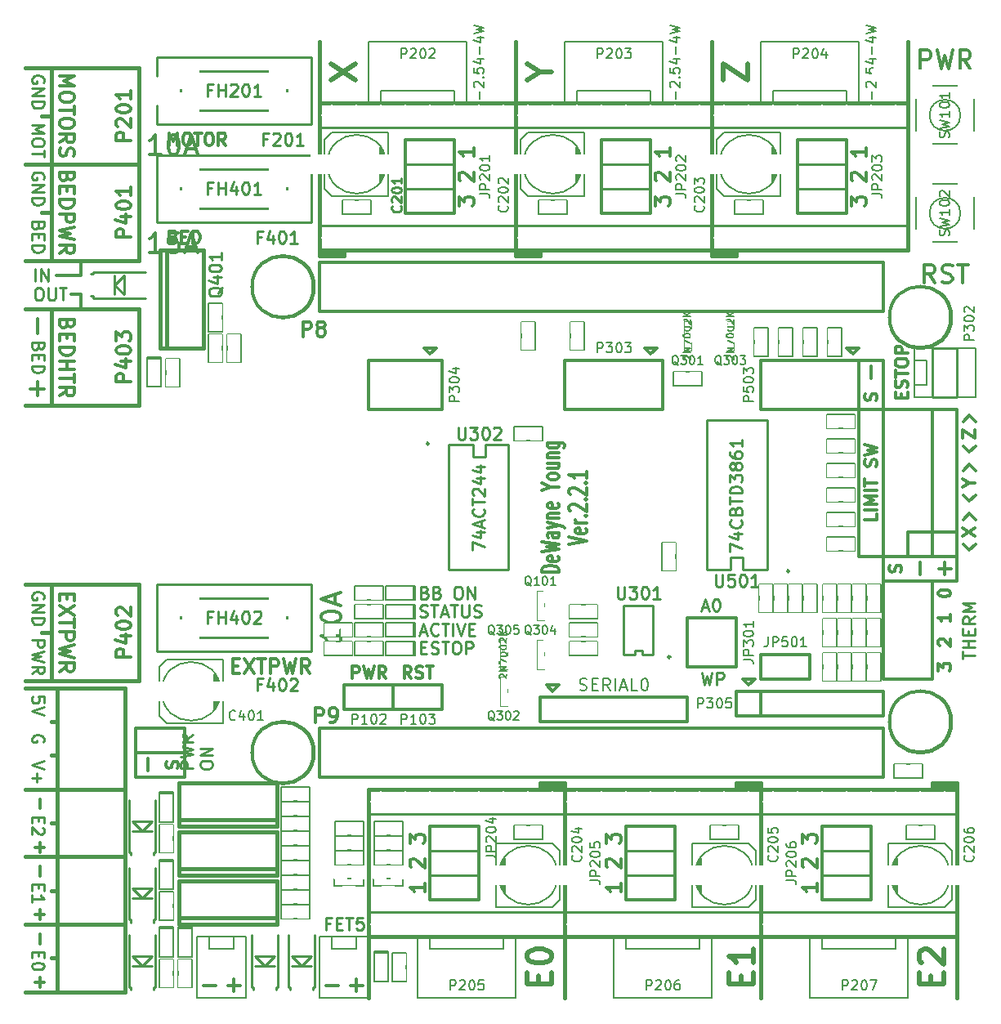
<source format=gto>
G04 #@! TF.FileFunction,Legend,Top*
%FSLAX46Y46*%
G04 Gerber Fmt 4.6, Leading zero omitted, Abs format (unit mm)*
G04 Created by KiCad (PCBNEW (after 2015-may-25 BZR unknown)-product) date 10/06/2015 1:45:06 PM*
%MOMM*%
G01*
G04 APERTURE LIST*
%ADD10C,0.150000*%
%ADD11C,0.300000*%
%ADD12C,0.304800*%
%ADD13C,0.254000*%
%ADD14C,0.381000*%
%ADD15C,0.508000*%
%ADD16C,0.203200*%
%ADD17C,0.127000*%
%ADD18C,0.152400*%
%ADD19C,0.119380*%
%ADD20C,0.230200*%
%ADD21C,0.177800*%
%ADD22C,0.129540*%
%ADD23C,0.308000*%
%ADD24C,0.762000*%
%ADD25C,3.508000*%
%ADD26R,3.508000X3.508000*%
%ADD27R,2.159000X2.159000*%
%ADD28O,2.159000X2.159000*%
%ADD29C,3.158000*%
%ADD30C,2.032000*%
%ADD31C,2.159000*%
%ADD32R,4.107180X2.108200*%
%ADD33C,2.286000*%
%ADD34R,2.286000X2.286000*%
%ADD35R,2.159000X2.032000*%
%ADD36R,1.905000X3.007360*%
%ADD37R,1.422400X1.422400*%
%ADD38C,2.908000*%
%ADD39R,2.908000X2.908000*%
%ADD40C,6.008000*%
%ADD41R,1.438000X1.298000*%
%ADD42R,1.298000X1.438000*%
%ADD43R,1.308000X1.308000*%
%ADD44R,2.508000X1.108000*%
%ADD45R,2.108000X1.108000*%
%ADD46R,2.058000X2.708000*%
%ADD47R,2.708000X2.058000*%
G04 APERTURE END LIST*
D10*
D11*
X67984286Y63135715D02*
X66184286Y63135715D01*
X66184286Y63421430D01*
X66270000Y63592858D01*
X66441429Y63707144D01*
X66612857Y63764287D01*
X66955714Y63821430D01*
X67212857Y63821430D01*
X67555714Y63764287D01*
X67727143Y63707144D01*
X67898571Y63592858D01*
X67984286Y63421430D01*
X67984286Y63135715D01*
X67898571Y64792858D02*
X67984286Y64678572D01*
X67984286Y64450001D01*
X67898571Y64335715D01*
X67727143Y64278572D01*
X67041429Y64278572D01*
X66870000Y64335715D01*
X66784286Y64450001D01*
X66784286Y64678572D01*
X66870000Y64792858D01*
X67041429Y64850001D01*
X67212857Y64850001D01*
X67384286Y64278572D01*
X66184286Y65250001D02*
X67984286Y65535715D01*
X66698571Y65764286D01*
X67984286Y65992858D01*
X66184286Y66278572D01*
X67984286Y67250001D02*
X67041429Y67250001D01*
X66870000Y67192858D01*
X66784286Y67078572D01*
X66784286Y66850001D01*
X66870000Y66735715D01*
X67898571Y67250001D02*
X67984286Y67135715D01*
X67984286Y66850001D01*
X67898571Y66735715D01*
X67727143Y66678572D01*
X67555714Y66678572D01*
X67384286Y66735715D01*
X67298571Y66850001D01*
X67298571Y67135715D01*
X67212857Y67250001D01*
X66784286Y67707144D02*
X67984286Y67992858D01*
X66784286Y68278572D02*
X67984286Y67992858D01*
X68412857Y67878572D01*
X68498571Y67821429D01*
X68584286Y67707144D01*
X66784286Y68735715D02*
X67984286Y68735715D01*
X66955714Y68735715D02*
X66870000Y68792858D01*
X66784286Y68907144D01*
X66784286Y69078572D01*
X66870000Y69192858D01*
X67041429Y69250001D01*
X67984286Y69250001D01*
X67898571Y70278572D02*
X67984286Y70164286D01*
X67984286Y69935715D01*
X67898571Y69821429D01*
X67727143Y69764286D01*
X67041429Y69764286D01*
X66870000Y69821429D01*
X66784286Y69935715D01*
X66784286Y70164286D01*
X66870000Y70278572D01*
X67041429Y70335715D01*
X67212857Y70335715D01*
X67384286Y69764286D01*
X67127143Y71992858D02*
X67984286Y71992858D01*
X66184286Y71592858D02*
X67127143Y71992858D01*
X66184286Y72392858D01*
X67984286Y72964286D02*
X67898571Y72850000D01*
X67812857Y72792857D01*
X67641429Y72735714D01*
X67127143Y72735714D01*
X66955714Y72792857D01*
X66870000Y72850000D01*
X66784286Y72964286D01*
X66784286Y73135714D01*
X66870000Y73250000D01*
X66955714Y73307143D01*
X67127143Y73364286D01*
X67641429Y73364286D01*
X67812857Y73307143D01*
X67898571Y73250000D01*
X67984286Y73135714D01*
X67984286Y72964286D01*
X66784286Y74392857D02*
X67984286Y74392857D01*
X66784286Y73878571D02*
X67727143Y73878571D01*
X67898571Y73935714D01*
X67984286Y74050000D01*
X67984286Y74221428D01*
X67898571Y74335714D01*
X67812857Y74392857D01*
X66784286Y74964285D02*
X67984286Y74964285D01*
X66955714Y74964285D02*
X66870000Y75021428D01*
X66784286Y75135714D01*
X66784286Y75307142D01*
X66870000Y75421428D01*
X67041429Y75478571D01*
X67984286Y75478571D01*
X66784286Y76564285D02*
X68241429Y76564285D01*
X68412857Y76507142D01*
X68498571Y76449999D01*
X68584286Y76335714D01*
X68584286Y76164285D01*
X68498571Y76049999D01*
X67898571Y76564285D02*
X67984286Y76449999D01*
X67984286Y76221428D01*
X67898571Y76107142D01*
X67812857Y76049999D01*
X67641429Y75992856D01*
X67127143Y75992856D01*
X66955714Y76049999D01*
X66870000Y76107142D01*
X66784286Y76221428D01*
X66784286Y76449999D01*
X66870000Y76564285D01*
X69004286Y65992858D02*
X70804286Y66392858D01*
X69004286Y66792858D01*
X70718571Y67650000D02*
X70804286Y67535714D01*
X70804286Y67307143D01*
X70718571Y67192857D01*
X70547143Y67135714D01*
X69861429Y67135714D01*
X69690000Y67192857D01*
X69604286Y67307143D01*
X69604286Y67535714D01*
X69690000Y67650000D01*
X69861429Y67707143D01*
X70032857Y67707143D01*
X70204286Y67135714D01*
X70804286Y68221428D02*
X69604286Y68221428D01*
X69947143Y68221428D02*
X69775714Y68278571D01*
X69690000Y68335714D01*
X69604286Y68450000D01*
X69604286Y68564285D01*
X70632857Y68964285D02*
X70718571Y69021428D01*
X70804286Y68964285D01*
X70718571Y68907142D01*
X70632857Y68964285D01*
X70804286Y68964285D01*
X69175714Y69478571D02*
X69090000Y69535714D01*
X69004286Y69650000D01*
X69004286Y69935714D01*
X69090000Y70050000D01*
X69175714Y70107143D01*
X69347143Y70164286D01*
X69518571Y70164286D01*
X69775714Y70107143D01*
X70804286Y69421429D01*
X70804286Y70164286D01*
X70632857Y70678571D02*
X70718571Y70735714D01*
X70804286Y70678571D01*
X70718571Y70621428D01*
X70632857Y70678571D01*
X70804286Y70678571D01*
X69175714Y71192857D02*
X69090000Y71250000D01*
X69004286Y71364286D01*
X69004286Y71650000D01*
X69090000Y71764286D01*
X69175714Y71821429D01*
X69347143Y71878572D01*
X69518571Y71878572D01*
X69775714Y71821429D01*
X70804286Y71135715D01*
X70804286Y71878572D01*
X70632857Y72392857D02*
X70718571Y72450000D01*
X70804286Y72392857D01*
X70718571Y72335714D01*
X70632857Y72392857D01*
X70804286Y72392857D01*
X70804286Y73592858D02*
X70804286Y72907143D01*
X70804286Y73250001D02*
X69004286Y73250001D01*
X69261429Y73135715D01*
X69432857Y73021429D01*
X69518571Y72907143D01*
D12*
X13900000Y82900000D02*
X13900000Y81400000D01*
X13900000Y87900000D02*
X13900000Y89400000D01*
X13150000Y82150000D02*
X14650000Y82150000D01*
X28454048Y42817143D02*
X28514524Y42998571D01*
X28514524Y43300952D01*
X28454048Y43421905D01*
X28393571Y43482381D01*
X28272619Y43542857D01*
X28151667Y43542857D01*
X28030714Y43482381D01*
X27970238Y43421905D01*
X27909762Y43300952D01*
X27849286Y43059048D01*
X27788810Y42938095D01*
X27728333Y42877619D01*
X27607381Y42817143D01*
X27486429Y42817143D01*
X27365476Y42877619D01*
X27305000Y42938095D01*
X27244524Y43059048D01*
X27244524Y43361428D01*
X27305000Y43542857D01*
X100330000Y83185000D02*
X100330000Y84455000D01*
X100844048Y80917143D02*
X100904524Y81098571D01*
X100904524Y81400952D01*
X100844048Y81521905D01*
X100783571Y81582381D01*
X100662619Y81642857D01*
X100541667Y81642857D01*
X100420714Y81582381D01*
X100360238Y81521905D01*
X100299762Y81400952D01*
X100239286Y81159048D01*
X100178810Y81038095D01*
X100118333Y80977619D01*
X99997381Y80917143D01*
X99876429Y80917143D01*
X99755476Y80977619D01*
X99695000Y81038095D01*
X99634524Y81159048D01*
X99634524Y81461428D01*
X99695000Y81642857D01*
X107315000Y63500000D02*
X108585000Y63500000D01*
X107950000Y62865000D02*
X107950000Y64135000D01*
X105410000Y62865000D02*
X105410000Y64135000D01*
X101600000Y85090000D02*
X101600000Y80010000D01*
X99060000Y85090000D02*
X101600000Y85090000D01*
X29210000Y41910000D02*
X29210000Y44450000D01*
X24130000Y41910000D02*
X29210000Y41910000D01*
X24130000Y44450000D02*
X24130000Y41910000D01*
D13*
X82791905Y59478333D02*
X83396667Y59478333D01*
X82670952Y59115476D02*
X83094286Y60385476D01*
X83517619Y59115476D01*
X84182857Y60385476D02*
X84303809Y60385476D01*
X84424761Y60325000D01*
X84485238Y60264524D01*
X84545714Y60143571D01*
X84606190Y59901667D01*
X84606190Y59599286D01*
X84545714Y59357381D01*
X84485238Y59236429D01*
X84424761Y59175952D01*
X84303809Y59115476D01*
X84182857Y59115476D01*
X84061904Y59175952D01*
X84001428Y59236429D01*
X83940952Y59357381D01*
X83880476Y59599286D01*
X83880476Y59901667D01*
X83940952Y60143571D01*
X84001428Y60264524D01*
X84061904Y60325000D01*
X84182857Y60385476D01*
X30038524Y42847381D02*
X28768524Y42847381D01*
X28768524Y43331190D01*
X28829000Y43452143D01*
X28889476Y43512619D01*
X29010429Y43573095D01*
X29191857Y43573095D01*
X29312810Y43512619D01*
X29373286Y43452143D01*
X29433762Y43331190D01*
X29433762Y42847381D01*
X28768524Y43996429D02*
X30038524Y44298810D01*
X29131381Y44540714D01*
X30038524Y44782619D01*
X28768524Y45085000D01*
X30038524Y46294524D02*
X29433762Y45871191D01*
X30038524Y45568810D02*
X28768524Y45568810D01*
X28768524Y46052619D01*
X28829000Y46173572D01*
X28889476Y46234048D01*
X29010429Y46294524D01*
X29191857Y46294524D01*
X29312810Y46234048D01*
X29373286Y46173572D01*
X29433762Y46052619D01*
X29433762Y45568810D01*
X30800524Y43089286D02*
X30800524Y43331190D01*
X30861000Y43452143D01*
X30981952Y43573095D01*
X31223857Y43633571D01*
X31647190Y43633571D01*
X31889095Y43573095D01*
X32010048Y43452143D01*
X32070524Y43331190D01*
X32070524Y43089286D01*
X32010048Y42968333D01*
X31889095Y42847381D01*
X31647190Y42786905D01*
X31223857Y42786905D01*
X30981952Y42847381D01*
X30861000Y42968333D01*
X30800524Y43089286D01*
X32070524Y44177857D02*
X30800524Y44177857D01*
X32070524Y44903571D01*
X30800524Y44903571D01*
X82731429Y52765476D02*
X83033810Y51495476D01*
X83275714Y52402619D01*
X83517619Y51495476D01*
X83820000Y52765476D01*
X84303810Y51495476D02*
X84303810Y52765476D01*
X84787619Y52765476D01*
X84908572Y52705000D01*
X84969048Y52644524D01*
X85029524Y52523571D01*
X85029524Y52342143D01*
X84969048Y52221190D01*
X84908572Y52160714D01*
X84787619Y52100238D01*
X84303810Y52100238D01*
D14*
X48260000Y19050000D02*
X48260000Y25400000D01*
X68580000Y19050000D02*
X68580000Y25400000D01*
D11*
X34135715Y53447143D02*
X34635715Y53447143D01*
X34850001Y52661429D02*
X34135715Y52661429D01*
X34135715Y54161429D01*
X34850001Y54161429D01*
X35350001Y54161429D02*
X36350001Y52661429D01*
X36350001Y54161429D02*
X35350001Y52661429D01*
X36707143Y54161429D02*
X37564286Y54161429D01*
X37135715Y52661429D02*
X37135715Y54161429D01*
X38064286Y52661429D02*
X38064286Y54161429D01*
X38635714Y54161429D01*
X38778572Y54090000D01*
X38850000Y54018571D01*
X38921429Y53875714D01*
X38921429Y53661429D01*
X38850000Y53518571D01*
X38778572Y53447143D01*
X38635714Y53375714D01*
X38064286Y53375714D01*
X39421429Y54161429D02*
X39778572Y52661429D01*
X40064286Y53732857D01*
X40350000Y52661429D01*
X40707143Y54161429D01*
X42135715Y52661429D02*
X41635715Y53375714D01*
X41278572Y52661429D02*
X41278572Y54161429D01*
X41850000Y54161429D01*
X41992858Y54090000D01*
X42064286Y54018571D01*
X42135715Y53875714D01*
X42135715Y53661429D01*
X42064286Y53518571D01*
X41992858Y53447143D01*
X41850000Y53375714D01*
X41278572Y53375714D01*
D14*
X43180000Y111760000D02*
X43180000Y118110000D01*
X104140000Y111760000D02*
X104140000Y118110000D01*
X109220000Y19050000D02*
X109220000Y25400000D01*
D13*
X13990714Y23776905D02*
X13990714Y23353572D01*
X13325476Y23172143D02*
X13325476Y23776905D01*
X14595476Y23776905D01*
X14595476Y23172143D01*
X14595476Y22385952D02*
X14595476Y22265000D01*
X14535000Y22144048D01*
X14474524Y22083571D01*
X14353571Y22023095D01*
X14111667Y21962619D01*
X13809286Y21962619D01*
X13567381Y22023095D01*
X13446429Y22083571D01*
X13385952Y22144048D01*
X13325476Y22265000D01*
X13325476Y22385952D01*
X13385952Y22506905D01*
X13446429Y22567381D01*
X13567381Y22627857D01*
X13809286Y22688333D01*
X14111667Y22688333D01*
X14353571Y22627857D01*
X14474524Y22567381D01*
X14535000Y22506905D01*
X14595476Y22385952D01*
X13990714Y30776905D02*
X13990714Y30353572D01*
X13325476Y30172143D02*
X13325476Y30776905D01*
X14595476Y30776905D01*
X14595476Y30172143D01*
X13325476Y28962619D02*
X13325476Y29688333D01*
X13325476Y29325476D02*
X14595476Y29325476D01*
X14414048Y29446428D01*
X14293095Y29567381D01*
X14232619Y29688333D01*
D12*
X41420143Y87575571D02*
X41420143Y89099571D01*
X42000715Y89099571D01*
X42145857Y89027000D01*
X42218429Y88954429D01*
X42291000Y88809286D01*
X42291000Y88591571D01*
X42218429Y88446429D01*
X42145857Y88373857D01*
X42000715Y88301286D01*
X41420143Y88301286D01*
X43161857Y88446429D02*
X43016715Y88519000D01*
X42944143Y88591571D01*
X42871572Y88736714D01*
X42871572Y88809286D01*
X42944143Y88954429D01*
X43016715Y89027000D01*
X43161857Y89099571D01*
X43452143Y89099571D01*
X43597286Y89027000D01*
X43669857Y88954429D01*
X43742429Y88809286D01*
X43742429Y88736714D01*
X43669857Y88591571D01*
X43597286Y88519000D01*
X43452143Y88446429D01*
X43161857Y88446429D01*
X43016715Y88373857D01*
X42944143Y88301286D01*
X42871572Y88156143D01*
X42871572Y87865857D01*
X42944143Y87720714D01*
X43016715Y87648143D01*
X43161857Y87575571D01*
X43452143Y87575571D01*
X43597286Y87648143D01*
X43669857Y87720714D01*
X43742429Y87865857D01*
X43742429Y88156143D01*
X43669857Y88301286D01*
X43597286Y88373857D01*
X43452143Y88446429D01*
X42690143Y47570571D02*
X42690143Y49094571D01*
X43270715Y49094571D01*
X43415857Y49022000D01*
X43488429Y48949429D01*
X43561000Y48804286D01*
X43561000Y48586571D01*
X43488429Y48441429D01*
X43415857Y48368857D01*
X43270715Y48296286D01*
X42690143Y48296286D01*
X44286715Y47570571D02*
X44577000Y47570571D01*
X44722143Y47643143D01*
X44794715Y47715714D01*
X44939857Y47933429D01*
X45012429Y48223714D01*
X45012429Y48804286D01*
X44939857Y48949429D01*
X44867286Y49022000D01*
X44722143Y49094571D01*
X44431857Y49094571D01*
X44286715Y49022000D01*
X44214143Y48949429D01*
X44141572Y48804286D01*
X44141572Y48441429D01*
X44214143Y48296286D01*
X44286715Y48223714D01*
X44431857Y48151143D01*
X44722143Y48151143D01*
X44867286Y48223714D01*
X44939857Y48296286D01*
X45012429Y48441429D01*
X97790000Y86360000D02*
X99060000Y86360000D01*
X99060000Y86360000D02*
X98425000Y85725000D01*
X98425000Y85725000D02*
X97790000Y86360000D01*
X87630000Y51435000D02*
X86995000Y52070000D01*
X88265000Y52070000D02*
X87630000Y51435000D01*
X86995000Y52070000D02*
X88265000Y52070000D01*
X53975000Y86360000D02*
X55245000Y86360000D01*
X55245000Y86360000D02*
X54610000Y85725000D01*
X54610000Y85725000D02*
X53975000Y86360000D01*
X77470000Y85725000D02*
X76835000Y86360000D01*
X78105000Y86360000D02*
X77470000Y85725000D01*
X76835000Y86360000D02*
X78105000Y86360000D01*
D14*
X15400000Y105400000D02*
X12700000Y105400000D01*
X15400000Y90400000D02*
X12700000Y90400000D01*
X15400000Y95400000D02*
X12700000Y95400000D01*
X15400000Y115400000D02*
X12700000Y115400000D01*
X15400000Y61900000D02*
X12700000Y61900000D01*
X15400000Y80400000D02*
X12700000Y80400000D01*
X15400000Y51900000D02*
X12700000Y51900000D01*
X15400000Y51150000D02*
X12700000Y51150000D01*
X15400000Y40650000D02*
X12700000Y40650000D01*
X15400000Y33650000D02*
X12700000Y33650000D01*
X15400000Y26650000D02*
X12700000Y26650000D01*
D12*
X18400000Y93900000D02*
X15900000Y93900000D01*
X18400000Y95400000D02*
X18400000Y93900000D01*
X18400000Y91900000D02*
X18400000Y90400000D01*
X17400000Y91900000D02*
X18400000Y91900000D01*
D13*
X13944286Y92595476D02*
X14186190Y92595476D01*
X14307143Y92535000D01*
X14428095Y92414048D01*
X14488571Y92172143D01*
X14488571Y91748810D01*
X14428095Y91506905D01*
X14307143Y91385952D01*
X14186190Y91325476D01*
X13944286Y91325476D01*
X13823333Y91385952D01*
X13702381Y91506905D01*
X13641905Y91748810D01*
X13641905Y92172143D01*
X13702381Y92414048D01*
X13823333Y92535000D01*
X13944286Y92595476D01*
X15032857Y92595476D02*
X15032857Y91567381D01*
X15093333Y91446429D01*
X15153809Y91385952D01*
X15274762Y91325476D01*
X15516666Y91325476D01*
X15637619Y91385952D01*
X15698095Y91446429D01*
X15758571Y91567381D01*
X15758571Y92595476D01*
X16181904Y92595476D02*
X16907619Y92595476D01*
X16544762Y91325476D02*
X16544762Y92595476D01*
X13702381Y93325476D02*
X13702381Y94595476D01*
X14307143Y93325476D02*
X14307143Y94595476D01*
X15032857Y93325476D01*
X15032857Y94595476D01*
D11*
X17007143Y88828571D02*
X16935714Y88614285D01*
X16864286Y88542857D01*
X16721429Y88471428D01*
X16507143Y88471428D01*
X16364286Y88542857D01*
X16292857Y88614285D01*
X16221429Y88757143D01*
X16221429Y89328571D01*
X17721429Y89328571D01*
X17721429Y88828571D01*
X17650000Y88685714D01*
X17578571Y88614285D01*
X17435714Y88542857D01*
X17292857Y88542857D01*
X17150000Y88614285D01*
X17078571Y88685714D01*
X17007143Y88828571D01*
X17007143Y89328571D01*
X17007143Y87828571D02*
X17007143Y87328571D01*
X16221429Y87114285D02*
X16221429Y87828571D01*
X17721429Y87828571D01*
X17721429Y87114285D01*
X16221429Y86471428D02*
X17721429Y86471428D01*
X17721429Y86114285D01*
X17650000Y85900000D01*
X17507143Y85757142D01*
X17364286Y85685714D01*
X17078571Y85614285D01*
X16864286Y85614285D01*
X16578571Y85685714D01*
X16435714Y85757142D01*
X16292857Y85900000D01*
X16221429Y86114285D01*
X16221429Y86471428D01*
X16221429Y84971428D02*
X17721429Y84971428D01*
X17007143Y84971428D02*
X17007143Y84114285D01*
X16221429Y84114285D02*
X17721429Y84114285D01*
X17721429Y83614285D02*
X17721429Y82757142D01*
X16221429Y83185713D02*
X17721429Y83185713D01*
X16221429Y81399999D02*
X16935714Y81899999D01*
X16221429Y82257142D02*
X17721429Y82257142D01*
X17721429Y81685714D01*
X17650000Y81542856D01*
X17578571Y81471428D01*
X17435714Y81399999D01*
X17221429Y81399999D01*
X17078571Y81471428D01*
X17007143Y81542856D01*
X16935714Y81685714D01*
X16935714Y82257142D01*
D13*
X13990714Y86518810D02*
X13930238Y86337381D01*
X13869762Y86276905D01*
X13748810Y86216429D01*
X13567381Y86216429D01*
X13446429Y86276905D01*
X13385952Y86337381D01*
X13325476Y86458334D01*
X13325476Y86942143D01*
X14595476Y86942143D01*
X14595476Y86518810D01*
X14535000Y86397857D01*
X14474524Y86337381D01*
X14353571Y86276905D01*
X14232619Y86276905D01*
X14111667Y86337381D01*
X14051190Y86397857D01*
X13990714Y86518810D01*
X13990714Y86942143D01*
X13990714Y85672143D02*
X13990714Y85248810D01*
X13325476Y85067381D02*
X13325476Y85672143D01*
X14595476Y85672143D01*
X14595476Y85067381D01*
X13325476Y84523095D02*
X14595476Y84523095D01*
X14595476Y84220714D01*
X14535000Y84039286D01*
X14414048Y83918333D01*
X14293095Y83857857D01*
X14051190Y83797381D01*
X13869762Y83797381D01*
X13627857Y83857857D01*
X13506905Y83918333D01*
X13385952Y84039286D01*
X13325476Y84220714D01*
X13325476Y84523095D01*
X14535000Y103867619D02*
X14595476Y103988571D01*
X14595476Y104170000D01*
X14535000Y104351428D01*
X14414048Y104472381D01*
X14293095Y104532857D01*
X14051190Y104593333D01*
X13869762Y104593333D01*
X13627857Y104532857D01*
X13506905Y104472381D01*
X13385952Y104351428D01*
X13325476Y104170000D01*
X13325476Y104049048D01*
X13385952Y103867619D01*
X13446429Y103807143D01*
X13869762Y103807143D01*
X13869762Y104049048D01*
X13325476Y103262857D02*
X14595476Y103262857D01*
X13325476Y102537143D01*
X14595476Y102537143D01*
X13325476Y101932381D02*
X14595476Y101932381D01*
X14595476Y101630000D01*
X14535000Y101448572D01*
X14414048Y101327619D01*
X14293095Y101267143D01*
X14051190Y101206667D01*
X13869762Y101206667D01*
X13627857Y101267143D01*
X13506905Y101327619D01*
X13385952Y101448572D01*
X13325476Y101630000D01*
X13325476Y101932381D01*
X13990714Y99018810D02*
X13930238Y98837381D01*
X13869762Y98776905D01*
X13748810Y98716429D01*
X13567381Y98716429D01*
X13446429Y98776905D01*
X13385952Y98837381D01*
X13325476Y98958334D01*
X13325476Y99442143D01*
X14595476Y99442143D01*
X14595476Y99018810D01*
X14535000Y98897857D01*
X14474524Y98837381D01*
X14353571Y98776905D01*
X14232619Y98776905D01*
X14111667Y98837381D01*
X14051190Y98897857D01*
X13990714Y99018810D01*
X13990714Y99442143D01*
X13990714Y98172143D02*
X13990714Y97748810D01*
X13325476Y97567381D02*
X13325476Y98172143D01*
X14595476Y98172143D01*
X14595476Y97567381D01*
X13325476Y97023095D02*
X14595476Y97023095D01*
X14595476Y96720714D01*
X14535000Y96539286D01*
X14414048Y96418333D01*
X14293095Y96357857D01*
X14051190Y96297381D01*
X13869762Y96297381D01*
X13627857Y96357857D01*
X13506905Y96418333D01*
X13385952Y96539286D01*
X13325476Y96720714D01*
X13325476Y97023095D01*
D11*
X17007143Y104078571D02*
X16935714Y103864285D01*
X16864286Y103792857D01*
X16721429Y103721428D01*
X16507143Y103721428D01*
X16364286Y103792857D01*
X16292857Y103864285D01*
X16221429Y104007143D01*
X16221429Y104578571D01*
X17721429Y104578571D01*
X17721429Y104078571D01*
X17650000Y103935714D01*
X17578571Y103864285D01*
X17435714Y103792857D01*
X17292857Y103792857D01*
X17150000Y103864285D01*
X17078571Y103935714D01*
X17007143Y104078571D01*
X17007143Y104578571D01*
X17007143Y103078571D02*
X17007143Y102578571D01*
X16221429Y102364285D02*
X16221429Y103078571D01*
X17721429Y103078571D01*
X17721429Y102364285D01*
X16221429Y101721428D02*
X17721429Y101721428D01*
X17721429Y101364285D01*
X17650000Y101150000D01*
X17507143Y101007142D01*
X17364286Y100935714D01*
X17078571Y100864285D01*
X16864286Y100864285D01*
X16578571Y100935714D01*
X16435714Y101007142D01*
X16292857Y101150000D01*
X16221429Y101364285D01*
X16221429Y101721428D01*
X16221429Y100221428D02*
X17721429Y100221428D01*
X17721429Y99650000D01*
X17650000Y99507142D01*
X17578571Y99435714D01*
X17435714Y99364285D01*
X17221429Y99364285D01*
X17078571Y99435714D01*
X17007143Y99507142D01*
X16935714Y99650000D01*
X16935714Y100221428D01*
X17721429Y98864285D02*
X16221429Y98507142D01*
X17292857Y98221428D01*
X16221429Y97935714D01*
X17721429Y97578571D01*
X16221429Y96149999D02*
X16935714Y96649999D01*
X16221429Y97007142D02*
X17721429Y97007142D01*
X17721429Y96435714D01*
X17650000Y96292856D01*
X17578571Y96221428D01*
X17435714Y96149999D01*
X17221429Y96149999D01*
X17078571Y96221428D01*
X17007143Y96292856D01*
X16935714Y96435714D01*
X16935714Y97007142D01*
X16221429Y114507143D02*
X17721429Y114507143D01*
X16650000Y114007143D01*
X17721429Y113507143D01*
X16221429Y113507143D01*
X17721429Y112507143D02*
X17721429Y112221429D01*
X17650000Y112078571D01*
X17507143Y111935714D01*
X17221429Y111864286D01*
X16721429Y111864286D01*
X16435714Y111935714D01*
X16292857Y112078571D01*
X16221429Y112221429D01*
X16221429Y112507143D01*
X16292857Y112650000D01*
X16435714Y112792857D01*
X16721429Y112864286D01*
X17221429Y112864286D01*
X17507143Y112792857D01*
X17650000Y112650000D01*
X17721429Y112507143D01*
X17721429Y111435714D02*
X17721429Y110578571D01*
X16221429Y111007142D02*
X17721429Y111007142D01*
X17721429Y109792857D02*
X17721429Y109507143D01*
X17650000Y109364285D01*
X17507143Y109221428D01*
X17221429Y109150000D01*
X16721429Y109150000D01*
X16435714Y109221428D01*
X16292857Y109364285D01*
X16221429Y109507143D01*
X16221429Y109792857D01*
X16292857Y109935714D01*
X16435714Y110078571D01*
X16721429Y110150000D01*
X17221429Y110150000D01*
X17507143Y110078571D01*
X17650000Y109935714D01*
X17721429Y109792857D01*
X16221429Y107649999D02*
X16935714Y108149999D01*
X16221429Y108507142D02*
X17721429Y108507142D01*
X17721429Y107935714D01*
X17650000Y107792856D01*
X17578571Y107721428D01*
X17435714Y107649999D01*
X17221429Y107649999D01*
X17078571Y107721428D01*
X17007143Y107792856D01*
X16935714Y107935714D01*
X16935714Y108507142D01*
X16292857Y107078571D02*
X16221429Y106864285D01*
X16221429Y106507142D01*
X16292857Y106364285D01*
X16364286Y106292856D01*
X16507143Y106221428D01*
X16650000Y106221428D01*
X16792857Y106292856D01*
X16864286Y106364285D01*
X16935714Y106507142D01*
X17007143Y106792856D01*
X17078571Y106935714D01*
X17150000Y107007142D01*
X17292857Y107078571D01*
X17435714Y107078571D01*
X17578571Y107007142D01*
X17650000Y106935714D01*
X17721429Y106792856D01*
X17721429Y106435714D01*
X17650000Y106221428D01*
D13*
X13325476Y109472381D02*
X14595476Y109472381D01*
X13688333Y109049048D01*
X14595476Y108625714D01*
X13325476Y108625714D01*
X14595476Y107779047D02*
X14595476Y107537143D01*
X14535000Y107416190D01*
X14414048Y107295238D01*
X14172143Y107234762D01*
X13748810Y107234762D01*
X13506905Y107295238D01*
X13385952Y107416190D01*
X13325476Y107537143D01*
X13325476Y107779047D01*
X13385952Y107900000D01*
X13506905Y108020952D01*
X13748810Y108081428D01*
X14172143Y108081428D01*
X14414048Y108020952D01*
X14535000Y107900000D01*
X14595476Y107779047D01*
X14595476Y106871905D02*
X14595476Y106146190D01*
X13325476Y106509047D02*
X14595476Y106509047D01*
X14535000Y113867619D02*
X14595476Y113988571D01*
X14595476Y114170000D01*
X14535000Y114351428D01*
X14414048Y114472381D01*
X14293095Y114532857D01*
X14051190Y114593333D01*
X13869762Y114593333D01*
X13627857Y114532857D01*
X13506905Y114472381D01*
X13385952Y114351428D01*
X13325476Y114170000D01*
X13325476Y114049048D01*
X13385952Y113867619D01*
X13446429Y113807143D01*
X13869762Y113807143D01*
X13869762Y114049048D01*
X13325476Y113262857D02*
X14595476Y113262857D01*
X13325476Y112537143D01*
X14595476Y112537143D01*
X13325476Y111932381D02*
X14595476Y111932381D01*
X14595476Y111630000D01*
X14535000Y111448572D01*
X14414048Y111327619D01*
X14293095Y111267143D01*
X14051190Y111206667D01*
X13869762Y111206667D01*
X13627857Y111267143D01*
X13506905Y111327619D01*
X13385952Y111448572D01*
X13325476Y111630000D01*
X13325476Y111932381D01*
X14535000Y60367619D02*
X14595476Y60488571D01*
X14595476Y60670000D01*
X14535000Y60851428D01*
X14414048Y60972381D01*
X14293095Y61032857D01*
X14051190Y61093333D01*
X13869762Y61093333D01*
X13627857Y61032857D01*
X13506905Y60972381D01*
X13385952Y60851428D01*
X13325476Y60670000D01*
X13325476Y60549048D01*
X13385952Y60367619D01*
X13446429Y60307143D01*
X13869762Y60307143D01*
X13869762Y60549048D01*
X13325476Y59762857D02*
X14595476Y59762857D01*
X13325476Y59037143D01*
X14595476Y59037143D01*
X13325476Y58432381D02*
X14595476Y58432381D01*
X14595476Y58130000D01*
X14535000Y57948572D01*
X14414048Y57827619D01*
X14293095Y57767143D01*
X14051190Y57706667D01*
X13869762Y57706667D01*
X13627857Y57767143D01*
X13506905Y57827619D01*
X13385952Y57948572D01*
X13325476Y58130000D01*
X13325476Y58432381D01*
X13325476Y56093333D02*
X14595476Y56093333D01*
X14595476Y55609524D01*
X14535000Y55488571D01*
X14474524Y55428095D01*
X14353571Y55367619D01*
X14172143Y55367619D01*
X14051190Y55428095D01*
X13990714Y55488571D01*
X13930238Y55609524D01*
X13930238Y56093333D01*
X14595476Y54944285D02*
X13325476Y54641904D01*
X14232619Y54400000D01*
X13325476Y54158095D01*
X14595476Y53855714D01*
X13325476Y52646190D02*
X13930238Y53069523D01*
X13325476Y53371904D02*
X14595476Y53371904D01*
X14595476Y52888095D01*
X14535000Y52767142D01*
X14474524Y52706666D01*
X14353571Y52646190D01*
X14172143Y52646190D01*
X14051190Y52706666D01*
X13990714Y52767142D01*
X13930238Y52888095D01*
X13930238Y53371904D01*
D12*
X13650000Y20650000D02*
X14650000Y20650000D01*
X14150000Y20150000D02*
X14150000Y21150000D01*
X14150000Y24650000D02*
X14150000Y25650000D01*
X13650000Y27650000D02*
X14650000Y27650000D01*
X14150000Y27150000D02*
X14150000Y28150000D01*
X14150000Y31650000D02*
X14150000Y32650000D01*
D13*
X14595476Y43609524D02*
X13325476Y43186190D01*
X14595476Y42762857D01*
X13809286Y42339524D02*
X13809286Y41371905D01*
X13325476Y41855715D02*
X14293095Y41855715D01*
X14595476Y49641904D02*
X14595476Y50246666D01*
X13990714Y50307142D01*
X14051190Y50246666D01*
X14111667Y50125714D01*
X14111667Y49823333D01*
X14051190Y49702380D01*
X13990714Y49641904D01*
X13869762Y49581428D01*
X13567381Y49581428D01*
X13446429Y49641904D01*
X13385952Y49702380D01*
X13325476Y49823333D01*
X13325476Y50125714D01*
X13385952Y50246666D01*
X13446429Y50307142D01*
X14595476Y49218571D02*
X13325476Y48795237D01*
X14595476Y48371904D01*
X14535000Y45567381D02*
X14595476Y45688333D01*
X14595476Y45869762D01*
X14535000Y46051190D01*
X14414048Y46172143D01*
X14293095Y46232619D01*
X14051190Y46293095D01*
X13869762Y46293095D01*
X13627857Y46232619D01*
X13506905Y46172143D01*
X13385952Y46051190D01*
X13325476Y45869762D01*
X13325476Y45748810D01*
X13385952Y45567381D01*
X13446429Y45506905D01*
X13869762Y45506905D01*
X13869762Y45748810D01*
D14*
X15400000Y19650000D02*
X12700000Y19650000D01*
D12*
X13650000Y34650000D02*
X14650000Y34650000D01*
X14150000Y34150000D02*
X14150000Y35150000D01*
X14150000Y38650000D02*
X14150000Y39650000D01*
X66040000Y47625000D02*
X66040000Y50165000D01*
X81280000Y47625000D02*
X66040000Y47625000D01*
X81280000Y50165000D02*
X81280000Y47625000D01*
X66040000Y50165000D02*
X81280000Y50165000D01*
D13*
X54065714Y61050714D02*
X54247143Y60990238D01*
X54307619Y60929762D01*
X54368095Y60808810D01*
X54368095Y60627381D01*
X54307619Y60506429D01*
X54247143Y60445952D01*
X54126190Y60385476D01*
X53642381Y60385476D01*
X53642381Y61655476D01*
X54065714Y61655476D01*
X54186667Y61595000D01*
X54247143Y61534524D01*
X54307619Y61413571D01*
X54307619Y61292619D01*
X54247143Y61171667D01*
X54186667Y61111190D01*
X54065714Y61050714D01*
X53642381Y61050714D01*
X55335714Y61050714D02*
X55517143Y60990238D01*
X55577619Y60929762D01*
X55638095Y60808810D01*
X55638095Y60627381D01*
X55577619Y60506429D01*
X55517143Y60445952D01*
X55396190Y60385476D01*
X54912381Y60385476D01*
X54912381Y61655476D01*
X55335714Y61655476D01*
X55456667Y61595000D01*
X55517143Y61534524D01*
X55577619Y61413571D01*
X55577619Y61292619D01*
X55517143Y61171667D01*
X55456667Y61111190D01*
X55335714Y61050714D01*
X54912381Y61050714D01*
X57391905Y61655476D02*
X57633809Y61655476D01*
X57754762Y61595000D01*
X57875714Y61474048D01*
X57936190Y61232143D01*
X57936190Y60808810D01*
X57875714Y60566905D01*
X57754762Y60445952D01*
X57633809Y60385476D01*
X57391905Y60385476D01*
X57270952Y60445952D01*
X57150000Y60566905D01*
X57089524Y60808810D01*
X57089524Y61232143D01*
X57150000Y61474048D01*
X57270952Y61595000D01*
X57391905Y61655476D01*
X58480476Y60385476D02*
X58480476Y61655476D01*
X59206190Y60385476D01*
X59206190Y61655476D01*
D12*
X66675000Y51435000D02*
X67945000Y51435000D01*
X67945000Y51435000D02*
X67310000Y50800000D01*
X67310000Y50800000D02*
X66675000Y51435000D01*
D13*
X53642381Y55335714D02*
X54065714Y55335714D01*
X54247143Y54670476D02*
X53642381Y54670476D01*
X53642381Y55940476D01*
X54247143Y55940476D01*
X54730953Y54730952D02*
X54912381Y54670476D01*
X55214762Y54670476D01*
X55335715Y54730952D01*
X55396191Y54791429D01*
X55456667Y54912381D01*
X55456667Y55033333D01*
X55396191Y55154286D01*
X55335715Y55214762D01*
X55214762Y55275238D01*
X54972858Y55335714D01*
X54851905Y55396190D01*
X54791429Y55456667D01*
X54730953Y55577619D01*
X54730953Y55698571D01*
X54791429Y55819524D01*
X54851905Y55880000D01*
X54972858Y55940476D01*
X55275238Y55940476D01*
X55456667Y55880000D01*
X55819524Y55940476D02*
X56545239Y55940476D01*
X56182382Y54670476D02*
X56182382Y55940476D01*
X57210477Y55940476D02*
X57452381Y55940476D01*
X57573334Y55880000D01*
X57694286Y55759048D01*
X57754762Y55517143D01*
X57754762Y55093810D01*
X57694286Y54851905D01*
X57573334Y54730952D01*
X57452381Y54670476D01*
X57210477Y54670476D01*
X57089524Y54730952D01*
X56968572Y54851905D01*
X56908096Y55093810D01*
X56908096Y55517143D01*
X56968572Y55759048D01*
X57089524Y55880000D01*
X57210477Y55940476D01*
X58299048Y54670476D02*
X58299048Y55940476D01*
X58782857Y55940476D01*
X58903810Y55880000D01*
X58964286Y55819524D01*
X59024762Y55698571D01*
X59024762Y55517143D01*
X58964286Y55396190D01*
X58903810Y55335714D01*
X58782857Y55275238D01*
X58299048Y55275238D01*
X53581905Y56938333D02*
X54186667Y56938333D01*
X53460952Y56575476D02*
X53884286Y57845476D01*
X54307619Y56575476D01*
X55456666Y56696429D02*
X55396190Y56635952D01*
X55214761Y56575476D01*
X55093809Y56575476D01*
X54912381Y56635952D01*
X54791428Y56756905D01*
X54730952Y56877857D01*
X54670476Y57119762D01*
X54670476Y57301190D01*
X54730952Y57543095D01*
X54791428Y57664048D01*
X54912381Y57785000D01*
X55093809Y57845476D01*
X55214761Y57845476D01*
X55396190Y57785000D01*
X55456666Y57724524D01*
X55819523Y57845476D02*
X56545238Y57845476D01*
X56182381Y56575476D02*
X56182381Y57845476D01*
X56968571Y56575476D02*
X56968571Y57845476D01*
X57391904Y57845476D02*
X57815238Y56575476D01*
X58238571Y57845476D01*
X58661904Y57240714D02*
X59085237Y57240714D01*
X59266666Y56575476D02*
X58661904Y56575476D01*
X58661904Y57845476D01*
X59266666Y57845476D01*
X53581905Y58540952D02*
X53763333Y58480476D01*
X54065714Y58480476D01*
X54186667Y58540952D01*
X54247143Y58601429D01*
X54307619Y58722381D01*
X54307619Y58843333D01*
X54247143Y58964286D01*
X54186667Y59024762D01*
X54065714Y59085238D01*
X53823810Y59145714D01*
X53702857Y59206190D01*
X53642381Y59266667D01*
X53581905Y59387619D01*
X53581905Y59508571D01*
X53642381Y59629524D01*
X53702857Y59690000D01*
X53823810Y59750476D01*
X54126190Y59750476D01*
X54307619Y59690000D01*
X54670476Y59750476D02*
X55396191Y59750476D01*
X55033334Y58480476D02*
X55033334Y59750476D01*
X55759048Y58843333D02*
X56363810Y58843333D01*
X55638095Y58480476D02*
X56061429Y59750476D01*
X56484762Y58480476D01*
X56726666Y59750476D02*
X57452381Y59750476D01*
X57089524Y58480476D02*
X57089524Y59750476D01*
X57875714Y59750476D02*
X57875714Y58722381D01*
X57936190Y58601429D01*
X57996666Y58540952D01*
X58117619Y58480476D01*
X58359523Y58480476D01*
X58480476Y58540952D01*
X58540952Y58601429D01*
X58601428Y58722381D01*
X58601428Y59750476D01*
X59145714Y58540952D02*
X59327142Y58480476D01*
X59629523Y58480476D01*
X59750476Y58540952D01*
X59810952Y58601429D01*
X59871428Y58722381D01*
X59871428Y58843333D01*
X59810952Y58964286D01*
X59750476Y59024762D01*
X59629523Y59085238D01*
X59387619Y59145714D01*
X59266666Y59206190D01*
X59206190Y59266667D01*
X59145714Y59387619D01*
X59145714Y59508571D01*
X59206190Y59629524D01*
X59266666Y59690000D01*
X59387619Y59750476D01*
X59689999Y59750476D01*
X59871428Y59690000D01*
D12*
X106906786Y93118214D02*
X106271786Y94025357D01*
X105818214Y93118214D02*
X105818214Y95023214D01*
X106543929Y95023214D01*
X106725357Y94932500D01*
X106816072Y94841786D01*
X106906786Y94660357D01*
X106906786Y94388214D01*
X106816072Y94206786D01*
X106725357Y94116071D01*
X106543929Y94025357D01*
X105818214Y94025357D01*
X107632500Y93208929D02*
X107904643Y93118214D01*
X108358214Y93118214D01*
X108539643Y93208929D01*
X108630357Y93299643D01*
X108721072Y93481071D01*
X108721072Y93662500D01*
X108630357Y93843929D01*
X108539643Y93934643D01*
X108358214Y94025357D01*
X107995357Y94116071D01*
X107813929Y94206786D01*
X107723214Y94297500D01*
X107632500Y94478929D01*
X107632500Y94660357D01*
X107723214Y94841786D01*
X107813929Y94932500D01*
X107995357Y95023214D01*
X108448929Y95023214D01*
X108721072Y94932500D01*
X109265358Y95023214D02*
X110353929Y95023214D01*
X109809643Y93118214D02*
X109809643Y95023214D01*
X105410000Y115343214D02*
X105410000Y117248214D01*
X106135715Y117248214D01*
X106317143Y117157500D01*
X106407858Y117066786D01*
X106498572Y116885357D01*
X106498572Y116613214D01*
X106407858Y116431786D01*
X106317143Y116341071D01*
X106135715Y116250357D01*
X105410000Y116250357D01*
X107133572Y117248214D02*
X107587143Y115343214D01*
X107950000Y116703929D01*
X108312858Y115343214D01*
X108766429Y117248214D01*
X110580715Y115343214D02*
X109945715Y116250357D01*
X109492143Y115343214D02*
X109492143Y117248214D01*
X110217858Y117248214D01*
X110399286Y117157500D01*
X110490001Y117066786D01*
X110580715Y116885357D01*
X110580715Y116613214D01*
X110490001Y116431786D01*
X110399286Y116341071D01*
X110217858Y116250357D01*
X109492143Y116250357D01*
X42545000Y44450000D02*
G75*
G03X42545000Y44450000I-3175000J0D01*
G01*
X108585000Y47625000D02*
G75*
G03X108585000Y47625000I-3175000J0D01*
G01*
X108585000Y89535000D02*
G75*
G03X108585000Y89535000I-3175000J0D01*
G01*
X42545000Y92710000D02*
G75*
G03X42545000Y92710000I-3175000J0D01*
G01*
D14*
X63500000Y111760000D02*
X63500000Y118110000D01*
X83820000Y111760000D02*
X83820000Y118110000D01*
D12*
X103414286Y81159048D02*
X103414286Y81582381D01*
X104079524Y81763810D02*
X104079524Y81159048D01*
X102809524Y81159048D01*
X102809524Y81763810D01*
X104019048Y82247620D02*
X104079524Y82429048D01*
X104079524Y82731429D01*
X104019048Y82852382D01*
X103958571Y82912858D01*
X103837619Y82973334D01*
X103716667Y82973334D01*
X103595714Y82912858D01*
X103535238Y82852382D01*
X103474762Y82731429D01*
X103414286Y82489525D01*
X103353810Y82368572D01*
X103293333Y82308096D01*
X103172381Y82247620D01*
X103051429Y82247620D01*
X102930476Y82308096D01*
X102870000Y82368572D01*
X102809524Y82489525D01*
X102809524Y82791905D01*
X102870000Y82973334D01*
X102809524Y83336191D02*
X102809524Y84061906D01*
X104079524Y83699049D02*
X102809524Y83699049D01*
X102809524Y84727144D02*
X102809524Y84969048D01*
X102870000Y85090001D01*
X102990952Y85210953D01*
X103232857Y85271429D01*
X103656190Y85271429D01*
X103898095Y85210953D01*
X104019048Y85090001D01*
X104079524Y84969048D01*
X104079524Y84727144D01*
X104019048Y84606191D01*
X103898095Y84485239D01*
X103656190Y84424763D01*
X103232857Y84424763D01*
X102990952Y84485239D01*
X102870000Y84606191D01*
X102809524Y84727144D01*
X104079524Y85815715D02*
X102809524Y85815715D01*
X102809524Y86299524D01*
X102870000Y86420477D01*
X102930476Y86480953D01*
X103051429Y86541429D01*
X103232857Y86541429D01*
X103353810Y86480953D01*
X103414286Y86420477D01*
X103474762Y86299524D01*
X103474762Y85815715D01*
X28030714Y97880714D02*
X28212143Y97820238D01*
X28272619Y97759762D01*
X28333095Y97638810D01*
X28333095Y97457381D01*
X28272619Y97336429D01*
X28212143Y97275952D01*
X28091190Y97215476D01*
X27607381Y97215476D01*
X27607381Y98485476D01*
X28030714Y98485476D01*
X28151667Y98425000D01*
X28212143Y98364524D01*
X28272619Y98243571D01*
X28272619Y98122619D01*
X28212143Y98001667D01*
X28151667Y97941190D01*
X28030714Y97880714D01*
X27607381Y97880714D01*
X28877381Y97880714D02*
X29300714Y97880714D01*
X29482143Y97215476D02*
X28877381Y97215476D01*
X28877381Y98485476D01*
X29482143Y98485476D01*
X30026429Y97215476D02*
X30026429Y98485476D01*
X30328810Y98485476D01*
X30510238Y98425000D01*
X30631191Y98304048D01*
X30691667Y98183095D01*
X30752143Y97941190D01*
X30752143Y97759762D01*
X30691667Y97517857D01*
X30631191Y97396905D01*
X30510238Y97275952D01*
X30328810Y97215476D01*
X30026429Y97215476D01*
X27607381Y107375476D02*
X27607381Y108645476D01*
X28030714Y107738333D01*
X28454048Y108645476D01*
X28454048Y107375476D01*
X29300715Y108645476D02*
X29542619Y108645476D01*
X29663572Y108585000D01*
X29784524Y108464048D01*
X29845000Y108222143D01*
X29845000Y107798810D01*
X29784524Y107556905D01*
X29663572Y107435952D01*
X29542619Y107375476D01*
X29300715Y107375476D01*
X29179762Y107435952D01*
X29058810Y107556905D01*
X28998334Y107798810D01*
X28998334Y108222143D01*
X29058810Y108464048D01*
X29179762Y108585000D01*
X29300715Y108645476D01*
X30207857Y108645476D02*
X30933572Y108645476D01*
X30570715Y107375476D02*
X30570715Y108645476D01*
X31598810Y108645476D02*
X31840714Y108645476D01*
X31961667Y108585000D01*
X32082619Y108464048D01*
X32143095Y108222143D01*
X32143095Y107798810D01*
X32082619Y107556905D01*
X31961667Y107435952D01*
X31840714Y107375476D01*
X31598810Y107375476D01*
X31477857Y107435952D01*
X31356905Y107556905D01*
X31296429Y107798810D01*
X31296429Y108222143D01*
X31356905Y108464048D01*
X31477857Y108585000D01*
X31598810Y108645476D01*
X33413095Y107375476D02*
X32989762Y107980238D01*
X32687381Y107375476D02*
X32687381Y108645476D01*
X33171190Y108645476D01*
X33292143Y108585000D01*
X33352619Y108524524D01*
X33413095Y108403571D01*
X33413095Y108222143D01*
X33352619Y108101190D01*
X33292143Y108040714D01*
X33171190Y107980238D01*
X32687381Y107980238D01*
D15*
X44329048Y114088333D02*
X46869048Y115781666D01*
X44329048Y115781666D02*
X46869048Y114088333D01*
X65979524Y114935000D02*
X67189048Y114935000D01*
X64649048Y114088334D02*
X65979524Y114935000D01*
X64649048Y115781667D01*
X84969048Y114088333D02*
X84969048Y115781666D01*
X87509048Y114088333D01*
X87509048Y115781666D01*
X65858571Y20471191D02*
X65858571Y21317858D01*
X67189048Y21680715D02*
X67189048Y20471191D01*
X64649048Y20471191D01*
X64649048Y21680715D01*
X64649048Y23253095D02*
X64649048Y23495000D01*
X64770000Y23736905D01*
X64890952Y23857857D01*
X65132857Y23978810D01*
X65616667Y24099762D01*
X66221429Y24099762D01*
X66705238Y23978810D01*
X66947143Y23857857D01*
X67068095Y23736905D01*
X67189048Y23495000D01*
X67189048Y23253095D01*
X67068095Y23011191D01*
X66947143Y22890238D01*
X66705238Y22769286D01*
X66221429Y22648334D01*
X65616667Y22648334D01*
X65132857Y22769286D01*
X64890952Y22890238D01*
X64770000Y23011191D01*
X64649048Y23253095D01*
X86813571Y20471191D02*
X86813571Y21317858D01*
X88144048Y21680715D02*
X88144048Y20471191D01*
X85604048Y20471191D01*
X85604048Y21680715D01*
X88144048Y24099762D02*
X88144048Y22648334D01*
X88144048Y23374048D02*
X85604048Y23374048D01*
X85966905Y23132143D01*
X86208810Y22890238D01*
X86329762Y22648334D01*
X106498571Y20471191D02*
X106498571Y21317858D01*
X107829048Y21680715D02*
X107829048Y20471191D01*
X105289048Y20471191D01*
X105289048Y21680715D01*
X105530952Y22648334D02*
X105410000Y22769286D01*
X105289048Y23011191D01*
X105289048Y23615953D01*
X105410000Y23857857D01*
X105530952Y23978810D01*
X105772857Y24099762D01*
X106014762Y24099762D01*
X106377619Y23978810D01*
X107829048Y22527381D01*
X107829048Y24099762D01*
D13*
X44238333Y26760714D02*
X43815000Y26760714D01*
X43815000Y26095476D02*
X43815000Y27365476D01*
X44419762Y27365476D01*
X44903571Y26760714D02*
X45326904Y26760714D01*
X45508333Y26095476D02*
X44903571Y26095476D01*
X44903571Y27365476D01*
X45508333Y27365476D01*
X45871190Y27365476D02*
X46596905Y27365476D01*
X46234048Y26095476D02*
X46234048Y27365476D01*
X47625000Y27365476D02*
X47020238Y27365476D01*
X46959762Y26760714D01*
X47020238Y26821190D01*
X47141190Y26881667D01*
X47443571Y26881667D01*
X47564524Y26821190D01*
X47625000Y26760714D01*
X47685476Y26639762D01*
X47685476Y26337381D01*
X47625000Y26216429D01*
X47564524Y26155952D01*
X47443571Y26095476D01*
X47141190Y26095476D01*
X47020238Y26155952D01*
X46959762Y26216429D01*
D12*
X46990000Y20955000D02*
X46990000Y19685000D01*
X46355000Y20320000D02*
X47625000Y20320000D01*
X43815000Y20320000D02*
X45085000Y20320000D01*
X34290000Y20955000D02*
X34290000Y19685000D01*
X33655000Y20320000D02*
X34925000Y20320000D01*
X31115000Y20320000D02*
X32385000Y20320000D01*
X20955000Y40640000D02*
X20320000Y40640000D01*
D13*
X13990714Y37776905D02*
X13990714Y37353572D01*
X13325476Y37172143D02*
X13325476Y37776905D01*
X14595476Y37776905D01*
X14595476Y37172143D01*
X14474524Y36688333D02*
X14535000Y36627857D01*
X14595476Y36506905D01*
X14595476Y36204524D01*
X14535000Y36083571D01*
X14474524Y36023095D01*
X14353571Y35962619D01*
X14232619Y35962619D01*
X14051190Y36023095D01*
X13325476Y36748809D01*
X13325476Y35962619D01*
D12*
X43180000Y41910000D02*
X43180000Y46990000D01*
X101600000Y41910000D02*
X43180000Y41910000D01*
X101600000Y46990000D02*
X101600000Y41910000D01*
X43180000Y46990000D02*
X101600000Y46990000D01*
X43180000Y90170000D02*
X43180000Y95250000D01*
X101600000Y90170000D02*
X43180000Y90170000D01*
X101600000Y95250000D02*
X101600000Y90170000D01*
X43180000Y95250000D02*
X101600000Y95250000D01*
D11*
X17007143Y60864285D02*
X17007143Y60364285D01*
X16221429Y60149999D02*
X16221429Y60864285D01*
X17721429Y60864285D01*
X17721429Y60149999D01*
X17721429Y59649999D02*
X16221429Y58649999D01*
X17721429Y58649999D02*
X16221429Y59649999D01*
X17721429Y58292857D02*
X17721429Y57435714D01*
X16221429Y57864285D02*
X17721429Y57864285D01*
X16221429Y56935714D02*
X17721429Y56935714D01*
X17721429Y56364286D01*
X17650000Y56221428D01*
X17578571Y56150000D01*
X17435714Y56078571D01*
X17221429Y56078571D01*
X17078571Y56150000D01*
X17007143Y56221428D01*
X16935714Y56364286D01*
X16935714Y56935714D01*
X17721429Y55578571D02*
X16221429Y55221428D01*
X17292857Y54935714D01*
X16221429Y54650000D01*
X17721429Y54292857D01*
X16221429Y52864285D02*
X16935714Y53364285D01*
X16221429Y53721428D02*
X17721429Y53721428D01*
X17721429Y53150000D01*
X17650000Y53007142D01*
X17578571Y52935714D01*
X17435714Y52864285D01*
X17221429Y52864285D01*
X17078571Y52935714D01*
X17007143Y53007142D01*
X16935714Y53150000D01*
X16935714Y53721428D01*
D16*
X70122143Y50920952D02*
X70303571Y50860476D01*
X70605952Y50860476D01*
X70726905Y50920952D01*
X70787381Y50981429D01*
X70847857Y51102381D01*
X70847857Y51223333D01*
X70787381Y51344286D01*
X70726905Y51404762D01*
X70605952Y51465238D01*
X70364048Y51525714D01*
X70243095Y51586190D01*
X70182619Y51646667D01*
X70122143Y51767619D01*
X70122143Y51888571D01*
X70182619Y52009524D01*
X70243095Y52070000D01*
X70364048Y52130476D01*
X70666428Y52130476D01*
X70847857Y52070000D01*
X71392143Y51525714D02*
X71815476Y51525714D01*
X71996905Y50860476D02*
X71392143Y50860476D01*
X71392143Y52130476D01*
X71996905Y52130476D01*
X73266905Y50860476D02*
X72843572Y51465238D01*
X72541191Y50860476D02*
X72541191Y52130476D01*
X73025000Y52130476D01*
X73145953Y52070000D01*
X73206429Y52009524D01*
X73266905Y51888571D01*
X73266905Y51707143D01*
X73206429Y51586190D01*
X73145953Y51525714D01*
X73025000Y51465238D01*
X72541191Y51465238D01*
X73811191Y50860476D02*
X73811191Y52130476D01*
X74355477Y51223333D02*
X74960239Y51223333D01*
X74234524Y50860476D02*
X74657858Y52130476D01*
X75081191Y50860476D01*
X76109286Y50860476D02*
X75504524Y50860476D01*
X75504524Y52130476D01*
X76774524Y52130476D02*
X76895476Y52130476D01*
X77016428Y52070000D01*
X77076905Y52009524D01*
X77137381Y51888571D01*
X77197857Y51646667D01*
X77197857Y51344286D01*
X77137381Y51102381D01*
X77076905Y50981429D01*
X77016428Y50920952D01*
X76895476Y50860476D01*
X76774524Y50860476D01*
X76653571Y50920952D01*
X76593095Y50981429D01*
X76532619Y51102381D01*
X76472143Y51344286D01*
X76472143Y51646667D01*
X76532619Y51888571D01*
X76593095Y52009524D01*
X76653571Y52070000D01*
X76774524Y52130476D01*
D12*
X99060000Y64770000D02*
X99060000Y80010000D01*
X101600000Y64770000D02*
X99060000Y64770000D01*
X80010000Y90170000D02*
X82550000Y90170000D01*
X52644524Y52130476D02*
X52221191Y52735238D01*
X51918810Y52130476D02*
X51918810Y53400476D01*
X52402619Y53400476D01*
X52523572Y53340000D01*
X52584048Y53279524D01*
X52644524Y53158571D01*
X52644524Y52977143D01*
X52584048Y52856190D01*
X52523572Y52795714D01*
X52402619Y52735238D01*
X51918810Y52735238D01*
X53128334Y52190952D02*
X53309762Y52130476D01*
X53612143Y52130476D01*
X53733096Y52190952D01*
X53793572Y52251429D01*
X53854048Y52372381D01*
X53854048Y52493333D01*
X53793572Y52614286D01*
X53733096Y52674762D01*
X53612143Y52735238D01*
X53370239Y52795714D01*
X53249286Y52856190D01*
X53188810Y52916667D01*
X53128334Y53037619D01*
X53128334Y53158571D01*
X53188810Y53279524D01*
X53249286Y53340000D01*
X53370239Y53400476D01*
X53672619Y53400476D01*
X53854048Y53340000D01*
X54216905Y53400476D02*
X54942620Y53400476D01*
X54579763Y52130476D02*
X54579763Y53400476D01*
X46566667Y52130476D02*
X46566667Y53400476D01*
X47050476Y53400476D01*
X47171429Y53340000D01*
X47231905Y53279524D01*
X47292381Y53158571D01*
X47292381Y52977143D01*
X47231905Y52856190D01*
X47171429Y52795714D01*
X47050476Y52735238D01*
X46566667Y52735238D01*
X47715715Y53400476D02*
X48018096Y52130476D01*
X48260000Y53037619D01*
X48501905Y52130476D01*
X48804286Y53400476D01*
X50013810Y52130476D02*
X49590477Y52735238D01*
X49288096Y52130476D02*
X49288096Y53400476D01*
X49771905Y53400476D01*
X49892858Y53340000D01*
X49953334Y53279524D01*
X50013810Y53158571D01*
X50013810Y52977143D01*
X49953334Y52856190D01*
X49892858Y52795714D01*
X49771905Y52735238D01*
X49288096Y52735238D01*
X101600000Y62230000D02*
X101600000Y62865000D01*
X101600000Y80010000D02*
X99060000Y80010000D01*
X82550000Y90170000D02*
X90170000Y90170000D01*
X109220000Y62230000D02*
X109220000Y64770000D01*
X101600000Y62230000D02*
X109220000Y62230000D01*
X101600000Y64770000D02*
X101600000Y62230000D01*
X103384048Y63137143D02*
X103444524Y63318571D01*
X103444524Y63620952D01*
X103384048Y63741905D01*
X103323571Y63802381D01*
X103202619Y63862857D01*
X103081667Y63862857D01*
X102960714Y63802381D01*
X102900238Y63741905D01*
X102839762Y63620952D01*
X102779286Y63379048D01*
X102718810Y63258095D01*
X102658333Y63197619D01*
X102537381Y63137143D01*
X102416429Y63137143D01*
X102295476Y63197619D01*
X102235000Y63258095D01*
X102174524Y63379048D01*
X102174524Y63681428D01*
X102235000Y63862857D01*
X25400000Y43815000D02*
X25400000Y42545000D01*
X100904524Y69154524D02*
X100904524Y68549762D01*
X99634524Y68549762D01*
X100904524Y69577857D02*
X99634524Y69577857D01*
X100904524Y70182619D02*
X99634524Y70182619D01*
X100541667Y70605952D01*
X99634524Y71029286D01*
X100904524Y71029286D01*
X100904524Y71634048D02*
X99634524Y71634048D01*
X99634524Y72057381D02*
X99634524Y72783096D01*
X100904524Y72420239D02*
X99634524Y72420239D01*
X100844048Y74113572D02*
X100904524Y74295000D01*
X100904524Y74597381D01*
X100844048Y74718334D01*
X100783571Y74778810D01*
X100662619Y74839286D01*
X100541667Y74839286D01*
X100420714Y74778810D01*
X100360238Y74718334D01*
X100299762Y74597381D01*
X100239286Y74355477D01*
X100178810Y74234524D01*
X100118333Y74174048D01*
X99997381Y74113572D01*
X99876429Y74113572D01*
X99755476Y74174048D01*
X99695000Y74234524D01*
X99634524Y74355477D01*
X99634524Y74657857D01*
X99695000Y74839286D01*
X99634524Y75262620D02*
X100904524Y75565001D01*
X99997381Y75806905D01*
X100904524Y76048810D01*
X99634524Y76351191D01*
D13*
X109794524Y54186666D02*
X109794524Y54912381D01*
X111064524Y54549524D02*
X109794524Y54549524D01*
X111064524Y55335714D02*
X109794524Y55335714D01*
X110399286Y55335714D02*
X110399286Y56061428D01*
X111064524Y56061428D02*
X109794524Y56061428D01*
X110399286Y56666190D02*
X110399286Y57089523D01*
X111064524Y57270952D02*
X111064524Y56666190D01*
X109794524Y56666190D01*
X109794524Y57270952D01*
X111064524Y58540952D02*
X110459762Y58117619D01*
X111064524Y57815238D02*
X109794524Y57815238D01*
X109794524Y58299047D01*
X109855000Y58420000D01*
X109915476Y58480476D01*
X110036429Y58540952D01*
X110217857Y58540952D01*
X110338810Y58480476D01*
X110399286Y58420000D01*
X110459762Y58299047D01*
X110459762Y57815238D01*
X111064524Y59085238D02*
X109794524Y59085238D01*
X110701667Y59508571D01*
X109794524Y59931905D01*
X111064524Y59931905D01*
D12*
X107254524Y52916667D02*
X107254524Y53702857D01*
X107738333Y53279524D01*
X107738333Y53460952D01*
X107798810Y53581905D01*
X107859286Y53642381D01*
X107980238Y53702857D01*
X108282619Y53702857D01*
X108403571Y53642381D01*
X108464048Y53581905D01*
X108524524Y53460952D01*
X108524524Y53098095D01*
X108464048Y52977143D01*
X108403571Y52916667D01*
X107375476Y55517143D02*
X107315000Y55577619D01*
X107254524Y55698571D01*
X107254524Y56000952D01*
X107315000Y56121905D01*
X107375476Y56182381D01*
X107496429Y56242857D01*
X107617381Y56242857D01*
X107798810Y56182381D01*
X108524524Y55456667D01*
X108524524Y56242857D01*
X108524524Y58782857D02*
X108524524Y58057143D01*
X108524524Y58420000D02*
X107254524Y58420000D01*
X107435952Y58299048D01*
X107556905Y58178095D01*
X107617381Y58057143D01*
X107254524Y60899524D02*
X107254524Y61020476D01*
X107315000Y61141428D01*
X107375476Y61201905D01*
X107496429Y61262381D01*
X107738333Y61322857D01*
X108040714Y61322857D01*
X108282619Y61262381D01*
X108403571Y61201905D01*
X108464048Y61141428D01*
X108524524Y61020476D01*
X108524524Y60899524D01*
X108464048Y60778571D01*
X108403571Y60718095D01*
X108282619Y60657619D01*
X108040714Y60597143D01*
X107738333Y60597143D01*
X107496429Y60657619D01*
X107375476Y60718095D01*
X107315000Y60778571D01*
X107254524Y60899524D01*
X110490000Y65405000D02*
X111125000Y66040000D01*
X109855000Y66040000D02*
X110490000Y65405000D01*
X110490000Y69215000D02*
X111125000Y68580000D01*
X109855000Y68580000D02*
X110490000Y69215000D01*
X110490000Y70485000D02*
X111125000Y71120000D01*
X109855000Y71120000D02*
X110490000Y70485000D01*
X110490000Y74295000D02*
X111125000Y73660000D01*
X109855000Y73660000D02*
X110490000Y74295000D01*
X110490000Y75565000D02*
X111125000Y76200000D01*
X109855000Y76200000D02*
X110490000Y75565000D01*
X110490000Y79375000D02*
X111125000Y78740000D01*
X109855000Y78740000D02*
X110490000Y79375000D01*
X109794524Y66886667D02*
X111064524Y67733333D01*
X109794524Y67733333D02*
X111064524Y66886667D01*
X109794524Y77046667D02*
X109794524Y77893333D01*
X111064524Y77046667D01*
X111064524Y77893333D01*
X110459762Y72390001D02*
X111064524Y72390001D01*
X109794524Y71966667D02*
X110459762Y72390001D01*
X109794524Y72813334D01*
X93145429Y35052000D02*
X93145429Y35995429D01*
X93726000Y35487429D01*
X93726000Y35705143D01*
X93798571Y35850286D01*
X93871143Y35922857D01*
X94016286Y35995429D01*
X94379143Y35995429D01*
X94524286Y35922857D01*
X94596857Y35850286D01*
X94669429Y35705143D01*
X94669429Y35269715D01*
X94596857Y35124572D01*
X94524286Y35052000D01*
X93290571Y32584572D02*
X93218000Y32657143D01*
X93145429Y32802286D01*
X93145429Y33165143D01*
X93218000Y33310286D01*
X93290571Y33382857D01*
X93435714Y33455429D01*
X93580857Y33455429D01*
X93798571Y33382857D01*
X94669429Y32512000D01*
X94669429Y33455429D01*
X94669429Y30915429D02*
X94669429Y30044572D01*
X94669429Y30480000D02*
X93145429Y30480000D01*
X93363143Y30334857D01*
X93508286Y30189715D01*
X93580857Y30044572D01*
X52505429Y35052000D02*
X52505429Y35995429D01*
X53086000Y35487429D01*
X53086000Y35705143D01*
X53158571Y35850286D01*
X53231143Y35922857D01*
X53376286Y35995429D01*
X53739143Y35995429D01*
X53884286Y35922857D01*
X53956857Y35850286D01*
X54029429Y35705143D01*
X54029429Y35269715D01*
X53956857Y35124572D01*
X53884286Y35052000D01*
X52650571Y32584572D02*
X52578000Y32657143D01*
X52505429Y32802286D01*
X52505429Y33165143D01*
X52578000Y33310286D01*
X52650571Y33382857D01*
X52795714Y33455429D01*
X52940857Y33455429D01*
X53158571Y33382857D01*
X54029429Y32512000D01*
X54029429Y33455429D01*
X54029429Y30915429D02*
X54029429Y30044572D01*
X54029429Y30480000D02*
X52505429Y30480000D01*
X52723143Y30334857D01*
X52868286Y30189715D01*
X52940857Y30044572D01*
X74349429Y30915429D02*
X74349429Y30044572D01*
X74349429Y30480000D02*
X72825429Y30480000D01*
X73043143Y30334857D01*
X73188286Y30189715D01*
X73260857Y30044572D01*
X72970571Y32584572D02*
X72898000Y32657143D01*
X72825429Y32802286D01*
X72825429Y33165143D01*
X72898000Y33310286D01*
X72970571Y33382857D01*
X73115714Y33455429D01*
X73260857Y33455429D01*
X73478571Y33382857D01*
X74349429Y32512000D01*
X74349429Y33455429D01*
X72825429Y35052000D02*
X72825429Y35995429D01*
X73406000Y35487429D01*
X73406000Y35705143D01*
X73478571Y35850286D01*
X73551143Y35922857D01*
X73696286Y35995429D01*
X74059143Y35995429D01*
X74204286Y35922857D01*
X74276857Y35850286D01*
X74349429Y35705143D01*
X74349429Y35269715D01*
X74276857Y35124572D01*
X74204286Y35052000D01*
X57585429Y101092000D02*
X57585429Y102035429D01*
X58166000Y101527429D01*
X58166000Y101745143D01*
X58238571Y101890286D01*
X58311143Y101962857D01*
X58456286Y102035429D01*
X58819143Y102035429D01*
X58964286Y101962857D01*
X59036857Y101890286D01*
X59109429Y101745143D01*
X59109429Y101309715D01*
X59036857Y101164572D01*
X58964286Y101092000D01*
X57730571Y103704572D02*
X57658000Y103777143D01*
X57585429Y103922286D01*
X57585429Y104285143D01*
X57658000Y104430286D01*
X57730571Y104502857D01*
X57875714Y104575429D01*
X58020857Y104575429D01*
X58238571Y104502857D01*
X59109429Y103632000D01*
X59109429Y104575429D01*
X59109429Y107115429D02*
X59109429Y106244572D01*
X59109429Y106680000D02*
X57585429Y106680000D01*
X57803143Y106534857D01*
X57948286Y106389715D01*
X58020857Y106244572D01*
X98225429Y101092000D02*
X98225429Y102035429D01*
X98806000Y101527429D01*
X98806000Y101745143D01*
X98878571Y101890286D01*
X98951143Y101962857D01*
X99096286Y102035429D01*
X99459143Y102035429D01*
X99604286Y101962857D01*
X99676857Y101890286D01*
X99749429Y101745143D01*
X99749429Y101309715D01*
X99676857Y101164572D01*
X99604286Y101092000D01*
X98370571Y103704572D02*
X98298000Y103777143D01*
X98225429Y103922286D01*
X98225429Y104285143D01*
X98298000Y104430286D01*
X98370571Y104502857D01*
X98515714Y104575429D01*
X98660857Y104575429D01*
X98878571Y104502857D01*
X99749429Y103632000D01*
X99749429Y104575429D01*
X99749429Y107115429D02*
X99749429Y106244572D01*
X99749429Y106680000D02*
X98225429Y106680000D01*
X98443143Y106534857D01*
X98588286Y106389715D01*
X98660857Y106244572D01*
X79429429Y107115429D02*
X79429429Y106244572D01*
X79429429Y106680000D02*
X77905429Y106680000D01*
X78123143Y106534857D01*
X78268286Y106389715D01*
X78340857Y106244572D01*
X78050571Y103704572D02*
X77978000Y103777143D01*
X77905429Y103922286D01*
X77905429Y104285143D01*
X77978000Y104430286D01*
X78050571Y104502857D01*
X78195714Y104575429D01*
X78340857Y104575429D01*
X78558571Y104502857D01*
X79429429Y103632000D01*
X79429429Y104575429D01*
X77905429Y101092000D02*
X77905429Y102035429D01*
X78486000Y101527429D01*
X78486000Y101745143D01*
X78558571Y101890286D01*
X78631143Y101962857D01*
X78776286Y102035429D01*
X79139143Y102035429D01*
X79284286Y101962857D01*
X79356857Y101890286D01*
X79429429Y101745143D01*
X79429429Y101309715D01*
X79356857Y101164572D01*
X79284286Y101092000D01*
X83820000Y110490000D02*
X83820000Y111760000D01*
X63500000Y110490000D02*
X63500000Y111760000D01*
D14*
X88900000Y19050000D02*
X88900000Y25400000D01*
X24400000Y80400000D02*
X15400000Y80400000D01*
X15400000Y80400000D02*
X15400000Y90400000D01*
X15400000Y90400000D02*
X24400000Y90400000D01*
X24400000Y90400000D02*
X24400000Y80400000D01*
X15400000Y90400000D02*
X14400000Y90400000D01*
X15400000Y80400000D02*
X14400000Y80400000D01*
D12*
X24130000Y46990000D02*
X29210000Y46990000D01*
X29210000Y44450000D02*
X24130000Y44450000D01*
X29210000Y46990000D02*
X29210000Y44450000D01*
X24130000Y44450000D02*
X24130000Y46990000D01*
D13*
X26290000Y109530000D02*
X26290000Y111530000D01*
X26290000Y116530000D02*
X26290000Y114530000D01*
X26290000Y116530000D02*
X42290000Y116530000D01*
X42290000Y116530000D02*
X42290000Y109530000D01*
X42290000Y109530000D02*
X26290000Y109530000D01*
D12*
X50800000Y48895000D02*
X45720000Y48895000D01*
X45720000Y51435000D02*
X50800000Y51435000D01*
X45720000Y48895000D02*
X45720000Y51435000D01*
X50800000Y51435000D02*
X50800000Y48895000D01*
X55880000Y48895000D02*
X50800000Y48895000D01*
X50800000Y51435000D02*
X55880000Y51435000D01*
X50800000Y48895000D02*
X50800000Y51435000D01*
X55880000Y51435000D02*
X55880000Y48895000D01*
X93980000Y52070000D02*
X88900000Y52070000D01*
X88900000Y54610000D02*
X93980000Y54610000D01*
X88900000Y52070000D02*
X88900000Y54610000D01*
X93980000Y54610000D02*
X93980000Y52070000D01*
D17*
X61849000Y32512000D02*
X61849000Y30988000D01*
X61976000Y30607000D02*
X61976000Y32893000D01*
X62103000Y33147000D02*
X62103000Y30353000D01*
X62230000Y30099000D02*
X62230000Y33401000D01*
X62357000Y33528000D02*
X62357000Y29972000D01*
X67818000Y31750000D02*
G75*
G03X67818000Y31750000I-3048000J0D01*
G01*
X61468000Y35052000D02*
X61468000Y28448000D01*
X61468000Y28448000D02*
X67310000Y28448000D01*
X67310000Y28448000D02*
X68072000Y29210000D01*
X68072000Y29210000D02*
X68072000Y34290000D01*
X68072000Y34290000D02*
X67310000Y35052000D01*
X67310000Y35052000D02*
X61468000Y35052000D01*
X66929000Y31750000D02*
X66167000Y31750000D01*
X66548000Y32131000D02*
X66548000Y31369000D01*
X32766000Y50038000D02*
X32766000Y51562000D01*
X32639000Y51943000D02*
X32639000Y49657000D01*
X32512000Y49403000D02*
X32512000Y52197000D01*
X32385000Y52451000D02*
X32385000Y49149000D01*
X32258000Y49022000D02*
X32258000Y52578000D01*
X32893000Y50800000D02*
G75*
G03X32893000Y50800000I-3048000J0D01*
G01*
X33147000Y47498000D02*
X33147000Y54102000D01*
X33147000Y54102000D02*
X27305000Y54102000D01*
X27305000Y54102000D02*
X26543000Y53340000D01*
X26543000Y53340000D02*
X26543000Y48260000D01*
X26543000Y48260000D02*
X27305000Y47498000D01*
X27305000Y47498000D02*
X33147000Y47498000D01*
X27686000Y50800000D02*
X28448000Y50800000D01*
X28067000Y50419000D02*
X28067000Y51181000D01*
X82169000Y32512000D02*
X82169000Y30988000D01*
X82296000Y30607000D02*
X82296000Y32893000D01*
X82423000Y33147000D02*
X82423000Y30353000D01*
X82550000Y30099000D02*
X82550000Y33401000D01*
X82677000Y33528000D02*
X82677000Y29972000D01*
X88138000Y31750000D02*
G75*
G03X88138000Y31750000I-3048000J0D01*
G01*
X81788000Y35052000D02*
X81788000Y28448000D01*
X81788000Y28448000D02*
X87630000Y28448000D01*
X87630000Y28448000D02*
X88392000Y29210000D01*
X88392000Y29210000D02*
X88392000Y34290000D01*
X88392000Y34290000D02*
X87630000Y35052000D01*
X87630000Y35052000D02*
X81788000Y35052000D01*
X87249000Y31750000D02*
X86487000Y31750000D01*
X86868000Y32131000D02*
X86868000Y31369000D01*
X90551000Y104648000D02*
X90551000Y106172000D01*
X90424000Y106553000D02*
X90424000Y104267000D01*
X90297000Y104013000D02*
X90297000Y106807000D01*
X90170000Y107061000D02*
X90170000Y103759000D01*
X90043000Y103632000D02*
X90043000Y107188000D01*
X90678000Y105410000D02*
G75*
G03X90678000Y105410000I-3048000J0D01*
G01*
X90932000Y102108000D02*
X90932000Y108712000D01*
X90932000Y108712000D02*
X85090000Y108712000D01*
X85090000Y108712000D02*
X84328000Y107950000D01*
X84328000Y107950000D02*
X84328000Y102870000D01*
X84328000Y102870000D02*
X85090000Y102108000D01*
X85090000Y102108000D02*
X90932000Y102108000D01*
X85471000Y105410000D02*
X86233000Y105410000D01*
X85852000Y105029000D02*
X85852000Y105791000D01*
X70231000Y104648000D02*
X70231000Y106172000D01*
X70104000Y106553000D02*
X70104000Y104267000D01*
X69977000Y104013000D02*
X69977000Y106807000D01*
X69850000Y107061000D02*
X69850000Y103759000D01*
X69723000Y103632000D02*
X69723000Y107188000D01*
X70358000Y105410000D02*
G75*
G03X70358000Y105410000I-3048000J0D01*
G01*
X70612000Y102108000D02*
X70612000Y108712000D01*
X70612000Y108712000D02*
X64770000Y108712000D01*
X64770000Y108712000D02*
X64008000Y107950000D01*
X64008000Y107950000D02*
X64008000Y102870000D01*
X64008000Y102870000D02*
X64770000Y102108000D01*
X64770000Y102108000D02*
X70612000Y102108000D01*
X65151000Y105410000D02*
X65913000Y105410000D01*
X65532000Y105029000D02*
X65532000Y105791000D01*
X49911000Y104648000D02*
X49911000Y106172000D01*
X49784000Y106553000D02*
X49784000Y104267000D01*
X49657000Y104013000D02*
X49657000Y106807000D01*
X49530000Y107061000D02*
X49530000Y103759000D01*
X49403000Y103632000D02*
X49403000Y107188000D01*
X50038000Y105410000D02*
G75*
G03X50038000Y105410000I-3048000J0D01*
G01*
X50292000Y102108000D02*
X50292000Y108712000D01*
X50292000Y108712000D02*
X44450000Y108712000D01*
X44450000Y108712000D02*
X43688000Y107950000D01*
X43688000Y107950000D02*
X43688000Y102870000D01*
X43688000Y102870000D02*
X44450000Y102108000D01*
X44450000Y102108000D02*
X50292000Y102108000D01*
X44831000Y105410000D02*
X45593000Y105410000D01*
X45212000Y105029000D02*
X45212000Y105791000D01*
D14*
X27305000Y86360000D02*
X26670000Y86360000D01*
X26670000Y86360000D02*
X26670000Y96520000D01*
X26670000Y96520000D02*
X27305000Y96520000D01*
X31115000Y86360000D02*
X27305000Y86360000D01*
X27305000Y86360000D02*
X27305000Y96520000D01*
X27305000Y96520000D02*
X31115000Y96520000D01*
X31115000Y96520000D02*
X31115000Y86360000D01*
X38735000Y32385000D02*
X38735000Y31750000D01*
X38735000Y31750000D02*
X28575000Y31750000D01*
X28575000Y31750000D02*
X28575000Y32385000D01*
X38735000Y36195000D02*
X38735000Y32385000D01*
X38735000Y32385000D02*
X28575000Y32385000D01*
X28575000Y32385000D02*
X28575000Y36195000D01*
X28575000Y36195000D02*
X38735000Y36195000D01*
X38735000Y27305000D02*
X38735000Y26670000D01*
X38735000Y26670000D02*
X28575000Y26670000D01*
X28575000Y26670000D02*
X28575000Y27305000D01*
X38735000Y31115000D02*
X38735000Y27305000D01*
X38735000Y27305000D02*
X28575000Y27305000D01*
X28575000Y27305000D02*
X28575000Y31115000D01*
X28575000Y31115000D02*
X38735000Y31115000D01*
X38735000Y37465000D02*
X38735000Y36830000D01*
X38735000Y36830000D02*
X28575000Y36830000D01*
X28575000Y36830000D02*
X28575000Y37465000D01*
X38735000Y41275000D02*
X38735000Y37465000D01*
X38735000Y37465000D02*
X28575000Y37465000D01*
X28575000Y37465000D02*
X28575000Y41275000D01*
X28575000Y41275000D02*
X38735000Y41275000D01*
D16*
X49530000Y111760000D02*
X49530000Y113030000D01*
X49530000Y113030000D02*
X57150000Y113030000D01*
X57150000Y113030000D02*
X57150000Y111760000D01*
X48260000Y118110000D02*
X48260000Y111760000D01*
X48260000Y111760000D02*
X58420000Y111760000D01*
X58420000Y111760000D02*
X58420000Y118110000D01*
X58420000Y118110000D02*
X48260000Y118110000D01*
X69850000Y111760000D02*
X69850000Y113030000D01*
X69850000Y113030000D02*
X77470000Y113030000D01*
X77470000Y113030000D02*
X77470000Y111760000D01*
X68580000Y118110000D02*
X68580000Y111760000D01*
X68580000Y111760000D02*
X78740000Y111760000D01*
X78740000Y111760000D02*
X78740000Y118110000D01*
X78740000Y118110000D02*
X68580000Y118110000D01*
X90170000Y111760000D02*
X90170000Y113030000D01*
X90170000Y113030000D02*
X97790000Y113030000D01*
X97790000Y113030000D02*
X97790000Y111760000D01*
X88900000Y118110000D02*
X88900000Y111760000D01*
X88900000Y111760000D02*
X99060000Y111760000D01*
X99060000Y111760000D02*
X99060000Y118110000D01*
X99060000Y118110000D02*
X88900000Y118110000D01*
X102870000Y25400000D02*
X102870000Y24130000D01*
X102870000Y24130000D02*
X95250000Y24130000D01*
X95250000Y24130000D02*
X95250000Y25400000D01*
X104140000Y19050000D02*
X104140000Y25400000D01*
X104140000Y25400000D02*
X93980000Y25400000D01*
X93980000Y25400000D02*
X93980000Y19050000D01*
X93980000Y19050000D02*
X104140000Y19050000D01*
D17*
X109551006Y100327460D02*
G75*
G03X109551006Y100327460I-1601006J0D01*
G01*
X104950260Y97327720D02*
X110949740Y97327720D01*
X110949740Y97330260D02*
X110949740Y103329740D01*
X110947200Y103329740D02*
X104947720Y103329740D01*
X104950260Y103329740D02*
X104950260Y97330260D01*
D16*
X82550000Y25400000D02*
X82550000Y24130000D01*
X82550000Y24130000D02*
X74930000Y24130000D01*
X74930000Y24130000D02*
X74930000Y25400000D01*
X83820000Y19050000D02*
X83820000Y25400000D01*
X83820000Y25400000D02*
X73660000Y25400000D01*
X73660000Y25400000D02*
X73660000Y19050000D01*
X73660000Y19050000D02*
X83820000Y19050000D01*
X62230000Y25400000D02*
X62230000Y24130000D01*
X62230000Y24130000D02*
X54610000Y24130000D01*
X54610000Y24130000D02*
X54610000Y25400000D01*
X63500000Y19050000D02*
X63500000Y25400000D01*
X63500000Y25400000D02*
X53340000Y25400000D01*
X53340000Y25400000D02*
X53340000Y19050000D01*
X53340000Y19050000D02*
X63500000Y19050000D01*
D17*
X102489000Y32512000D02*
X102489000Y30988000D01*
X102616000Y30607000D02*
X102616000Y32893000D01*
X102743000Y33147000D02*
X102743000Y30353000D01*
X102870000Y30099000D02*
X102870000Y33401000D01*
X102997000Y33528000D02*
X102997000Y29972000D01*
X108458000Y31750000D02*
G75*
G03X108458000Y31750000I-3048000J0D01*
G01*
X102108000Y35052000D02*
X102108000Y28448000D01*
X102108000Y28448000D02*
X107950000Y28448000D01*
X107950000Y28448000D02*
X108712000Y29210000D01*
X108712000Y29210000D02*
X108712000Y34290000D01*
X108712000Y34290000D02*
X107950000Y35052000D01*
X107950000Y35052000D02*
X102108000Y35052000D01*
X107569000Y31750000D02*
X106807000Y31750000D01*
X107188000Y32131000D02*
X107188000Y31369000D01*
X48768000Y31369000D02*
X51816000Y31369000D01*
X51816000Y31369000D02*
X51816000Y30607000D01*
X51816000Y30607000D02*
X48768000Y30607000D01*
X48768000Y30607000D02*
X48768000Y31369000D01*
X44704000Y31369000D02*
X47752000Y31369000D01*
X47752000Y31369000D02*
X47752000Y30607000D01*
X47752000Y30607000D02*
X44704000Y30607000D01*
X44704000Y30607000D02*
X44704000Y31369000D01*
D16*
X46990000Y25400000D02*
X46990000Y24130000D01*
X46990000Y24130000D02*
X44450000Y24130000D01*
X44450000Y24130000D02*
X44450000Y25400000D01*
X48260000Y19050000D02*
X48260000Y25400000D01*
X48260000Y25400000D02*
X43180000Y25400000D01*
X43180000Y25400000D02*
X43180000Y19050000D01*
X43180000Y19050000D02*
X48260000Y19050000D01*
D18*
X48260000Y23495000D02*
X48260000Y20955000D01*
X43180000Y20955000D02*
X43180000Y23495000D01*
D16*
X34290000Y25400000D02*
X34290000Y24130000D01*
X34290000Y24130000D02*
X31750000Y24130000D01*
X31750000Y24130000D02*
X31750000Y25400000D01*
X35560000Y19050000D02*
X35560000Y25400000D01*
X35560000Y25400000D02*
X30480000Y25400000D01*
X30480000Y25400000D02*
X30480000Y19050000D01*
X30480000Y19050000D02*
X35560000Y19050000D01*
D18*
X35560000Y23495000D02*
X35560000Y20955000D01*
X30480000Y20955000D02*
X30480000Y23495000D01*
D16*
X104775000Y85090000D02*
X106045000Y85090000D01*
X106045000Y85090000D02*
X106045000Y82550000D01*
X106045000Y82550000D02*
X104775000Y82550000D01*
X111125000Y86360000D02*
X104775000Y86360000D01*
X104775000Y86360000D02*
X104775000Y81280000D01*
X104775000Y81280000D02*
X111125000Y81280000D01*
X111125000Y81280000D02*
X111125000Y86360000D01*
D18*
X106680000Y86360000D02*
X109220000Y86360000D01*
X109220000Y81280000D02*
X106680000Y81280000D01*
D12*
X106680000Y67310000D02*
X109220000Y67310000D01*
X109220000Y64770000D02*
X106680000Y64770000D01*
X106680000Y64770000D02*
X106680000Y80010000D01*
X106680000Y80010000D02*
X109220000Y80010000D01*
X109220000Y80010000D02*
X109220000Y64770000D01*
X101600000Y64770000D02*
X101600000Y80010000D01*
X101600000Y80010000D02*
X106680000Y80010000D01*
X106680000Y80010000D02*
X106680000Y64770000D01*
X104140000Y64770000D02*
X104140000Y67310000D01*
X104140000Y67310000D02*
X106680000Y67310000D01*
X101600000Y64770000D02*
X106680000Y64770000D01*
D19*
X66421000Y61214000D02*
X66421000Y58166000D01*
X66421000Y58166000D02*
X65659000Y58166000D01*
X65659000Y58166000D02*
X65659000Y61214000D01*
X65659000Y61214000D02*
X66421000Y61214000D01*
D17*
X109551006Y110487460D02*
G75*
G03X109551006Y110487460I-1601006J0D01*
G01*
X104950260Y107487720D02*
X110949740Y107487720D01*
X110949740Y107490260D02*
X110949740Y113489740D01*
X110947200Y113489740D02*
X104947720Y113489740D01*
X104950260Y113489740D02*
X104950260Y107490260D01*
D19*
X62611000Y52324000D02*
X62611000Y49276000D01*
X62611000Y49276000D02*
X61849000Y49276000D01*
X61849000Y49276000D02*
X61849000Y52324000D01*
X61849000Y52324000D02*
X62611000Y52324000D01*
X66421000Y56134000D02*
X66421000Y53086000D01*
X66421000Y53086000D02*
X65659000Y53086000D01*
X65659000Y53086000D02*
X65659000Y56134000D01*
X65659000Y56134000D02*
X66421000Y56134000D01*
D12*
X88900000Y50800000D02*
X88900000Y48260000D01*
X86360000Y48260000D02*
X86360000Y50800000D01*
X86360000Y50800000D02*
X101600000Y50800000D01*
X101600000Y50800000D02*
X101600000Y48260000D01*
X101600000Y48260000D02*
X86360000Y48260000D01*
D19*
X85344000Y86106000D02*
X85344000Y89154000D01*
X85344000Y89154000D02*
X86106000Y89154000D01*
X86106000Y89154000D02*
X86106000Y86106000D01*
X86106000Y86106000D02*
X85344000Y86106000D01*
X80899000Y86106000D02*
X80899000Y89154000D01*
X80899000Y89154000D02*
X81661000Y89154000D01*
X81661000Y89154000D02*
X81661000Y86106000D01*
X81661000Y86106000D02*
X80899000Y86106000D01*
D14*
X68580000Y40957500D02*
X66040000Y40957500D01*
X68580000Y40640000D02*
X68580000Y41275000D01*
X68580000Y41275000D02*
X66040000Y41275000D01*
X66040000Y41275000D02*
X66040000Y40640000D01*
X68580000Y25400000D02*
X48260000Y25400000D01*
X48260000Y25400000D02*
X48260000Y40640000D01*
X48260000Y40640000D02*
X68580000Y40640000D01*
X68580000Y40640000D02*
X68580000Y25400000D01*
X88900000Y40957500D02*
X86360000Y40957500D01*
X88900000Y40640000D02*
X88900000Y41275000D01*
X88900000Y41275000D02*
X86360000Y41275000D01*
X86360000Y41275000D02*
X86360000Y40640000D01*
X88900000Y25400000D02*
X68580000Y25400000D01*
X68580000Y25400000D02*
X68580000Y40640000D01*
X68580000Y40640000D02*
X88900000Y40640000D01*
X88900000Y40640000D02*
X88900000Y25400000D01*
X109220000Y40957500D02*
X106680000Y40957500D01*
X109220000Y40640000D02*
X109220000Y41275000D01*
X109220000Y41275000D02*
X106680000Y41275000D01*
X106680000Y41275000D02*
X106680000Y40640000D01*
X109220000Y25400000D02*
X88900000Y25400000D01*
X88900000Y25400000D02*
X88900000Y40640000D01*
X88900000Y40640000D02*
X109220000Y40640000D01*
X109220000Y40640000D02*
X109220000Y25400000D01*
X83820000Y96202500D02*
X86360000Y96202500D01*
X83820000Y96520000D02*
X83820000Y95885000D01*
X83820000Y95885000D02*
X86360000Y95885000D01*
X86360000Y95885000D02*
X86360000Y96520000D01*
X83820000Y111760000D02*
X104140000Y111760000D01*
X104140000Y111760000D02*
X104140000Y96520000D01*
X104140000Y96520000D02*
X83820000Y96520000D01*
X83820000Y96520000D02*
X83820000Y111760000D01*
X63500000Y96202500D02*
X66040000Y96202500D01*
X63500000Y96520000D02*
X63500000Y95885000D01*
X63500000Y95885000D02*
X66040000Y95885000D01*
X66040000Y95885000D02*
X66040000Y96520000D01*
X63500000Y111760000D02*
X83820000Y111760000D01*
X83820000Y111760000D02*
X83820000Y96520000D01*
X83820000Y96520000D02*
X63500000Y96520000D01*
X63500000Y96520000D02*
X63500000Y111760000D01*
X43180000Y96202500D02*
X45720000Y96202500D01*
X43180000Y96520000D02*
X43180000Y95885000D01*
X43180000Y95885000D02*
X45720000Y95885000D01*
X45720000Y95885000D02*
X45720000Y96520000D01*
X43180000Y111760000D02*
X63500000Y111760000D01*
X63500000Y111760000D02*
X63500000Y96520000D01*
X63500000Y96520000D02*
X43180000Y96520000D01*
X43180000Y96520000D02*
X43180000Y111760000D01*
X24400000Y51900000D02*
X15400000Y51900000D01*
X15400000Y51900000D02*
X15400000Y61900000D01*
X15400000Y61900000D02*
X24400000Y61900000D01*
X24400000Y61900000D02*
X24400000Y51900000D01*
X15400000Y61900000D02*
X14400000Y61900000D01*
X15400000Y51900000D02*
X14400000Y51900000D01*
X15400000Y56900000D02*
X14400000Y56900000D01*
X24400000Y105400000D02*
X15400000Y105400000D01*
X15400000Y105400000D02*
X15400000Y115400000D01*
X15400000Y115400000D02*
X24400000Y115400000D01*
X24400000Y115400000D02*
X24400000Y105400000D01*
X15400000Y115400000D02*
X14400000Y115400000D01*
X15400000Y105400000D02*
X14400000Y105400000D01*
X15400000Y110400000D02*
X14400000Y110400000D01*
X24400000Y95400000D02*
X15400000Y95400000D01*
X15400000Y95400000D02*
X15400000Y105400000D01*
X15400000Y105400000D02*
X24400000Y105400000D01*
X24400000Y105400000D02*
X24400000Y95400000D01*
X15400000Y105400000D02*
X14400000Y105400000D01*
X15400000Y95400000D02*
X14400000Y95400000D01*
X15400000Y100400000D02*
X14400000Y100400000D01*
X15800000Y37150000D02*
X15400000Y37150000D01*
X16000000Y40650000D02*
X16000000Y33650000D01*
X23000000Y40650000D02*
X15400000Y40650000D01*
X15400000Y33650000D02*
X23000000Y33650000D01*
X23000000Y33650000D02*
X23000000Y40650000D01*
X15800000Y23150000D02*
X15400000Y23150000D01*
X16000000Y26650000D02*
X16000000Y19650000D01*
X23000000Y26650000D02*
X15400000Y26650000D01*
X15400000Y19650000D02*
X23000000Y19650000D01*
X23000000Y19650000D02*
X23000000Y26650000D01*
X15800000Y30150000D02*
X15400000Y30150000D01*
X16000000Y33650000D02*
X16000000Y26650000D01*
X23000000Y33650000D02*
X15400000Y33650000D01*
X15400000Y26650000D02*
X23000000Y26650000D01*
X23000000Y26650000D02*
X23000000Y33650000D01*
X16000000Y47650000D02*
X15400000Y47650000D01*
X16000000Y44150000D02*
X15400000Y44150000D01*
X16000000Y51150000D02*
X16000000Y40650000D01*
X23000000Y51150000D02*
X15400000Y51150000D01*
X15400000Y40650000D02*
X23000000Y40650000D01*
X23000000Y40650000D02*
X23000000Y51150000D01*
X42545000Y44450000D02*
G75*
G03X42545000Y44450000I-3175000J0D01*
G01*
X108585000Y89535000D02*
G75*
G03X108585000Y89535000I-3175000J0D01*
G01*
X108585000Y47625000D02*
G75*
G03X108585000Y47625000I-3175000J0D01*
G01*
X42545000Y92710000D02*
G75*
G03X42545000Y92710000I-3175000J0D01*
G01*
D18*
X33570000Y84890000D02*
X33570000Y87830000D01*
X33570000Y87830000D02*
X35010000Y87830000D01*
X35010000Y87830000D02*
X35010000Y84890000D01*
X35010000Y84890000D02*
X33570000Y84890000D01*
X64050000Y86160000D02*
X64050000Y89100000D01*
X64050000Y89100000D02*
X65490000Y89100000D01*
X65490000Y89100000D02*
X65490000Y86160000D01*
X65490000Y86160000D02*
X64050000Y86160000D01*
X102670000Y43265000D02*
X105610000Y43265000D01*
X105610000Y43265000D02*
X105610000Y41825000D01*
X105610000Y41825000D02*
X102670000Y41825000D01*
X102670000Y41825000D02*
X102670000Y43265000D01*
X70570000Y89100000D02*
X70570000Y86160000D01*
X70570000Y86160000D02*
X69130000Y86160000D01*
X69130000Y86160000D02*
X69130000Y89100000D01*
X69130000Y89100000D02*
X70570000Y89100000D01*
X42110000Y30268000D02*
X39170000Y30268000D01*
X39170000Y30268000D02*
X39170000Y31708000D01*
X39170000Y31708000D02*
X42110000Y31708000D01*
X42110000Y31708000D02*
X42110000Y30268000D01*
X42110000Y34840000D02*
X39170000Y34840000D01*
X39170000Y34840000D02*
X39170000Y36280000D01*
X39170000Y36280000D02*
X42110000Y36280000D01*
X42110000Y36280000D02*
X42110000Y34840000D01*
X42110000Y39412000D02*
X39170000Y39412000D01*
X39170000Y39412000D02*
X39170000Y40852000D01*
X39170000Y40852000D02*
X42110000Y40852000D01*
X42110000Y40852000D02*
X42110000Y39412000D01*
X44758000Y37296000D02*
X47698000Y37296000D01*
X47698000Y37296000D02*
X47698000Y35856000D01*
X47698000Y35856000D02*
X44758000Y35856000D01*
X44758000Y35856000D02*
X44758000Y37296000D01*
X48822000Y37296000D02*
X51762000Y37296000D01*
X51762000Y37296000D02*
X51762000Y35856000D01*
X51762000Y35856000D02*
X48822000Y35856000D01*
X48822000Y35856000D02*
X48822000Y37296000D01*
X43615000Y57870000D02*
X46555000Y57870000D01*
X46555000Y57870000D02*
X46555000Y56430000D01*
X46555000Y56430000D02*
X43615000Y56430000D01*
X43615000Y56430000D02*
X43615000Y57870000D01*
X98625000Y65320000D02*
X95685000Y65320000D01*
X95685000Y65320000D02*
X95685000Y66760000D01*
X95685000Y66760000D02*
X98625000Y66760000D01*
X98625000Y66760000D02*
X98625000Y65320000D01*
X98625000Y67860000D02*
X95685000Y67860000D01*
X95685000Y67860000D02*
X95685000Y69300000D01*
X95685000Y69300000D02*
X98625000Y69300000D01*
X98625000Y69300000D02*
X98625000Y67860000D01*
X98625000Y70400000D02*
X95685000Y70400000D01*
X95685000Y70400000D02*
X95685000Y71840000D01*
X95685000Y71840000D02*
X98625000Y71840000D01*
X98625000Y71840000D02*
X98625000Y70400000D01*
X98625000Y72940000D02*
X95685000Y72940000D01*
X95685000Y72940000D02*
X95685000Y74380000D01*
X95685000Y74380000D02*
X98625000Y74380000D01*
X98625000Y74380000D02*
X98625000Y72940000D01*
X98625000Y75480000D02*
X95685000Y75480000D01*
X95685000Y75480000D02*
X95685000Y76920000D01*
X95685000Y76920000D02*
X98625000Y76920000D01*
X98625000Y76920000D02*
X98625000Y75480000D01*
X98625000Y78020000D02*
X95685000Y78020000D01*
X95685000Y78020000D02*
X95685000Y79460000D01*
X95685000Y79460000D02*
X98625000Y79460000D01*
X98625000Y79460000D02*
X98625000Y78020000D01*
X97240000Y88465000D02*
X97240000Y85525000D01*
X97240000Y85525000D02*
X95800000Y85525000D01*
X95800000Y85525000D02*
X95800000Y88465000D01*
X95800000Y88465000D02*
X97240000Y88465000D01*
X94700000Y88465000D02*
X94700000Y85525000D01*
X94700000Y85525000D02*
X93260000Y85525000D01*
X93260000Y85525000D02*
X93260000Y88465000D01*
X93260000Y88465000D02*
X94700000Y88465000D01*
X92160000Y88465000D02*
X92160000Y85525000D01*
X92160000Y85525000D02*
X90720000Y85525000D01*
X90720000Y85525000D02*
X90720000Y88465000D01*
X90720000Y88465000D02*
X92160000Y88465000D01*
X89620000Y88465000D02*
X89620000Y85525000D01*
X89620000Y85525000D02*
X88180000Y85525000D01*
X88180000Y85525000D02*
X88180000Y88465000D01*
X88180000Y88465000D02*
X89620000Y88465000D01*
X79810000Y83905000D02*
X82750000Y83905000D01*
X82750000Y83905000D02*
X82750000Y82465000D01*
X82750000Y82465000D02*
X79810000Y82465000D01*
X79810000Y82465000D02*
X79810000Y83905000D01*
X46790000Y57870000D02*
X49730000Y57870000D01*
X49730000Y57870000D02*
X49730000Y56430000D01*
X49730000Y56430000D02*
X46790000Y56430000D01*
X46790000Y56430000D02*
X46790000Y57870000D01*
X46790000Y61680000D02*
X49730000Y61680000D01*
X49730000Y61680000D02*
X49730000Y60240000D01*
X49730000Y60240000D02*
X46790000Y60240000D01*
X46790000Y60240000D02*
X46790000Y61680000D01*
X51762000Y34332000D02*
X48822000Y34332000D01*
X48822000Y34332000D02*
X48822000Y35772000D01*
X48822000Y35772000D02*
X51762000Y35772000D01*
X51762000Y35772000D02*
X51762000Y34332000D01*
X47698000Y34332000D02*
X44758000Y34332000D01*
X44758000Y34332000D02*
X44758000Y35772000D01*
X44758000Y35772000D02*
X47698000Y35772000D01*
X47698000Y35772000D02*
X47698000Y34332000D01*
X39170000Y34756000D02*
X42110000Y34756000D01*
X42110000Y34756000D02*
X42110000Y33316000D01*
X42110000Y33316000D02*
X39170000Y33316000D01*
X39170000Y33316000D02*
X39170000Y34756000D01*
X39170000Y39328000D02*
X42110000Y39328000D01*
X42110000Y39328000D02*
X42110000Y37888000D01*
X42110000Y37888000D02*
X39170000Y37888000D01*
X39170000Y37888000D02*
X39170000Y39328000D01*
X39170000Y30184000D02*
X42110000Y30184000D01*
X42110000Y30184000D02*
X42110000Y28744000D01*
X42110000Y28744000D02*
X39170000Y28744000D01*
X39170000Y28744000D02*
X39170000Y30184000D01*
X33105000Y87830000D02*
X33105000Y84890000D01*
X33105000Y84890000D02*
X31665000Y84890000D01*
X31665000Y84890000D02*
X31665000Y87830000D01*
X31665000Y87830000D02*
X33105000Y87830000D01*
X28490000Y20120000D02*
X28490000Y23060000D01*
X28490000Y23060000D02*
X29930000Y23060000D01*
X29930000Y23060000D02*
X29930000Y20120000D01*
X29930000Y20120000D02*
X28490000Y20120000D01*
X52155000Y23695000D02*
X52155000Y20755000D01*
X52155000Y20755000D02*
X50715000Y20755000D01*
X50715000Y20755000D02*
X50715000Y23695000D01*
X50715000Y23695000D02*
X52155000Y23695000D01*
X46790000Y55965000D02*
X49730000Y55965000D01*
X49730000Y55965000D02*
X49730000Y54525000D01*
X49730000Y54525000D02*
X46790000Y54525000D01*
X46790000Y54525000D02*
X46790000Y55965000D01*
X99780000Y61922000D02*
X99780000Y58982000D01*
X99780000Y58982000D02*
X98340000Y58982000D01*
X98340000Y58982000D02*
X98340000Y61922000D01*
X98340000Y61922000D02*
X99780000Y61922000D01*
X91736000Y58982000D02*
X91736000Y61922000D01*
X91736000Y61922000D02*
X93176000Y61922000D01*
X93176000Y61922000D02*
X93176000Y58982000D01*
X93176000Y58982000D02*
X91736000Y58982000D01*
X99780000Y58366000D02*
X99780000Y55426000D01*
X99780000Y55426000D02*
X98340000Y55426000D01*
X98340000Y55426000D02*
X98340000Y58366000D01*
X98340000Y58366000D02*
X99780000Y58366000D01*
X99780000Y54810000D02*
X99780000Y51870000D01*
X99780000Y51870000D02*
X98340000Y51870000D01*
X98340000Y51870000D02*
X98340000Y54810000D01*
X98340000Y54810000D02*
X99780000Y54810000D01*
X101304000Y54810000D02*
X101304000Y51870000D01*
X101304000Y51870000D02*
X99864000Y51870000D01*
X99864000Y51870000D02*
X99864000Y54810000D01*
X99864000Y54810000D02*
X101304000Y54810000D01*
X26585000Y34090000D02*
X26585000Y37030000D01*
X26585000Y37030000D02*
X28025000Y37030000D01*
X28025000Y37030000D02*
X28025000Y34090000D01*
X28025000Y34090000D02*
X26585000Y34090000D01*
X43615000Y55965000D02*
X46555000Y55965000D01*
X46555000Y55965000D02*
X46555000Y54525000D01*
X46555000Y54525000D02*
X43615000Y54525000D01*
X43615000Y54525000D02*
X43615000Y55965000D01*
X27220000Y82350000D02*
X27220000Y85290000D01*
X27220000Y85290000D02*
X28660000Y85290000D01*
X28660000Y85290000D02*
X28660000Y82350000D01*
X28660000Y82350000D02*
X27220000Y82350000D01*
X26585000Y27105000D02*
X26585000Y30045000D01*
X26585000Y30045000D02*
X28025000Y30045000D01*
X28025000Y30045000D02*
X28025000Y27105000D01*
X28025000Y27105000D02*
X26585000Y27105000D01*
X26585000Y20120000D02*
X26585000Y23060000D01*
X26585000Y23060000D02*
X28025000Y23060000D01*
X28025000Y23060000D02*
X28025000Y20120000D01*
X28025000Y20120000D02*
X26585000Y20120000D01*
X93260000Y58982000D02*
X93260000Y61922000D01*
X93260000Y61922000D02*
X94700000Y61922000D01*
X94700000Y61922000D02*
X94700000Y58982000D01*
X94700000Y58982000D02*
X93260000Y58982000D01*
X99864000Y58982000D02*
X99864000Y61922000D01*
X99864000Y61922000D02*
X101304000Y61922000D01*
X101304000Y61922000D02*
X101304000Y58982000D01*
X101304000Y58982000D02*
X99864000Y58982000D01*
X101304000Y58366000D02*
X101304000Y55426000D01*
X101304000Y55426000D02*
X99864000Y55426000D01*
X99864000Y55426000D02*
X99864000Y58366000D01*
X99864000Y58366000D02*
X101304000Y58366000D01*
X46790000Y59775000D02*
X49730000Y59775000D01*
X49730000Y59775000D02*
X49730000Y58335000D01*
X49730000Y58335000D02*
X46790000Y58335000D01*
X46790000Y58335000D02*
X46790000Y59775000D01*
X89100000Y100245000D02*
X86160000Y100245000D01*
X86160000Y100245000D02*
X86160000Y101685000D01*
X86160000Y101685000D02*
X89100000Y101685000D01*
X89100000Y101685000D02*
X89100000Y100245000D01*
X48460000Y100245000D02*
X45520000Y100245000D01*
X45520000Y100245000D02*
X45520000Y101685000D01*
X45520000Y101685000D02*
X48460000Y101685000D01*
X48460000Y101685000D02*
X48460000Y100245000D01*
X68780000Y100245000D02*
X65840000Y100245000D01*
X65840000Y100245000D02*
X65840000Y101685000D01*
X65840000Y101685000D02*
X68780000Y101685000D01*
X68780000Y101685000D02*
X68780000Y100245000D01*
X103940000Y36915000D02*
X106880000Y36915000D01*
X106880000Y36915000D02*
X106880000Y35475000D01*
X106880000Y35475000D02*
X103940000Y35475000D01*
X103940000Y35475000D02*
X103940000Y36915000D01*
X83620000Y36915000D02*
X86560000Y36915000D01*
X86560000Y36915000D02*
X86560000Y35475000D01*
X86560000Y35475000D02*
X83620000Y35475000D01*
X83620000Y35475000D02*
X83620000Y36915000D01*
X63300000Y36915000D02*
X66240000Y36915000D01*
X66240000Y36915000D02*
X66240000Y35475000D01*
X66240000Y35475000D02*
X63300000Y35475000D01*
X63300000Y35475000D02*
X63300000Y36915000D01*
X69015000Y57870000D02*
X71955000Y57870000D01*
X71955000Y57870000D02*
X71955000Y56430000D01*
X71955000Y56430000D02*
X69015000Y56430000D01*
X69015000Y56430000D02*
X69015000Y57870000D01*
X69015000Y59775000D02*
X71955000Y59775000D01*
X71955000Y59775000D02*
X71955000Y58335000D01*
X71955000Y58335000D02*
X69015000Y58335000D01*
X69015000Y58335000D02*
X69015000Y59775000D01*
X53055000Y56430000D02*
X53055000Y57870000D01*
X53055000Y56430000D02*
X49965000Y56430000D01*
X49965000Y56430000D02*
X49965000Y57870000D01*
X49965000Y57870000D02*
X53055000Y57870000D01*
X52905000Y57870000D02*
X52905000Y56430000D01*
X53055000Y60240000D02*
X53055000Y61680000D01*
X53055000Y60240000D02*
X49965000Y60240000D01*
X49965000Y60240000D02*
X49965000Y61680000D01*
X49965000Y61680000D02*
X53055000Y61680000D01*
X52905000Y61680000D02*
X52905000Y60240000D01*
X53055000Y54525000D02*
X53055000Y55965000D01*
X53055000Y54525000D02*
X49965000Y54525000D01*
X49965000Y54525000D02*
X49965000Y55965000D01*
X49965000Y55965000D02*
X53055000Y55965000D01*
X52905000Y55965000D02*
X52905000Y54525000D01*
X29930000Y26385000D02*
X28490000Y26385000D01*
X29930000Y26385000D02*
X29930000Y23295000D01*
X29930000Y23295000D02*
X28490000Y23295000D01*
X28490000Y23295000D02*
X28490000Y26385000D01*
X28490000Y26235000D02*
X29930000Y26235000D01*
X50250000Y23845000D02*
X48810000Y23845000D01*
X50250000Y23845000D02*
X50250000Y20755000D01*
X50250000Y20755000D02*
X48810000Y20755000D01*
X48810000Y20755000D02*
X48810000Y23845000D01*
X48810000Y23695000D02*
X50250000Y23695000D01*
X26755000Y85440000D02*
X25315000Y85440000D01*
X26755000Y85440000D02*
X26755000Y82350000D01*
X26755000Y82350000D02*
X25315000Y82350000D01*
X25315000Y82350000D02*
X25315000Y85440000D01*
X25315000Y85290000D02*
X26755000Y85290000D01*
X28025000Y26385000D02*
X26585000Y26385000D01*
X28025000Y26385000D02*
X28025000Y23295000D01*
X28025000Y23295000D02*
X26585000Y23295000D01*
X26585000Y23295000D02*
X26585000Y26385000D01*
X26585000Y26235000D02*
X28025000Y26235000D01*
X28025000Y40355000D02*
X26585000Y40355000D01*
X28025000Y40355000D02*
X28025000Y37265000D01*
X28025000Y37265000D02*
X26585000Y37265000D01*
X26585000Y37265000D02*
X26585000Y40355000D01*
X26585000Y40205000D02*
X28025000Y40205000D01*
X28025000Y33370000D02*
X26585000Y33370000D01*
X28025000Y33370000D02*
X28025000Y30280000D01*
X28025000Y30280000D02*
X26585000Y30280000D01*
X26585000Y30280000D02*
X26585000Y33370000D01*
X26585000Y33220000D02*
X28025000Y33220000D01*
X53055000Y58335000D02*
X53055000Y59775000D01*
X53055000Y58335000D02*
X49965000Y58335000D01*
X49965000Y58335000D02*
X49965000Y59775000D01*
X49965000Y59775000D02*
X53055000Y59775000D01*
X52905000Y59775000D02*
X52905000Y58335000D01*
X78655000Y63300000D02*
X78655000Y66240000D01*
X78655000Y66240000D02*
X80095000Y66240000D01*
X80095000Y66240000D02*
X80095000Y63300000D01*
X80095000Y63300000D02*
X78655000Y63300000D01*
X98256000Y54810000D02*
X98256000Y51870000D01*
X98256000Y51870000D02*
X96816000Y51870000D01*
X96816000Y51870000D02*
X96816000Y54810000D01*
X96816000Y54810000D02*
X98256000Y54810000D01*
X98256000Y58366000D02*
X98256000Y55426000D01*
X98256000Y55426000D02*
X96816000Y55426000D01*
X96816000Y55426000D02*
X96816000Y58366000D01*
X96816000Y58366000D02*
X98256000Y58366000D01*
X90212000Y58982000D02*
X90212000Y61922000D01*
X90212000Y61922000D02*
X91652000Y61922000D01*
X91652000Y61922000D02*
X91652000Y58982000D01*
X91652000Y58982000D02*
X90212000Y58982000D01*
X98256000Y61922000D02*
X98256000Y58982000D01*
X98256000Y58982000D02*
X96816000Y58982000D01*
X96816000Y58982000D02*
X96816000Y61922000D01*
X96816000Y61922000D02*
X98256000Y61922000D01*
X66240000Y76750000D02*
X63300000Y76750000D01*
X63300000Y76750000D02*
X63300000Y78190000D01*
X63300000Y78190000D02*
X66240000Y78190000D01*
X66240000Y78190000D02*
X66240000Y76750000D01*
X71955000Y54525000D02*
X69015000Y54525000D01*
X69015000Y54525000D02*
X69015000Y55965000D01*
X69015000Y55965000D02*
X71955000Y55965000D01*
X71955000Y55965000D02*
X71955000Y54525000D01*
X88688000Y58982000D02*
X88688000Y61922000D01*
X88688000Y61922000D02*
X90128000Y61922000D01*
X90128000Y61922000D02*
X90128000Y58982000D01*
X90128000Y58982000D02*
X88688000Y58982000D01*
X96732000Y58366000D02*
X96732000Y55426000D01*
X96732000Y55426000D02*
X95292000Y55426000D01*
X95292000Y55426000D02*
X95292000Y58366000D01*
X95292000Y58366000D02*
X96732000Y58366000D01*
X96732000Y61922000D02*
X96732000Y58982000D01*
X96732000Y58982000D02*
X95292000Y58982000D01*
X95292000Y58982000D02*
X95292000Y61922000D01*
X95292000Y61922000D02*
X96732000Y61922000D01*
X96732000Y54810000D02*
X96732000Y51870000D01*
X96732000Y51870000D02*
X95292000Y51870000D01*
X95292000Y51870000D02*
X95292000Y54810000D01*
X95292000Y54810000D02*
X96732000Y54810000D01*
D13*
X52070000Y107950000D02*
X57150000Y107950000D01*
X57150000Y107950000D02*
X57150000Y105410000D01*
X57150000Y105410000D02*
X52070000Y105410000D01*
X52070000Y105410000D02*
X52070000Y107950000D01*
X52070000Y105410000D02*
X57150000Y105410000D01*
X57150000Y105410000D02*
X57150000Y102870000D01*
X57150000Y102870000D02*
X52070000Y102870000D01*
X52070000Y102870000D02*
X52070000Y105410000D01*
X52070000Y102870000D02*
X57150000Y102870000D01*
X57150000Y102870000D02*
X57150000Y100330000D01*
X57150000Y100330000D02*
X52070000Y100330000D01*
X52070000Y100330000D02*
X52070000Y102870000D01*
X72390000Y107950000D02*
X77470000Y107950000D01*
X77470000Y107950000D02*
X77470000Y105410000D01*
X77470000Y105410000D02*
X72390000Y105410000D01*
X72390000Y105410000D02*
X72390000Y107950000D01*
X72390000Y105410000D02*
X77470000Y105410000D01*
X77470000Y105410000D02*
X77470000Y102870000D01*
X77470000Y102870000D02*
X72390000Y102870000D01*
X72390000Y102870000D02*
X72390000Y105410000D01*
X72390000Y102870000D02*
X77470000Y102870000D01*
X77470000Y102870000D02*
X77470000Y100330000D01*
X77470000Y100330000D02*
X72390000Y100330000D01*
X72390000Y100330000D02*
X72390000Y102870000D01*
X92710000Y107950000D02*
X97790000Y107950000D01*
X97790000Y107950000D02*
X97790000Y105410000D01*
X97790000Y105410000D02*
X92710000Y105410000D01*
X92710000Y105410000D02*
X92710000Y107950000D01*
X92710000Y105410000D02*
X97790000Y105410000D01*
X97790000Y105410000D02*
X97790000Y102870000D01*
X97790000Y102870000D02*
X92710000Y102870000D01*
X92710000Y102870000D02*
X92710000Y105410000D01*
X92710000Y102870000D02*
X97790000Y102870000D01*
X97790000Y102870000D02*
X97790000Y100330000D01*
X97790000Y100330000D02*
X92710000Y100330000D01*
X92710000Y100330000D02*
X92710000Y102870000D01*
X95250000Y34290000D02*
X100330000Y34290000D01*
X100330000Y34290000D02*
X100330000Y31750000D01*
X100330000Y31750000D02*
X95250000Y31750000D01*
X95250000Y31750000D02*
X95250000Y34290000D01*
X95250000Y36830000D02*
X100330000Y36830000D01*
X100330000Y36830000D02*
X100330000Y34290000D01*
X100330000Y34290000D02*
X95250000Y34290000D01*
X95250000Y34290000D02*
X95250000Y36830000D01*
X74930000Y31750000D02*
X80010000Y31750000D01*
X80010000Y31750000D02*
X80010000Y29210000D01*
X80010000Y29210000D02*
X74930000Y29210000D01*
X74930000Y29210000D02*
X74930000Y31750000D01*
X74930000Y34290000D02*
X80010000Y34290000D01*
X80010000Y34290000D02*
X80010000Y31750000D01*
X80010000Y31750000D02*
X74930000Y31750000D01*
X74930000Y31750000D02*
X74930000Y34290000D01*
X74930000Y36830000D02*
X80010000Y36830000D01*
X80010000Y36830000D02*
X80010000Y34290000D01*
X80010000Y34290000D02*
X74930000Y34290000D01*
X74930000Y34290000D02*
X74930000Y36830000D01*
X54610000Y31750000D02*
X59690000Y31750000D01*
X59690000Y31750000D02*
X59690000Y29210000D01*
X59690000Y29210000D02*
X54610000Y29210000D01*
X54610000Y29210000D02*
X54610000Y31750000D01*
X54610000Y34290000D02*
X59690000Y34290000D01*
X59690000Y34290000D02*
X59690000Y31750000D01*
X59690000Y31750000D02*
X54610000Y31750000D01*
X54610000Y31750000D02*
X54610000Y34290000D01*
X54610000Y36830000D02*
X59690000Y36830000D01*
X59690000Y36830000D02*
X59690000Y34290000D01*
X59690000Y34290000D02*
X54610000Y34290000D01*
X54610000Y34290000D02*
X54610000Y36830000D01*
X106680000Y81280000D02*
X106680000Y86360000D01*
X106680000Y86360000D02*
X109220000Y86360000D01*
X109220000Y86360000D02*
X109220000Y81280000D01*
X109220000Y81280000D02*
X106680000Y81280000D01*
X95250000Y31750000D02*
X100330000Y31750000D01*
X100330000Y31750000D02*
X100330000Y29210000D01*
X100330000Y29210000D02*
X95250000Y29210000D01*
X95250000Y29210000D02*
X95250000Y31750000D01*
X88900000Y54610000D02*
X93980000Y54610000D01*
X93980000Y54610000D02*
X93980000Y52070000D01*
X93980000Y52070000D02*
X88900000Y52070000D01*
X88900000Y52070000D02*
X88900000Y54610000D01*
X43180000Y109220000D02*
X43180000Y111760000D01*
X43180000Y111760000D02*
X104140000Y111760000D01*
X104140000Y111760000D02*
X104140000Y109220000D01*
X104140000Y109220000D02*
X43180000Y109220000D01*
X48260000Y25400000D02*
X48260000Y27940000D01*
X48260000Y27940000D02*
X109220000Y27940000D01*
X109220000Y27940000D02*
X109220000Y25400000D01*
X109220000Y25400000D02*
X48260000Y25400000D01*
X48260000Y38100000D02*
X48260000Y40640000D01*
X48260000Y40640000D02*
X109220000Y40640000D01*
X109220000Y40640000D02*
X109220000Y38100000D01*
X109220000Y38100000D02*
X48260000Y38100000D01*
X43180000Y96520000D02*
X43180000Y99060000D01*
X43180000Y99060000D02*
X104140000Y99060000D01*
X104140000Y99060000D02*
X104140000Y96520000D01*
X104140000Y96520000D02*
X43180000Y96520000D01*
X54483000Y76454000D02*
G75*
G03X54483000Y76454000I-127000J0D01*
G01*
X56515000Y76327000D02*
X59055000Y76327000D01*
X59055000Y76327000D02*
X59055000Y75057000D01*
X59055000Y75057000D02*
X60325000Y75057000D01*
X60325000Y75057000D02*
X60325000Y76327000D01*
X60325000Y76327000D02*
X62738000Y76327000D01*
X62738000Y76327000D02*
X62738000Y63373000D01*
X62738000Y63373000D02*
X56515000Y63373000D01*
X56515000Y63373000D02*
X56515000Y76327000D01*
X91821000Y63246000D02*
G75*
G03X91821000Y63246000I-127000J0D01*
G01*
X89535000Y63373000D02*
X86995000Y63373000D01*
X86995000Y63373000D02*
X86995000Y64643000D01*
X86995000Y64643000D02*
X85725000Y64643000D01*
X85725000Y64643000D02*
X85725000Y63373000D01*
X85725000Y63373000D02*
X83312000Y63373000D01*
X83312000Y63373000D02*
X83312000Y78867000D01*
X83312000Y78867000D02*
X89535000Y78867000D01*
X89535000Y78867000D02*
X89535000Y63373000D01*
X74676000Y54610000D02*
X74676000Y59690000D01*
X74676000Y59690000D02*
X77724000Y59690000D01*
X77724000Y59690000D02*
X77724000Y54610000D01*
X77724000Y54610000D02*
X76581000Y54610000D01*
X76581000Y54610000D02*
X76581000Y54991000D01*
X76581000Y54991000D02*
X75819000Y54991000D01*
X75819000Y54991000D02*
X75819000Y54610000D01*
X75819000Y54610000D02*
X74676000Y54610000D01*
X79502000Y54356000D02*
G75*
G03X79502000Y54356000I-127000J0D01*
G01*
D12*
X99060000Y80010000D02*
X88900000Y80010000D01*
X88900000Y80010000D02*
X88900000Y85090000D01*
X88900000Y85090000D02*
X99060000Y85090000D01*
X99060000Y80010000D02*
X99060000Y85090000D01*
X78740000Y80010000D02*
X68580000Y80010000D01*
X68580000Y80010000D02*
X68580000Y85090000D01*
X68580000Y85090000D02*
X78740000Y85090000D01*
X78740000Y80010000D02*
X78740000Y85090000D01*
X101600000Y52070000D02*
X101600000Y62230000D01*
X101600000Y62230000D02*
X106680000Y62230000D01*
X106680000Y62230000D02*
X106680000Y52070000D01*
X101600000Y52070000D02*
X106680000Y52070000D01*
X74930000Y29210000D02*
X74930000Y36830000D01*
X74930000Y36830000D02*
X80010000Y36830000D01*
X80010000Y36830000D02*
X80010000Y29210000D01*
X74930000Y29210000D02*
X80010000Y29210000D01*
X95250000Y29210000D02*
X95250000Y36830000D01*
X95250000Y36830000D02*
X100330000Y36830000D01*
X100330000Y36830000D02*
X100330000Y29210000D01*
X95250000Y29210000D02*
X100330000Y29210000D01*
X54610000Y29210000D02*
X54610000Y36830000D01*
X54610000Y36830000D02*
X59690000Y36830000D01*
X59690000Y36830000D02*
X59690000Y29210000D01*
X54610000Y29210000D02*
X59690000Y29210000D01*
X97790000Y107950000D02*
X97790000Y100330000D01*
X97790000Y100330000D02*
X92710000Y100330000D01*
X92710000Y100330000D02*
X92710000Y107950000D01*
X97790000Y107950000D02*
X92710000Y107950000D01*
X77470000Y107950000D02*
X77470000Y100330000D01*
X77470000Y100330000D02*
X72390000Y100330000D01*
X72390000Y100330000D02*
X72390000Y107950000D01*
X77470000Y107950000D02*
X72390000Y107950000D01*
X57150000Y107950000D02*
X57150000Y100330000D01*
X57150000Y100330000D02*
X52070000Y100330000D01*
X52070000Y100330000D02*
X52070000Y107950000D01*
X57150000Y107950000D02*
X52070000Y107950000D01*
X55880000Y80010000D02*
X48260000Y80010000D01*
X48260000Y80010000D02*
X48260000Y85090000D01*
X48260000Y85090000D02*
X55880000Y85090000D01*
X55880000Y80010000D02*
X55880000Y85090000D01*
X81280000Y53340000D02*
X81280000Y58420000D01*
X81280000Y58420000D02*
X86360000Y58420000D01*
X86360000Y58420000D02*
X86360000Y53340000D01*
X81280000Y53340000D02*
X86360000Y53340000D01*
D13*
X26290000Y61920000D02*
X42290000Y61920000D01*
X42290000Y61920000D02*
X42290000Y54920000D01*
X42290000Y54920000D02*
X26290000Y54920000D01*
X26290000Y54920000D02*
X26290000Y61920000D01*
X26290000Y106370000D02*
X42290000Y106370000D01*
X42290000Y106370000D02*
X42290000Y99370000D01*
X42290000Y99370000D02*
X26290000Y99370000D01*
X26290000Y99370000D02*
X26290000Y106370000D01*
X28790000Y60420000D02*
X39790000Y60420000D01*
X39790000Y60420000D02*
X39790000Y56420000D01*
X39790000Y56420000D02*
X28790000Y56420000D01*
X28790000Y56420000D02*
X28790000Y60420000D01*
X28790000Y115030000D02*
X39790000Y115030000D01*
X39790000Y115030000D02*
X39790000Y111030000D01*
X39790000Y111030000D02*
X28790000Y111030000D01*
X28790000Y111030000D02*
X28790000Y115030000D01*
X28790000Y104870000D02*
X39790000Y104870000D01*
X39790000Y104870000D02*
X39790000Y100870000D01*
X39790000Y100870000D02*
X28790000Y100870000D01*
X28790000Y100870000D02*
X28790000Y104870000D01*
D18*
X39170000Y28660000D02*
X42110000Y28660000D01*
X42110000Y28660000D02*
X42110000Y27220000D01*
X42110000Y27220000D02*
X39170000Y27220000D01*
X39170000Y27220000D02*
X39170000Y28660000D01*
X39170000Y33232000D02*
X42110000Y33232000D01*
X42110000Y33232000D02*
X42110000Y31792000D01*
X42110000Y31792000D02*
X39170000Y31792000D01*
X39170000Y31792000D02*
X39170000Y33232000D01*
X39170000Y37804000D02*
X42110000Y37804000D01*
X42110000Y37804000D02*
X42110000Y36364000D01*
X42110000Y36364000D02*
X39170000Y36364000D01*
X39170000Y36364000D02*
X39170000Y37804000D01*
X33105000Y91005000D02*
X33105000Y88065000D01*
X33105000Y88065000D02*
X31665000Y88065000D01*
X31665000Y88065000D02*
X31665000Y91005000D01*
X31665000Y91005000D02*
X33105000Y91005000D01*
X48822000Y34248000D02*
X51762000Y34248000D01*
X51762000Y34248000D02*
X51762000Y32808000D01*
X51762000Y32808000D02*
X48822000Y32808000D01*
X48822000Y32808000D02*
X48822000Y34248000D01*
X44758000Y34248000D02*
X47698000Y34248000D01*
X47698000Y34248000D02*
X47698000Y32808000D01*
X47698000Y32808000D02*
X44758000Y32808000D01*
X44758000Y32808000D02*
X44758000Y34248000D01*
D19*
X62611000Y56134000D02*
X62611000Y53086000D01*
X62611000Y53086000D02*
X61849000Y53086000D01*
X61849000Y53086000D02*
X61849000Y56134000D01*
X61849000Y56134000D02*
X62611000Y56134000D01*
D13*
X36465000Y23360000D02*
X38465000Y23360000D01*
X38465000Y23360000D02*
X37465000Y22360000D01*
X37465000Y22360000D02*
X36465000Y23360000D01*
X36465000Y22360000D02*
X38465000Y22360000D01*
X36115000Y25560000D02*
X36115000Y20160000D01*
X36115000Y20160000D02*
X36315000Y20160000D01*
X36315000Y20160000D02*
X36315000Y19860000D01*
X38815000Y25560000D02*
X38815000Y20160000D01*
X38815000Y20160000D02*
X38615000Y20160000D01*
X38615000Y20160000D02*
X38615000Y19860000D01*
X40275000Y23360000D02*
X42275000Y23360000D01*
X42275000Y23360000D02*
X41275000Y22360000D01*
X41275000Y22360000D02*
X40275000Y23360000D01*
X40275000Y22360000D02*
X42275000Y22360000D01*
X39925000Y25560000D02*
X39925000Y20160000D01*
X39925000Y20160000D02*
X40125000Y20160000D01*
X40125000Y20160000D02*
X40125000Y19860000D01*
X42625000Y25560000D02*
X42625000Y20160000D01*
X42625000Y20160000D02*
X42425000Y20160000D01*
X42425000Y20160000D02*
X42425000Y19860000D01*
X23765000Y37330000D02*
X25765000Y37330000D01*
X25765000Y37330000D02*
X24765000Y36330000D01*
X24765000Y36330000D02*
X23765000Y37330000D01*
X23765000Y36330000D02*
X25765000Y36330000D01*
X23415000Y39530000D02*
X23415000Y34130000D01*
X23415000Y34130000D02*
X23615000Y34130000D01*
X23615000Y34130000D02*
X23615000Y33830000D01*
X26115000Y39530000D02*
X26115000Y34130000D01*
X26115000Y34130000D02*
X25915000Y34130000D01*
X25915000Y34130000D02*
X25915000Y33830000D01*
X23765000Y30345000D02*
X25765000Y30345000D01*
X25765000Y30345000D02*
X24765000Y29345000D01*
X24765000Y29345000D02*
X23765000Y30345000D01*
X23765000Y29345000D02*
X25765000Y29345000D01*
X23415000Y32545000D02*
X23415000Y27145000D01*
X23415000Y27145000D02*
X23615000Y27145000D01*
X23615000Y27145000D02*
X23615000Y26845000D01*
X26115000Y32545000D02*
X26115000Y27145000D01*
X26115000Y27145000D02*
X25915000Y27145000D01*
X25915000Y27145000D02*
X25915000Y26845000D01*
X22900000Y93900000D02*
X22900000Y91900000D01*
X22900000Y91900000D02*
X21900000Y92900000D01*
X21900000Y92900000D02*
X22900000Y93900000D01*
X21900000Y93900000D02*
X21900000Y91900000D01*
X25100000Y94250000D02*
X19700000Y94250000D01*
X19700000Y94250000D02*
X19700000Y94050000D01*
X19700000Y94050000D02*
X19400000Y94050000D01*
X25100000Y91550000D02*
X19700000Y91550000D01*
X19700000Y91550000D02*
X19700000Y91750000D01*
X19700000Y91750000D02*
X19400000Y91750000D01*
X23765000Y23360000D02*
X25765000Y23360000D01*
X25765000Y23360000D02*
X24765000Y22360000D01*
X24765000Y22360000D02*
X23765000Y23360000D01*
X23765000Y22360000D02*
X25765000Y22360000D01*
X23415000Y25560000D02*
X23415000Y20160000D01*
X23415000Y20160000D02*
X23615000Y20160000D01*
X23615000Y20160000D02*
X23615000Y19860000D01*
X26115000Y25560000D02*
X26115000Y20160000D01*
X26115000Y20160000D02*
X25915000Y20160000D01*
X25915000Y20160000D02*
X25915000Y19860000D01*
D11*
X23578571Y82864287D02*
X22078571Y82864287D01*
X22078571Y83435715D01*
X22150000Y83578573D01*
X22221429Y83650001D01*
X22364286Y83721430D01*
X22578571Y83721430D01*
X22721429Y83650001D01*
X22792857Y83578573D01*
X22864286Y83435715D01*
X22864286Y82864287D01*
X22578571Y85007144D02*
X23578571Y85007144D01*
X22007143Y84650001D02*
X23078571Y84292858D01*
X23078571Y85221430D01*
X22078571Y86078572D02*
X22078571Y86221429D01*
X22150000Y86364286D01*
X22221429Y86435715D01*
X22364286Y86507144D01*
X22650000Y86578572D01*
X23007143Y86578572D01*
X23292857Y86507144D01*
X23435714Y86435715D01*
X23507143Y86364286D01*
X23578571Y86221429D01*
X23578571Y86078572D01*
X23507143Y85935715D01*
X23435714Y85864286D01*
X23292857Y85792858D01*
X23007143Y85721429D01*
X22650000Y85721429D01*
X22364286Y85792858D01*
X22221429Y85864286D01*
X22150000Y85935715D01*
X22078571Y86078572D01*
X22078571Y87078572D02*
X22078571Y88007143D01*
X22650000Y87507143D01*
X22650000Y87721429D01*
X22721429Y87864286D01*
X22792857Y87935715D01*
X22935714Y88007143D01*
X23292857Y88007143D01*
X23435714Y87935715D01*
X23507143Y87864286D01*
X23578571Y87721429D01*
X23578571Y87292857D01*
X23507143Y87150000D01*
X23435714Y87078572D01*
D13*
X31991905Y113120714D02*
X31568572Y113120714D01*
X31568572Y112455476D02*
X31568572Y113725476D01*
X32173334Y113725476D01*
X32657143Y112455476D02*
X32657143Y113725476D01*
X32657143Y113120714D02*
X33382857Y113120714D01*
X33382857Y112455476D02*
X33382857Y113725476D01*
X33927143Y113604524D02*
X33987619Y113665000D01*
X34108571Y113725476D01*
X34410952Y113725476D01*
X34531905Y113665000D01*
X34592381Y113604524D01*
X34652857Y113483571D01*
X34652857Y113362619D01*
X34592381Y113181190D01*
X33866667Y112455476D01*
X34652857Y112455476D01*
X35439048Y113725476D02*
X35560000Y113725476D01*
X35680952Y113665000D01*
X35741429Y113604524D01*
X35801905Y113483571D01*
X35862381Y113241667D01*
X35862381Y112939286D01*
X35801905Y112697381D01*
X35741429Y112576429D01*
X35680952Y112515952D01*
X35560000Y112455476D01*
X35439048Y112455476D01*
X35318095Y112515952D01*
X35257619Y112576429D01*
X35197143Y112697381D01*
X35136667Y112939286D01*
X35136667Y113241667D01*
X35197143Y113483571D01*
X35257619Y113604524D01*
X35318095Y113665000D01*
X35439048Y113725476D01*
X37071905Y112455476D02*
X36346191Y112455476D01*
X36709048Y112455476D02*
X36709048Y113725476D01*
X36588096Y113544048D01*
X36467143Y113423095D01*
X36346191Y113362619D01*
D16*
X46542477Y47419381D02*
X46542477Y48435381D01*
X46929524Y48435381D01*
X47026286Y48387000D01*
X47074667Y48338619D01*
X47123048Y48241857D01*
X47123048Y48096714D01*
X47074667Y47999952D01*
X47026286Y47951571D01*
X46929524Y47903190D01*
X46542477Y47903190D01*
X48090667Y47419381D02*
X47510096Y47419381D01*
X47800382Y47419381D02*
X47800382Y48435381D01*
X47703620Y48290238D01*
X47606858Y48193476D01*
X47510096Y48145095D01*
X48719620Y48435381D02*
X48816381Y48435381D01*
X48913143Y48387000D01*
X48961524Y48338619D01*
X49009905Y48241857D01*
X49058286Y48048333D01*
X49058286Y47806429D01*
X49009905Y47612905D01*
X48961524Y47516143D01*
X48913143Y47467762D01*
X48816381Y47419381D01*
X48719620Y47419381D01*
X48622858Y47467762D01*
X48574477Y47516143D01*
X48526096Y47612905D01*
X48477715Y47806429D01*
X48477715Y48048333D01*
X48526096Y48241857D01*
X48574477Y48338619D01*
X48622858Y48387000D01*
X48719620Y48435381D01*
X49445334Y48338619D02*
X49493715Y48387000D01*
X49590477Y48435381D01*
X49832381Y48435381D01*
X49929143Y48387000D01*
X49977524Y48338619D01*
X50025905Y48241857D01*
X50025905Y48145095D01*
X49977524Y47999952D01*
X49396953Y47419381D01*
X50025905Y47419381D01*
X51622477Y47419381D02*
X51622477Y48435381D01*
X52009524Y48435381D01*
X52106286Y48387000D01*
X52154667Y48338619D01*
X52203048Y48241857D01*
X52203048Y48096714D01*
X52154667Y47999952D01*
X52106286Y47951571D01*
X52009524Y47903190D01*
X51622477Y47903190D01*
X53170667Y47419381D02*
X52590096Y47419381D01*
X52880382Y47419381D02*
X52880382Y48435381D01*
X52783620Y48290238D01*
X52686858Y48193476D01*
X52590096Y48145095D01*
X53799620Y48435381D02*
X53896381Y48435381D01*
X53993143Y48387000D01*
X54041524Y48338619D01*
X54089905Y48241857D01*
X54138286Y48048333D01*
X54138286Y47806429D01*
X54089905Y47612905D01*
X54041524Y47516143D01*
X53993143Y47467762D01*
X53896381Y47419381D01*
X53799620Y47419381D01*
X53702858Y47467762D01*
X53654477Y47516143D01*
X53606096Y47612905D01*
X53557715Y47806429D01*
X53557715Y48048333D01*
X53606096Y48241857D01*
X53654477Y48338619D01*
X53702858Y48387000D01*
X53799620Y48435381D01*
X54476953Y48435381D02*
X55105905Y48435381D01*
X54767239Y48048333D01*
X54912381Y48048333D01*
X55009143Y47999952D01*
X55057524Y47951571D01*
X55105905Y47854810D01*
X55105905Y47612905D01*
X55057524Y47516143D01*
X55009143Y47467762D01*
X54912381Y47419381D01*
X54622096Y47419381D01*
X54525334Y47467762D01*
X54476953Y47516143D01*
X89625714Y56436381D02*
X89625714Y55710667D01*
X89577334Y55565524D01*
X89480572Y55468762D01*
X89335429Y55420381D01*
X89238667Y55420381D01*
X90109524Y55420381D02*
X90109524Y56436381D01*
X90496571Y56436381D01*
X90593333Y56388000D01*
X90641714Y56339619D01*
X90690095Y56242857D01*
X90690095Y56097714D01*
X90641714Y56000952D01*
X90593333Y55952571D01*
X90496571Y55904190D01*
X90109524Y55904190D01*
X91609333Y56436381D02*
X91125524Y56436381D01*
X91077143Y55952571D01*
X91125524Y56000952D01*
X91222286Y56049333D01*
X91464190Y56049333D01*
X91560952Y56000952D01*
X91609333Y55952571D01*
X91657714Y55855810D01*
X91657714Y55613905D01*
X91609333Y55517143D01*
X91560952Y55468762D01*
X91464190Y55420381D01*
X91222286Y55420381D01*
X91125524Y55468762D01*
X91077143Y55517143D01*
X92286667Y56436381D02*
X92383428Y56436381D01*
X92480190Y56388000D01*
X92528571Y56339619D01*
X92576952Y56242857D01*
X92625333Y56049333D01*
X92625333Y55807429D01*
X92576952Y55613905D01*
X92528571Y55517143D01*
X92480190Y55468762D01*
X92383428Y55420381D01*
X92286667Y55420381D01*
X92189905Y55468762D01*
X92141524Y55517143D01*
X92093143Y55613905D01*
X92044762Y55807429D01*
X92044762Y56049333D01*
X92093143Y56242857D01*
X92141524Y56339619D01*
X92189905Y56388000D01*
X92286667Y56436381D01*
X93592952Y55420381D02*
X93012381Y55420381D01*
X93302667Y55420381D02*
X93302667Y56436381D01*
X93205905Y56291238D01*
X93109143Y56194476D01*
X93012381Y56146095D01*
X70212857Y33788048D02*
X70261238Y33739667D01*
X70309619Y33594524D01*
X70309619Y33497762D01*
X70261238Y33352620D01*
X70164476Y33255858D01*
X70067714Y33207477D01*
X69874190Y33159096D01*
X69729048Y33159096D01*
X69535524Y33207477D01*
X69438762Y33255858D01*
X69342000Y33352620D01*
X69293619Y33497762D01*
X69293619Y33594524D01*
X69342000Y33739667D01*
X69390381Y33788048D01*
X69390381Y34175096D02*
X69342000Y34223477D01*
X69293619Y34320239D01*
X69293619Y34562143D01*
X69342000Y34658905D01*
X69390381Y34707286D01*
X69487143Y34755667D01*
X69583905Y34755667D01*
X69729048Y34707286D01*
X70309619Y34126715D01*
X70309619Y34755667D01*
X69293619Y35384620D02*
X69293619Y35481381D01*
X69342000Y35578143D01*
X69390381Y35626524D01*
X69487143Y35674905D01*
X69680667Y35723286D01*
X69922571Y35723286D01*
X70116095Y35674905D01*
X70212857Y35626524D01*
X70261238Y35578143D01*
X70309619Y35481381D01*
X70309619Y35384620D01*
X70261238Y35287858D01*
X70212857Y35239477D01*
X70116095Y35191096D01*
X69922571Y35142715D01*
X69680667Y35142715D01*
X69487143Y35191096D01*
X69390381Y35239477D01*
X69342000Y35287858D01*
X69293619Y35384620D01*
X69632286Y36594143D02*
X70309619Y36594143D01*
X69245238Y36352239D02*
X69970952Y36110334D01*
X69970952Y36739286D01*
X34423048Y47897143D02*
X34374667Y47848762D01*
X34229524Y47800381D01*
X34132762Y47800381D01*
X33987620Y47848762D01*
X33890858Y47945524D01*
X33842477Y48042286D01*
X33794096Y48235810D01*
X33794096Y48380952D01*
X33842477Y48574476D01*
X33890858Y48671238D01*
X33987620Y48768000D01*
X34132762Y48816381D01*
X34229524Y48816381D01*
X34374667Y48768000D01*
X34423048Y48719619D01*
X35293905Y48477714D02*
X35293905Y47800381D01*
X35052001Y48864762D02*
X34810096Y48139048D01*
X35439048Y48139048D01*
X36019620Y48816381D02*
X36116381Y48816381D01*
X36213143Y48768000D01*
X36261524Y48719619D01*
X36309905Y48622857D01*
X36358286Y48429333D01*
X36358286Y48187429D01*
X36309905Y47993905D01*
X36261524Y47897143D01*
X36213143Y47848762D01*
X36116381Y47800381D01*
X36019620Y47800381D01*
X35922858Y47848762D01*
X35874477Y47897143D01*
X35826096Y47993905D01*
X35777715Y48187429D01*
X35777715Y48429333D01*
X35826096Y48622857D01*
X35874477Y48719619D01*
X35922858Y48768000D01*
X36019620Y48816381D01*
X37325905Y47800381D02*
X36745334Y47800381D01*
X37035620Y47800381D02*
X37035620Y48816381D01*
X36938858Y48671238D01*
X36842096Y48574476D01*
X36745334Y48526095D01*
X90532857Y33788048D02*
X90581238Y33739667D01*
X90629619Y33594524D01*
X90629619Y33497762D01*
X90581238Y33352620D01*
X90484476Y33255858D01*
X90387714Y33207477D01*
X90194190Y33159096D01*
X90049048Y33159096D01*
X89855524Y33207477D01*
X89758762Y33255858D01*
X89662000Y33352620D01*
X89613619Y33497762D01*
X89613619Y33594524D01*
X89662000Y33739667D01*
X89710381Y33788048D01*
X89710381Y34175096D02*
X89662000Y34223477D01*
X89613619Y34320239D01*
X89613619Y34562143D01*
X89662000Y34658905D01*
X89710381Y34707286D01*
X89807143Y34755667D01*
X89903905Y34755667D01*
X90049048Y34707286D01*
X90629619Y34126715D01*
X90629619Y34755667D01*
X89613619Y35384620D02*
X89613619Y35481381D01*
X89662000Y35578143D01*
X89710381Y35626524D01*
X89807143Y35674905D01*
X90000667Y35723286D01*
X90242571Y35723286D01*
X90436095Y35674905D01*
X90532857Y35626524D01*
X90581238Y35578143D01*
X90629619Y35481381D01*
X90629619Y35384620D01*
X90581238Y35287858D01*
X90532857Y35239477D01*
X90436095Y35191096D01*
X90242571Y35142715D01*
X90000667Y35142715D01*
X89807143Y35191096D01*
X89710381Y35239477D01*
X89662000Y35287858D01*
X89613619Y35384620D01*
X89613619Y36642524D02*
X89613619Y36158715D01*
X90097429Y36110334D01*
X90049048Y36158715D01*
X90000667Y36255477D01*
X90000667Y36497381D01*
X90049048Y36594143D01*
X90097429Y36642524D01*
X90194190Y36690905D01*
X90436095Y36690905D01*
X90532857Y36642524D01*
X90581238Y36594143D01*
X90629619Y36497381D01*
X90629619Y36255477D01*
X90581238Y36158715D01*
X90532857Y36110334D01*
X82912857Y101098048D02*
X82961238Y101049667D01*
X83009619Y100904524D01*
X83009619Y100807762D01*
X82961238Y100662620D01*
X82864476Y100565858D01*
X82767714Y100517477D01*
X82574190Y100469096D01*
X82429048Y100469096D01*
X82235524Y100517477D01*
X82138762Y100565858D01*
X82042000Y100662620D01*
X81993619Y100807762D01*
X81993619Y100904524D01*
X82042000Y101049667D01*
X82090381Y101098048D01*
X82090381Y101485096D02*
X82042000Y101533477D01*
X81993619Y101630239D01*
X81993619Y101872143D01*
X82042000Y101968905D01*
X82090381Y102017286D01*
X82187143Y102065667D01*
X82283905Y102065667D01*
X82429048Y102017286D01*
X83009619Y101436715D01*
X83009619Y102065667D01*
X81993619Y102694620D02*
X81993619Y102791381D01*
X82042000Y102888143D01*
X82090381Y102936524D01*
X82187143Y102984905D01*
X82380667Y103033286D01*
X82622571Y103033286D01*
X82816095Y102984905D01*
X82912857Y102936524D01*
X82961238Y102888143D01*
X83009619Y102791381D01*
X83009619Y102694620D01*
X82961238Y102597858D01*
X82912857Y102549477D01*
X82816095Y102501096D01*
X82622571Y102452715D01*
X82380667Y102452715D01*
X82187143Y102501096D01*
X82090381Y102549477D01*
X82042000Y102597858D01*
X81993619Y102694620D01*
X81993619Y103371953D02*
X81993619Y104000905D01*
X82380667Y103662239D01*
X82380667Y103807381D01*
X82429048Y103904143D01*
X82477429Y103952524D01*
X82574190Y104000905D01*
X82816095Y104000905D01*
X82912857Y103952524D01*
X82961238Y103904143D01*
X83009619Y103807381D01*
X83009619Y103517096D01*
X82961238Y103420334D01*
X82912857Y103371953D01*
X62592857Y101098048D02*
X62641238Y101049667D01*
X62689619Y100904524D01*
X62689619Y100807762D01*
X62641238Y100662620D01*
X62544476Y100565858D01*
X62447714Y100517477D01*
X62254190Y100469096D01*
X62109048Y100469096D01*
X61915524Y100517477D01*
X61818762Y100565858D01*
X61722000Y100662620D01*
X61673619Y100807762D01*
X61673619Y100904524D01*
X61722000Y101049667D01*
X61770381Y101098048D01*
X61770381Y101485096D02*
X61722000Y101533477D01*
X61673619Y101630239D01*
X61673619Y101872143D01*
X61722000Y101968905D01*
X61770381Y102017286D01*
X61867143Y102065667D01*
X61963905Y102065667D01*
X62109048Y102017286D01*
X62689619Y101436715D01*
X62689619Y102065667D01*
X61673619Y102694620D02*
X61673619Y102791381D01*
X61722000Y102888143D01*
X61770381Y102936524D01*
X61867143Y102984905D01*
X62060667Y103033286D01*
X62302571Y103033286D01*
X62496095Y102984905D01*
X62592857Y102936524D01*
X62641238Y102888143D01*
X62689619Y102791381D01*
X62689619Y102694620D01*
X62641238Y102597858D01*
X62592857Y102549477D01*
X62496095Y102501096D01*
X62302571Y102452715D01*
X62060667Y102452715D01*
X61867143Y102501096D01*
X61770381Y102549477D01*
X61722000Y102597858D01*
X61673619Y102694620D01*
X61770381Y103420334D02*
X61722000Y103468715D01*
X61673619Y103565477D01*
X61673619Y103807381D01*
X61722000Y103904143D01*
X61770381Y103952524D01*
X61867143Y104000905D01*
X61963905Y104000905D01*
X62109048Y103952524D01*
X62689619Y103371953D01*
X62689619Y104000905D01*
D20*
X51543857Y101098048D02*
X51592238Y101049667D01*
X51640619Y100904524D01*
X51640619Y100807762D01*
X51592238Y100662620D01*
X51495476Y100565858D01*
X51398714Y100517477D01*
X51205190Y100469096D01*
X51060048Y100469096D01*
X50866524Y100517477D01*
X50769762Y100565858D01*
X50673000Y100662620D01*
X50624619Y100807762D01*
X50624619Y100904524D01*
X50673000Y101049667D01*
X50721381Y101098048D01*
X50721381Y101485096D02*
X50673000Y101533477D01*
X50624619Y101630239D01*
X50624619Y101872143D01*
X50673000Y101968905D01*
X50721381Y102017286D01*
X50818143Y102065667D01*
X50914905Y102065667D01*
X51060048Y102017286D01*
X51640619Y101436715D01*
X51640619Y102065667D01*
X50624619Y102694620D02*
X50624619Y102791381D01*
X50673000Y102888143D01*
X50721381Y102936524D01*
X50818143Y102984905D01*
X51011667Y103033286D01*
X51253571Y103033286D01*
X51447095Y102984905D01*
X51543857Y102936524D01*
X51592238Y102888143D01*
X51640619Y102791381D01*
X51640619Y102694620D01*
X51592238Y102597858D01*
X51543857Y102549477D01*
X51447095Y102501096D01*
X51253571Y102452715D01*
X51011667Y102452715D01*
X50818143Y102501096D01*
X50721381Y102549477D01*
X50673000Y102597858D01*
X50624619Y102694620D01*
X51640619Y104000905D02*
X51640619Y103420334D01*
X51640619Y103710620D02*
X50624619Y103710620D01*
X50769762Y103613858D01*
X50866524Y103517096D01*
X50914905Y103420334D01*
D13*
X33080476Y92649524D02*
X33020000Y92528571D01*
X32899048Y92407619D01*
X32717619Y92226190D01*
X32657143Y92105238D01*
X32657143Y91984286D01*
X32959524Y92044762D02*
X32899048Y91923809D01*
X32778095Y91802857D01*
X32536190Y91742381D01*
X32112857Y91742381D01*
X31870952Y91802857D01*
X31750000Y91923809D01*
X31689524Y92044762D01*
X31689524Y92286666D01*
X31750000Y92407619D01*
X31870952Y92528571D01*
X32112857Y92589047D01*
X32536190Y92589047D01*
X32778095Y92528571D01*
X32899048Y92407619D01*
X32959524Y92286666D01*
X32959524Y92044762D01*
X32112857Y93677619D02*
X32959524Y93677619D01*
X31629048Y93375238D02*
X32536190Y93072857D01*
X32536190Y93859047D01*
X31689524Y94584762D02*
X31689524Y94705714D01*
X31750000Y94826666D01*
X31810476Y94887143D01*
X31931429Y94947619D01*
X32173333Y95008095D01*
X32475714Y95008095D01*
X32717619Y94947619D01*
X32838571Y94887143D01*
X32899048Y94826666D01*
X32959524Y94705714D01*
X32959524Y94584762D01*
X32899048Y94463809D01*
X32838571Y94403333D01*
X32717619Y94342857D01*
X32475714Y94282381D01*
X32173333Y94282381D01*
X31931429Y94342857D01*
X31810476Y94403333D01*
X31750000Y94463809D01*
X31689524Y94584762D01*
X32959524Y96217619D02*
X32959524Y95491905D01*
X32959524Y95854762D02*
X31689524Y95854762D01*
X31870952Y95733810D01*
X31991905Y95612857D01*
X32052381Y95491905D01*
D16*
X51622477Y116380381D02*
X51622477Y117396381D01*
X52009524Y117396381D01*
X52106286Y117348000D01*
X52154667Y117299619D01*
X52203048Y117202857D01*
X52203048Y117057714D01*
X52154667Y116960952D01*
X52106286Y116912571D01*
X52009524Y116864190D01*
X51622477Y116864190D01*
X52590096Y117299619D02*
X52638477Y117348000D01*
X52735239Y117396381D01*
X52977143Y117396381D01*
X53073905Y117348000D01*
X53122286Y117299619D01*
X53170667Y117202857D01*
X53170667Y117106095D01*
X53122286Y116960952D01*
X52541715Y116380381D01*
X53170667Y116380381D01*
X53799620Y117396381D02*
X53896381Y117396381D01*
X53993143Y117348000D01*
X54041524Y117299619D01*
X54089905Y117202857D01*
X54138286Y117009333D01*
X54138286Y116767429D01*
X54089905Y116573905D01*
X54041524Y116477143D01*
X53993143Y116428762D01*
X53896381Y116380381D01*
X53799620Y116380381D01*
X53702858Y116428762D01*
X53654477Y116477143D01*
X53606096Y116573905D01*
X53557715Y116767429D01*
X53557715Y117009333D01*
X53606096Y117202857D01*
X53654477Y117299619D01*
X53702858Y117348000D01*
X53799620Y117396381D01*
X54525334Y117299619D02*
X54573715Y117348000D01*
X54670477Y117396381D01*
X54912381Y117396381D01*
X55009143Y117348000D01*
X55057524Y117299619D01*
X55105905Y117202857D01*
X55105905Y117106095D01*
X55057524Y116960952D01*
X54476953Y116380381D01*
X55105905Y116380381D01*
X60149619Y110145286D02*
X59133619Y110145286D01*
X60149619Y110725857D02*
X59569048Y110290429D01*
X59133619Y110725857D02*
X59714190Y110145286D01*
X60149619Y111161286D02*
X59133619Y111161286D01*
X60149619Y111741857D02*
X59569048Y111306429D01*
X59133619Y111741857D02*
X59714190Y111161286D01*
X59762571Y112177286D02*
X59762571Y112951381D01*
X59230381Y113386810D02*
X59182000Y113435191D01*
X59133619Y113531953D01*
X59133619Y113773857D01*
X59182000Y113870619D01*
X59230381Y113919000D01*
X59327143Y113967381D01*
X59423905Y113967381D01*
X59569048Y113919000D01*
X60149619Y113338429D01*
X60149619Y113967381D01*
X60052857Y114402810D02*
X60101238Y114451191D01*
X60149619Y114402810D01*
X60101238Y114354429D01*
X60052857Y114402810D01*
X60149619Y114402810D01*
X59133619Y115370429D02*
X59133619Y114886620D01*
X59617429Y114838239D01*
X59569048Y114886620D01*
X59520667Y114983382D01*
X59520667Y115225286D01*
X59569048Y115322048D01*
X59617429Y115370429D01*
X59714190Y115418810D01*
X59956095Y115418810D01*
X60052857Y115370429D01*
X60101238Y115322048D01*
X60149619Y115225286D01*
X60149619Y114983382D01*
X60101238Y114886620D01*
X60052857Y114838239D01*
X59472286Y116289667D02*
X60149619Y116289667D01*
X59085238Y116047763D02*
X59810952Y115805858D01*
X59810952Y116434810D01*
X59762571Y116821858D02*
X59762571Y117595953D01*
X59472286Y118515191D02*
X60149619Y118515191D01*
X59085238Y118273287D02*
X59810952Y118031382D01*
X59810952Y118660334D01*
X59133619Y118950620D02*
X60149619Y119192525D01*
X59423905Y119386048D01*
X60149619Y119579572D01*
X59133619Y119821477D01*
X71942477Y116380381D02*
X71942477Y117396381D01*
X72329524Y117396381D01*
X72426286Y117348000D01*
X72474667Y117299619D01*
X72523048Y117202857D01*
X72523048Y117057714D01*
X72474667Y116960952D01*
X72426286Y116912571D01*
X72329524Y116864190D01*
X71942477Y116864190D01*
X72910096Y117299619D02*
X72958477Y117348000D01*
X73055239Y117396381D01*
X73297143Y117396381D01*
X73393905Y117348000D01*
X73442286Y117299619D01*
X73490667Y117202857D01*
X73490667Y117106095D01*
X73442286Y116960952D01*
X72861715Y116380381D01*
X73490667Y116380381D01*
X74119620Y117396381D02*
X74216381Y117396381D01*
X74313143Y117348000D01*
X74361524Y117299619D01*
X74409905Y117202857D01*
X74458286Y117009333D01*
X74458286Y116767429D01*
X74409905Y116573905D01*
X74361524Y116477143D01*
X74313143Y116428762D01*
X74216381Y116380381D01*
X74119620Y116380381D01*
X74022858Y116428762D01*
X73974477Y116477143D01*
X73926096Y116573905D01*
X73877715Y116767429D01*
X73877715Y117009333D01*
X73926096Y117202857D01*
X73974477Y117299619D01*
X74022858Y117348000D01*
X74119620Y117396381D01*
X74796953Y117396381D02*
X75425905Y117396381D01*
X75087239Y117009333D01*
X75232381Y117009333D01*
X75329143Y116960952D01*
X75377524Y116912571D01*
X75425905Y116815810D01*
X75425905Y116573905D01*
X75377524Y116477143D01*
X75329143Y116428762D01*
X75232381Y116380381D01*
X74942096Y116380381D01*
X74845334Y116428762D01*
X74796953Y116477143D01*
X80469619Y110145286D02*
X79453619Y110145286D01*
X80469619Y110725857D02*
X79889048Y110290429D01*
X79453619Y110725857D02*
X80034190Y110145286D01*
X80469619Y111161286D02*
X79453619Y111161286D01*
X80469619Y111741857D02*
X79889048Y111306429D01*
X79453619Y111741857D02*
X80034190Y111161286D01*
X80082571Y112177286D02*
X80082571Y112951381D01*
X79550381Y113386810D02*
X79502000Y113435191D01*
X79453619Y113531953D01*
X79453619Y113773857D01*
X79502000Y113870619D01*
X79550381Y113919000D01*
X79647143Y113967381D01*
X79743905Y113967381D01*
X79889048Y113919000D01*
X80469619Y113338429D01*
X80469619Y113967381D01*
X80372857Y114402810D02*
X80421238Y114451191D01*
X80469619Y114402810D01*
X80421238Y114354429D01*
X80372857Y114402810D01*
X80469619Y114402810D01*
X79453619Y115370429D02*
X79453619Y114886620D01*
X79937429Y114838239D01*
X79889048Y114886620D01*
X79840667Y114983382D01*
X79840667Y115225286D01*
X79889048Y115322048D01*
X79937429Y115370429D01*
X80034190Y115418810D01*
X80276095Y115418810D01*
X80372857Y115370429D01*
X80421238Y115322048D01*
X80469619Y115225286D01*
X80469619Y114983382D01*
X80421238Y114886620D01*
X80372857Y114838239D01*
X79792286Y116289667D02*
X80469619Y116289667D01*
X79405238Y116047763D02*
X80130952Y115805858D01*
X80130952Y116434810D01*
X80082571Y116821858D02*
X80082571Y117595953D01*
X79792286Y118515191D02*
X80469619Y118515191D01*
X79405238Y118273287D02*
X80130952Y118031382D01*
X80130952Y118660334D01*
X79453619Y118950620D02*
X80469619Y119192525D01*
X79743905Y119386048D01*
X80469619Y119579572D01*
X79453619Y119821477D01*
X92262477Y116380381D02*
X92262477Y117396381D01*
X92649524Y117396381D01*
X92746286Y117348000D01*
X92794667Y117299619D01*
X92843048Y117202857D01*
X92843048Y117057714D01*
X92794667Y116960952D01*
X92746286Y116912571D01*
X92649524Y116864190D01*
X92262477Y116864190D01*
X93230096Y117299619D02*
X93278477Y117348000D01*
X93375239Y117396381D01*
X93617143Y117396381D01*
X93713905Y117348000D01*
X93762286Y117299619D01*
X93810667Y117202857D01*
X93810667Y117106095D01*
X93762286Y116960952D01*
X93181715Y116380381D01*
X93810667Y116380381D01*
X94439620Y117396381D02*
X94536381Y117396381D01*
X94633143Y117348000D01*
X94681524Y117299619D01*
X94729905Y117202857D01*
X94778286Y117009333D01*
X94778286Y116767429D01*
X94729905Y116573905D01*
X94681524Y116477143D01*
X94633143Y116428762D01*
X94536381Y116380381D01*
X94439620Y116380381D01*
X94342858Y116428762D01*
X94294477Y116477143D01*
X94246096Y116573905D01*
X94197715Y116767429D01*
X94197715Y117009333D01*
X94246096Y117202857D01*
X94294477Y117299619D01*
X94342858Y117348000D01*
X94439620Y117396381D01*
X95649143Y117057714D02*
X95649143Y116380381D01*
X95407239Y117444762D02*
X95165334Y116719048D01*
X95794286Y116719048D01*
X100789619Y110145286D02*
X99773619Y110145286D01*
X100789619Y110725857D02*
X100209048Y110290429D01*
X99773619Y110725857D02*
X100354190Y110145286D01*
X100789619Y111161286D02*
X99773619Y111161286D01*
X100789619Y111741857D02*
X100209048Y111306429D01*
X99773619Y111741857D02*
X100354190Y111161286D01*
X100402571Y112177286D02*
X100402571Y112951381D01*
X99870381Y113386810D02*
X99822000Y113435191D01*
X99773619Y113531953D01*
X99773619Y113773857D01*
X99822000Y113870619D01*
X99870381Y113919000D01*
X99967143Y113967381D01*
X100063905Y113967381D01*
X100209048Y113919000D01*
X100789619Y113338429D01*
X100789619Y113967381D01*
X100692857Y114402810D02*
X100741238Y114451191D01*
X100789619Y114402810D01*
X100741238Y114354429D01*
X100692857Y114402810D01*
X100789619Y114402810D01*
X99773619Y115370429D02*
X99773619Y114886620D01*
X100257429Y114838239D01*
X100209048Y114886620D01*
X100160667Y114983382D01*
X100160667Y115225286D01*
X100209048Y115322048D01*
X100257429Y115370429D01*
X100354190Y115418810D01*
X100596095Y115418810D01*
X100692857Y115370429D01*
X100741238Y115322048D01*
X100789619Y115225286D01*
X100789619Y114983382D01*
X100741238Y114886620D01*
X100692857Y114838239D01*
X100112286Y116289667D02*
X100789619Y116289667D01*
X99725238Y116047763D02*
X100450952Y115805858D01*
X100450952Y116434810D01*
X100402571Y116821858D02*
X100402571Y117595953D01*
X100112286Y118515191D02*
X100789619Y118515191D01*
X99725238Y118273287D02*
X100450952Y118031382D01*
X100450952Y118660334D01*
X99773619Y118950620D02*
X100789619Y119192525D01*
X100063905Y119386048D01*
X100789619Y119579572D01*
X99773619Y119821477D01*
X97342477Y19860381D02*
X97342477Y20876381D01*
X97729524Y20876381D01*
X97826286Y20828000D01*
X97874667Y20779619D01*
X97923048Y20682857D01*
X97923048Y20537714D01*
X97874667Y20440952D01*
X97826286Y20392571D01*
X97729524Y20344190D01*
X97342477Y20344190D01*
X98310096Y20779619D02*
X98358477Y20828000D01*
X98455239Y20876381D01*
X98697143Y20876381D01*
X98793905Y20828000D01*
X98842286Y20779619D01*
X98890667Y20682857D01*
X98890667Y20586095D01*
X98842286Y20440952D01*
X98261715Y19860381D01*
X98890667Y19860381D01*
X99519620Y20876381D02*
X99616381Y20876381D01*
X99713143Y20828000D01*
X99761524Y20779619D01*
X99809905Y20682857D01*
X99858286Y20489333D01*
X99858286Y20247429D01*
X99809905Y20053905D01*
X99761524Y19957143D01*
X99713143Y19908762D01*
X99616381Y19860381D01*
X99519620Y19860381D01*
X99422858Y19908762D01*
X99374477Y19957143D01*
X99326096Y20053905D01*
X99277715Y20247429D01*
X99277715Y20489333D01*
X99326096Y20682857D01*
X99374477Y20779619D01*
X99422858Y20828000D01*
X99519620Y20876381D01*
X100196953Y20876381D02*
X100874286Y20876381D01*
X100438858Y19860381D01*
X108361238Y98007715D02*
X108409619Y98152858D01*
X108409619Y98394762D01*
X108361238Y98491524D01*
X108312857Y98539905D01*
X108216095Y98588286D01*
X108119333Y98588286D01*
X108022571Y98539905D01*
X107974190Y98491524D01*
X107925810Y98394762D01*
X107877429Y98201239D01*
X107829048Y98104477D01*
X107780667Y98056096D01*
X107683905Y98007715D01*
X107587143Y98007715D01*
X107490381Y98056096D01*
X107442000Y98104477D01*
X107393619Y98201239D01*
X107393619Y98443143D01*
X107442000Y98588286D01*
X107393619Y98926953D02*
X108409619Y99168858D01*
X107683905Y99362381D01*
X108409619Y99555905D01*
X107393619Y99797810D01*
X108409619Y100717048D02*
X108409619Y100136477D01*
X108409619Y100426763D02*
X107393619Y100426763D01*
X107538762Y100330001D01*
X107635524Y100233239D01*
X107683905Y100136477D01*
X107393619Y101346001D02*
X107393619Y101442762D01*
X107442000Y101539524D01*
X107490381Y101587905D01*
X107587143Y101636286D01*
X107780667Y101684667D01*
X108022571Y101684667D01*
X108216095Y101636286D01*
X108312857Y101587905D01*
X108361238Y101539524D01*
X108409619Y101442762D01*
X108409619Y101346001D01*
X108361238Y101249239D01*
X108312857Y101200858D01*
X108216095Y101152477D01*
X108022571Y101104096D01*
X107780667Y101104096D01*
X107587143Y101152477D01*
X107490381Y101200858D01*
X107442000Y101249239D01*
X107393619Y101346001D01*
X107490381Y102071715D02*
X107442000Y102120096D01*
X107393619Y102216858D01*
X107393619Y102458762D01*
X107442000Y102555524D01*
X107490381Y102603905D01*
X107587143Y102652286D01*
X107683905Y102652286D01*
X107829048Y102603905D01*
X108409619Y102023334D01*
X108409619Y102652286D01*
X77022477Y19860381D02*
X77022477Y20876381D01*
X77409524Y20876381D01*
X77506286Y20828000D01*
X77554667Y20779619D01*
X77603048Y20682857D01*
X77603048Y20537714D01*
X77554667Y20440952D01*
X77506286Y20392571D01*
X77409524Y20344190D01*
X77022477Y20344190D01*
X77990096Y20779619D02*
X78038477Y20828000D01*
X78135239Y20876381D01*
X78377143Y20876381D01*
X78473905Y20828000D01*
X78522286Y20779619D01*
X78570667Y20682857D01*
X78570667Y20586095D01*
X78522286Y20440952D01*
X77941715Y19860381D01*
X78570667Y19860381D01*
X79199620Y20876381D02*
X79296381Y20876381D01*
X79393143Y20828000D01*
X79441524Y20779619D01*
X79489905Y20682857D01*
X79538286Y20489333D01*
X79538286Y20247429D01*
X79489905Y20053905D01*
X79441524Y19957143D01*
X79393143Y19908762D01*
X79296381Y19860381D01*
X79199620Y19860381D01*
X79102858Y19908762D01*
X79054477Y19957143D01*
X79006096Y20053905D01*
X78957715Y20247429D01*
X78957715Y20489333D01*
X79006096Y20682857D01*
X79054477Y20779619D01*
X79102858Y20828000D01*
X79199620Y20876381D01*
X80409143Y20876381D02*
X80215620Y20876381D01*
X80118858Y20828000D01*
X80070477Y20779619D01*
X79973715Y20634476D01*
X79925334Y20440952D01*
X79925334Y20053905D01*
X79973715Y19957143D01*
X80022096Y19908762D01*
X80118858Y19860381D01*
X80312381Y19860381D01*
X80409143Y19908762D01*
X80457524Y19957143D01*
X80505905Y20053905D01*
X80505905Y20295810D01*
X80457524Y20392571D01*
X80409143Y20440952D01*
X80312381Y20489333D01*
X80118858Y20489333D01*
X80022096Y20440952D01*
X79973715Y20392571D01*
X79925334Y20295810D01*
X56702477Y19860381D02*
X56702477Y20876381D01*
X57089524Y20876381D01*
X57186286Y20828000D01*
X57234667Y20779619D01*
X57283048Y20682857D01*
X57283048Y20537714D01*
X57234667Y20440952D01*
X57186286Y20392571D01*
X57089524Y20344190D01*
X56702477Y20344190D01*
X57670096Y20779619D02*
X57718477Y20828000D01*
X57815239Y20876381D01*
X58057143Y20876381D01*
X58153905Y20828000D01*
X58202286Y20779619D01*
X58250667Y20682857D01*
X58250667Y20586095D01*
X58202286Y20440952D01*
X57621715Y19860381D01*
X58250667Y19860381D01*
X58879620Y20876381D02*
X58976381Y20876381D01*
X59073143Y20828000D01*
X59121524Y20779619D01*
X59169905Y20682857D01*
X59218286Y20489333D01*
X59218286Y20247429D01*
X59169905Y20053905D01*
X59121524Y19957143D01*
X59073143Y19908762D01*
X58976381Y19860381D01*
X58879620Y19860381D01*
X58782858Y19908762D01*
X58734477Y19957143D01*
X58686096Y20053905D01*
X58637715Y20247429D01*
X58637715Y20489333D01*
X58686096Y20682857D01*
X58734477Y20779619D01*
X58782858Y20828000D01*
X58879620Y20876381D01*
X60137524Y20876381D02*
X59653715Y20876381D01*
X59605334Y20392571D01*
X59653715Y20440952D01*
X59750477Y20489333D01*
X59992381Y20489333D01*
X60089143Y20440952D01*
X60137524Y20392571D01*
X60185905Y20295810D01*
X60185905Y20053905D01*
X60137524Y19957143D01*
X60089143Y19908762D01*
X59992381Y19860381D01*
X59750477Y19860381D01*
X59653715Y19908762D01*
X59605334Y19957143D01*
X110852857Y33788048D02*
X110901238Y33739667D01*
X110949619Y33594524D01*
X110949619Y33497762D01*
X110901238Y33352620D01*
X110804476Y33255858D01*
X110707714Y33207477D01*
X110514190Y33159096D01*
X110369048Y33159096D01*
X110175524Y33207477D01*
X110078762Y33255858D01*
X109982000Y33352620D01*
X109933619Y33497762D01*
X109933619Y33594524D01*
X109982000Y33739667D01*
X110030381Y33788048D01*
X110030381Y34175096D02*
X109982000Y34223477D01*
X109933619Y34320239D01*
X109933619Y34562143D01*
X109982000Y34658905D01*
X110030381Y34707286D01*
X110127143Y34755667D01*
X110223905Y34755667D01*
X110369048Y34707286D01*
X110949619Y34126715D01*
X110949619Y34755667D01*
X109933619Y35384620D02*
X109933619Y35481381D01*
X109982000Y35578143D01*
X110030381Y35626524D01*
X110127143Y35674905D01*
X110320667Y35723286D01*
X110562571Y35723286D01*
X110756095Y35674905D01*
X110852857Y35626524D01*
X110901238Y35578143D01*
X110949619Y35481381D01*
X110949619Y35384620D01*
X110901238Y35287858D01*
X110852857Y35239477D01*
X110756095Y35191096D01*
X110562571Y35142715D01*
X110320667Y35142715D01*
X110127143Y35191096D01*
X110030381Y35239477D01*
X109982000Y35287858D01*
X109933619Y35384620D01*
X109933619Y36594143D02*
X109933619Y36400620D01*
X109982000Y36303858D01*
X110030381Y36255477D01*
X110175524Y36158715D01*
X110369048Y36110334D01*
X110756095Y36110334D01*
X110852857Y36158715D01*
X110901238Y36207096D01*
X110949619Y36303858D01*
X110949619Y36497381D01*
X110901238Y36594143D01*
X110852857Y36642524D01*
X110756095Y36690905D01*
X110514190Y36690905D01*
X110417429Y36642524D01*
X110369048Y36594143D01*
X110320667Y36497381D01*
X110320667Y36303858D01*
X110369048Y36207096D01*
X110417429Y36158715D01*
X110514190Y36110334D01*
X110949619Y87182477D02*
X109933619Y87182477D01*
X109933619Y87569524D01*
X109982000Y87666286D01*
X110030381Y87714667D01*
X110127143Y87763048D01*
X110272286Y87763048D01*
X110369048Y87714667D01*
X110417429Y87666286D01*
X110465810Y87569524D01*
X110465810Y87182477D01*
X109933619Y88101715D02*
X109933619Y88730667D01*
X110320667Y88392001D01*
X110320667Y88537143D01*
X110369048Y88633905D01*
X110417429Y88682286D01*
X110514190Y88730667D01*
X110756095Y88730667D01*
X110852857Y88682286D01*
X110901238Y88633905D01*
X110949619Y88537143D01*
X110949619Y88246858D01*
X110901238Y88150096D01*
X110852857Y88101715D01*
X109933619Y89359620D02*
X109933619Y89456381D01*
X109982000Y89553143D01*
X110030381Y89601524D01*
X110127143Y89649905D01*
X110320667Y89698286D01*
X110562571Y89698286D01*
X110756095Y89649905D01*
X110852857Y89601524D01*
X110901238Y89553143D01*
X110949619Y89456381D01*
X110949619Y89359620D01*
X110901238Y89262858D01*
X110852857Y89214477D01*
X110756095Y89166096D01*
X110562571Y89117715D01*
X110320667Y89117715D01*
X110127143Y89166096D01*
X110030381Y89214477D01*
X109982000Y89262858D01*
X109933619Y89359620D01*
X110030381Y90085334D02*
X109982000Y90133715D01*
X109933619Y90230477D01*
X109933619Y90472381D01*
X109982000Y90569143D01*
X110030381Y90617524D01*
X110127143Y90665905D01*
X110223905Y90665905D01*
X110369048Y90617524D01*
X110949619Y90036953D01*
X110949619Y90665905D01*
D21*
X65108666Y61743167D02*
X65024000Y61785500D01*
X64939333Y61870167D01*
X64812333Y61997167D01*
X64727666Y62039500D01*
X64643000Y62039500D01*
X64685333Y61827833D02*
X64600666Y61870167D01*
X64516000Y61954833D01*
X64473666Y62124167D01*
X64473666Y62420500D01*
X64516000Y62589833D01*
X64600666Y62674500D01*
X64685333Y62716833D01*
X64854666Y62716833D01*
X64939333Y62674500D01*
X65024000Y62589833D01*
X65066333Y62420500D01*
X65066333Y62124167D01*
X65024000Y61954833D01*
X64939333Y61870167D01*
X64854666Y61827833D01*
X64685333Y61827833D01*
X65912999Y61827833D02*
X65404999Y61827833D01*
X65658999Y61827833D02*
X65658999Y62716833D01*
X65574333Y62589833D01*
X65489666Y62505167D01*
X65404999Y62462833D01*
X66463333Y62716833D02*
X66548000Y62716833D01*
X66632666Y62674500D01*
X66675000Y62632167D01*
X66717333Y62547500D01*
X66759666Y62378167D01*
X66759666Y62166500D01*
X66717333Y61997167D01*
X66675000Y61912500D01*
X66632666Y61870167D01*
X66548000Y61827833D01*
X66463333Y61827833D01*
X66378666Y61870167D01*
X66336333Y61912500D01*
X66294000Y61997167D01*
X66251666Y62166500D01*
X66251666Y62378167D01*
X66294000Y62547500D01*
X66336333Y62632167D01*
X66378666Y62674500D01*
X66463333Y62716833D01*
X67606333Y61827833D02*
X67098333Y61827833D01*
X67352333Y61827833D02*
X67352333Y62716833D01*
X67267667Y62589833D01*
X67183000Y62505167D01*
X67098333Y62462833D01*
D16*
X108361238Y108167715D02*
X108409619Y108312858D01*
X108409619Y108554762D01*
X108361238Y108651524D01*
X108312857Y108699905D01*
X108216095Y108748286D01*
X108119333Y108748286D01*
X108022571Y108699905D01*
X107974190Y108651524D01*
X107925810Y108554762D01*
X107877429Y108361239D01*
X107829048Y108264477D01*
X107780667Y108216096D01*
X107683905Y108167715D01*
X107587143Y108167715D01*
X107490381Y108216096D01*
X107442000Y108264477D01*
X107393619Y108361239D01*
X107393619Y108603143D01*
X107442000Y108748286D01*
X107393619Y109086953D02*
X108409619Y109328858D01*
X107683905Y109522381D01*
X108409619Y109715905D01*
X107393619Y109957810D01*
X108409619Y110877048D02*
X108409619Y110296477D01*
X108409619Y110586763D02*
X107393619Y110586763D01*
X107538762Y110490001D01*
X107635524Y110393239D01*
X107683905Y110296477D01*
X107393619Y111506001D02*
X107393619Y111602762D01*
X107442000Y111699524D01*
X107490381Y111747905D01*
X107587143Y111796286D01*
X107780667Y111844667D01*
X108022571Y111844667D01*
X108216095Y111796286D01*
X108312857Y111747905D01*
X108361238Y111699524D01*
X108409619Y111602762D01*
X108409619Y111506001D01*
X108361238Y111409239D01*
X108312857Y111360858D01*
X108216095Y111312477D01*
X108022571Y111264096D01*
X107780667Y111264096D01*
X107587143Y111312477D01*
X107490381Y111360858D01*
X107442000Y111409239D01*
X107393619Y111506001D01*
X108409619Y112812286D02*
X108409619Y112231715D01*
X108409619Y112522001D02*
X107393619Y112522001D01*
X107538762Y112425239D01*
X107635524Y112328477D01*
X107683905Y112231715D01*
D21*
X61298666Y47773167D02*
X61214000Y47815500D01*
X61129333Y47900167D01*
X61002333Y48027167D01*
X60917666Y48069500D01*
X60833000Y48069500D01*
X60875333Y47857833D02*
X60790666Y47900167D01*
X60706000Y47984833D01*
X60663666Y48154167D01*
X60663666Y48450500D01*
X60706000Y48619833D01*
X60790666Y48704500D01*
X60875333Y48746833D01*
X61044666Y48746833D01*
X61129333Y48704500D01*
X61214000Y48619833D01*
X61256333Y48450500D01*
X61256333Y48154167D01*
X61214000Y47984833D01*
X61129333Y47900167D01*
X61044666Y47857833D01*
X60875333Y47857833D01*
X61552666Y48746833D02*
X62102999Y48746833D01*
X61806666Y48408167D01*
X61933666Y48408167D01*
X62018333Y48365833D01*
X62060666Y48323500D01*
X62102999Y48238833D01*
X62102999Y48027167D01*
X62060666Y47942500D01*
X62018333Y47900167D01*
X61933666Y47857833D01*
X61679666Y47857833D01*
X61594999Y47900167D01*
X61552666Y47942500D01*
X62653333Y48746833D02*
X62738000Y48746833D01*
X62822666Y48704500D01*
X62865000Y48662167D01*
X62907333Y48577500D01*
X62949666Y48408167D01*
X62949666Y48196500D01*
X62907333Y48027167D01*
X62865000Y47942500D01*
X62822666Y47900167D01*
X62738000Y47857833D01*
X62653333Y47857833D01*
X62568666Y47900167D01*
X62526333Y47942500D01*
X62484000Y48027167D01*
X62441666Y48196500D01*
X62441666Y48408167D01*
X62484000Y48577500D01*
X62526333Y48662167D01*
X62568666Y48704500D01*
X62653333Y48746833D01*
X63288333Y48662167D02*
X63330667Y48704500D01*
X63415333Y48746833D01*
X63627000Y48746833D01*
X63711667Y48704500D01*
X63754000Y48662167D01*
X63796333Y48577500D01*
X63796333Y48492833D01*
X63754000Y48365833D01*
X63246000Y47857833D01*
X63796333Y47857833D01*
X65108666Y56663167D02*
X65024000Y56705500D01*
X64939333Y56790167D01*
X64812333Y56917167D01*
X64727666Y56959500D01*
X64643000Y56959500D01*
X64685333Y56747833D02*
X64600666Y56790167D01*
X64516000Y56874833D01*
X64473666Y57044167D01*
X64473666Y57340500D01*
X64516000Y57509833D01*
X64600666Y57594500D01*
X64685333Y57636833D01*
X64854666Y57636833D01*
X64939333Y57594500D01*
X65024000Y57509833D01*
X65066333Y57340500D01*
X65066333Y57044167D01*
X65024000Y56874833D01*
X64939333Y56790167D01*
X64854666Y56747833D01*
X64685333Y56747833D01*
X65362666Y57636833D02*
X65912999Y57636833D01*
X65616666Y57298167D01*
X65743666Y57298167D01*
X65828333Y57255833D01*
X65870666Y57213500D01*
X65912999Y57128833D01*
X65912999Y56917167D01*
X65870666Y56832500D01*
X65828333Y56790167D01*
X65743666Y56747833D01*
X65489666Y56747833D01*
X65404999Y56790167D01*
X65362666Y56832500D01*
X66463333Y57636833D02*
X66548000Y57636833D01*
X66632666Y57594500D01*
X66675000Y57552167D01*
X66717333Y57467500D01*
X66759666Y57298167D01*
X66759666Y57086500D01*
X66717333Y56917167D01*
X66675000Y56832500D01*
X66632666Y56790167D01*
X66548000Y56747833D01*
X66463333Y56747833D01*
X66378666Y56790167D01*
X66336333Y56832500D01*
X66294000Y56917167D01*
X66251666Y57086500D01*
X66251666Y57298167D01*
X66294000Y57467500D01*
X66336333Y57552167D01*
X66378666Y57594500D01*
X66463333Y57636833D01*
X67521667Y57340500D02*
X67521667Y56747833D01*
X67310000Y57679167D02*
X67098333Y57044167D01*
X67648667Y57044167D01*
D16*
X82356477Y49070381D02*
X82356477Y50086381D01*
X82743524Y50086381D01*
X82840286Y50038000D01*
X82888667Y49989619D01*
X82937048Y49892857D01*
X82937048Y49747714D01*
X82888667Y49650952D01*
X82840286Y49602571D01*
X82743524Y49554190D01*
X82356477Y49554190D01*
X83275715Y50086381D02*
X83904667Y50086381D01*
X83566001Y49699333D01*
X83711143Y49699333D01*
X83807905Y49650952D01*
X83856286Y49602571D01*
X83904667Y49505810D01*
X83904667Y49263905D01*
X83856286Y49167143D01*
X83807905Y49118762D01*
X83711143Y49070381D01*
X83420858Y49070381D01*
X83324096Y49118762D01*
X83275715Y49167143D01*
X84533620Y50086381D02*
X84630381Y50086381D01*
X84727143Y50038000D01*
X84775524Y49989619D01*
X84823905Y49892857D01*
X84872286Y49699333D01*
X84872286Y49457429D01*
X84823905Y49263905D01*
X84775524Y49167143D01*
X84727143Y49118762D01*
X84630381Y49070381D01*
X84533620Y49070381D01*
X84436858Y49118762D01*
X84388477Y49167143D01*
X84340096Y49263905D01*
X84291715Y49457429D01*
X84291715Y49699333D01*
X84340096Y49892857D01*
X84388477Y49989619D01*
X84436858Y50038000D01*
X84533620Y50086381D01*
X85791524Y50086381D02*
X85307715Y50086381D01*
X85259334Y49602571D01*
X85307715Y49650952D01*
X85404477Y49699333D01*
X85646381Y49699333D01*
X85743143Y49650952D01*
X85791524Y49602571D01*
X85839905Y49505810D01*
X85839905Y49263905D01*
X85791524Y49167143D01*
X85743143Y49118762D01*
X85646381Y49070381D01*
X85404477Y49070381D01*
X85307715Y49118762D01*
X85259334Y49167143D01*
D21*
X84793666Y84603167D02*
X84709000Y84645500D01*
X84624333Y84730167D01*
X84497333Y84857167D01*
X84412666Y84899500D01*
X84328000Y84899500D01*
X84370333Y84687833D02*
X84285666Y84730167D01*
X84201000Y84814833D01*
X84158666Y84984167D01*
X84158666Y85280500D01*
X84201000Y85449833D01*
X84285666Y85534500D01*
X84370333Y85576833D01*
X84539666Y85576833D01*
X84624333Y85534500D01*
X84709000Y85449833D01*
X84751333Y85280500D01*
X84751333Y84984167D01*
X84709000Y84814833D01*
X84624333Y84730167D01*
X84539666Y84687833D01*
X84370333Y84687833D01*
X85047666Y85576833D02*
X85597999Y85576833D01*
X85301666Y85238167D01*
X85428666Y85238167D01*
X85513333Y85195833D01*
X85555666Y85153500D01*
X85597999Y85068833D01*
X85597999Y84857167D01*
X85555666Y84772500D01*
X85513333Y84730167D01*
X85428666Y84687833D01*
X85174666Y84687833D01*
X85089999Y84730167D01*
X85047666Y84772500D01*
X86148333Y85576833D02*
X86233000Y85576833D01*
X86317666Y85534500D01*
X86360000Y85492167D01*
X86402333Y85407500D01*
X86444666Y85238167D01*
X86444666Y85026500D01*
X86402333Y84857167D01*
X86360000Y84772500D01*
X86317666Y84730167D01*
X86233000Y84687833D01*
X86148333Y84687833D01*
X86063666Y84730167D01*
X86021333Y84772500D01*
X85979000Y84857167D01*
X85936666Y85026500D01*
X85936666Y85238167D01*
X85979000Y85407500D01*
X86021333Y85492167D01*
X86063666Y85534500D01*
X86148333Y85576833D01*
X86741000Y85576833D02*
X87291333Y85576833D01*
X86995000Y85238167D01*
X87122000Y85238167D01*
X87206667Y85195833D01*
X87249000Y85153500D01*
X87291333Y85068833D01*
X87291333Y84857167D01*
X87249000Y84772500D01*
X87206667Y84730167D01*
X87122000Y84687833D01*
X86868000Y84687833D01*
X86783333Y84730167D01*
X86741000Y84772500D01*
D22*
X85380286Y85180715D02*
X85344000Y85217001D01*
X85307714Y85289572D01*
X85307714Y85471001D01*
X85344000Y85543572D01*
X85380286Y85579858D01*
X85452857Y85616143D01*
X85525429Y85616143D01*
X85634286Y85579858D01*
X86069714Y85144429D01*
X86069714Y85616143D01*
X86069714Y85942715D02*
X85307714Y85942715D01*
X86069714Y86378143D01*
X85307714Y86378143D01*
X85307714Y86668429D02*
X85307714Y87176429D01*
X86069714Y86849858D01*
X85307714Y87611857D02*
X85307714Y87684429D01*
X85344000Y87757000D01*
X85380286Y87793286D01*
X85452857Y87829572D01*
X85598000Y87865857D01*
X85779429Y87865857D01*
X85924571Y87829572D01*
X85997143Y87793286D01*
X86033429Y87757000D01*
X86069714Y87684429D01*
X86069714Y87611857D01*
X86033429Y87539286D01*
X85997143Y87503000D01*
X85924571Y87466715D01*
X85779429Y87430429D01*
X85598000Y87430429D01*
X85452857Y87466715D01*
X85380286Y87503000D01*
X85344000Y87539286D01*
X85307714Y87611857D01*
X85307714Y88337571D02*
X85307714Y88410143D01*
X85344000Y88482714D01*
X85380286Y88519000D01*
X85452857Y88555286D01*
X85598000Y88591571D01*
X85779429Y88591571D01*
X85924571Y88555286D01*
X85997143Y88519000D01*
X86033429Y88482714D01*
X86069714Y88410143D01*
X86069714Y88337571D01*
X86033429Y88265000D01*
X85997143Y88228714D01*
X85924571Y88192429D01*
X85779429Y88156143D01*
X85598000Y88156143D01*
X85452857Y88192429D01*
X85380286Y88228714D01*
X85344000Y88265000D01*
X85307714Y88337571D01*
X85380286Y88881857D02*
X85344000Y88918143D01*
X85307714Y88990714D01*
X85307714Y89172143D01*
X85344000Y89244714D01*
X85380286Y89281000D01*
X85452857Y89317285D01*
X85525429Y89317285D01*
X85634286Y89281000D01*
X86069714Y88845571D01*
X86069714Y89317285D01*
X86069714Y89643857D02*
X85307714Y89643857D01*
X86069714Y90079285D02*
X85634286Y89752714D01*
X85307714Y90079285D02*
X85743143Y89643857D01*
D21*
X80348666Y84603167D02*
X80264000Y84645500D01*
X80179333Y84730167D01*
X80052333Y84857167D01*
X79967666Y84899500D01*
X79883000Y84899500D01*
X79925333Y84687833D02*
X79840666Y84730167D01*
X79756000Y84814833D01*
X79713666Y84984167D01*
X79713666Y85280500D01*
X79756000Y85449833D01*
X79840666Y85534500D01*
X79925333Y85576833D01*
X80094666Y85576833D01*
X80179333Y85534500D01*
X80264000Y85449833D01*
X80306333Y85280500D01*
X80306333Y84984167D01*
X80264000Y84814833D01*
X80179333Y84730167D01*
X80094666Y84687833D01*
X79925333Y84687833D01*
X80602666Y85576833D02*
X81152999Y85576833D01*
X80856666Y85238167D01*
X80983666Y85238167D01*
X81068333Y85195833D01*
X81110666Y85153500D01*
X81152999Y85068833D01*
X81152999Y84857167D01*
X81110666Y84772500D01*
X81068333Y84730167D01*
X80983666Y84687833D01*
X80729666Y84687833D01*
X80644999Y84730167D01*
X80602666Y84772500D01*
X81703333Y85576833D02*
X81788000Y85576833D01*
X81872666Y85534500D01*
X81915000Y85492167D01*
X81957333Y85407500D01*
X81999666Y85238167D01*
X81999666Y85026500D01*
X81957333Y84857167D01*
X81915000Y84772500D01*
X81872666Y84730167D01*
X81788000Y84687833D01*
X81703333Y84687833D01*
X81618666Y84730167D01*
X81576333Y84772500D01*
X81534000Y84857167D01*
X81491666Y85026500D01*
X81491666Y85238167D01*
X81534000Y85407500D01*
X81576333Y85492167D01*
X81618666Y85534500D01*
X81703333Y85576833D01*
X82846333Y84687833D02*
X82338333Y84687833D01*
X82592333Y84687833D02*
X82592333Y85576833D01*
X82507667Y85449833D01*
X82423000Y85365167D01*
X82338333Y85322833D01*
D22*
X80935286Y85180715D02*
X80899000Y85217001D01*
X80862714Y85289572D01*
X80862714Y85471001D01*
X80899000Y85543572D01*
X80935286Y85579858D01*
X81007857Y85616143D01*
X81080429Y85616143D01*
X81189286Y85579858D01*
X81624714Y85144429D01*
X81624714Y85616143D01*
X81624714Y85942715D02*
X80862714Y85942715D01*
X81624714Y86378143D01*
X80862714Y86378143D01*
X80862714Y86668429D02*
X80862714Y87176429D01*
X81624714Y86849858D01*
X80862714Y87611857D02*
X80862714Y87684429D01*
X80899000Y87757000D01*
X80935286Y87793286D01*
X81007857Y87829572D01*
X81153000Y87865857D01*
X81334429Y87865857D01*
X81479571Y87829572D01*
X81552143Y87793286D01*
X81588429Y87757000D01*
X81624714Y87684429D01*
X81624714Y87611857D01*
X81588429Y87539286D01*
X81552143Y87503000D01*
X81479571Y87466715D01*
X81334429Y87430429D01*
X81153000Y87430429D01*
X81007857Y87466715D01*
X80935286Y87503000D01*
X80899000Y87539286D01*
X80862714Y87611857D01*
X80862714Y88337571D02*
X80862714Y88410143D01*
X80899000Y88482714D01*
X80935286Y88519000D01*
X81007857Y88555286D01*
X81153000Y88591571D01*
X81334429Y88591571D01*
X81479571Y88555286D01*
X81552143Y88519000D01*
X81588429Y88482714D01*
X81624714Y88410143D01*
X81624714Y88337571D01*
X81588429Y88265000D01*
X81552143Y88228714D01*
X81479571Y88192429D01*
X81334429Y88156143D01*
X81153000Y88156143D01*
X81007857Y88192429D01*
X80935286Y88228714D01*
X80899000Y88265000D01*
X80862714Y88337571D01*
X80935286Y88881857D02*
X80899000Y88918143D01*
X80862714Y88990714D01*
X80862714Y89172143D01*
X80899000Y89244714D01*
X80935286Y89281000D01*
X81007857Y89317285D01*
X81080429Y89317285D01*
X81189286Y89281000D01*
X81624714Y88845571D01*
X81624714Y89317285D01*
X81624714Y89643857D02*
X80862714Y89643857D01*
X81624714Y90079285D02*
X81189286Y89752714D01*
X80862714Y90079285D02*
X81298143Y89643857D01*
D11*
X23578571Y54364287D02*
X22078571Y54364287D01*
X22078571Y54935715D01*
X22150000Y55078573D01*
X22221429Y55150001D01*
X22364286Y55221430D01*
X22578571Y55221430D01*
X22721429Y55150001D01*
X22792857Y55078573D01*
X22864286Y54935715D01*
X22864286Y54364287D01*
X22578571Y56507144D02*
X23578571Y56507144D01*
X22007143Y56150001D02*
X23078571Y55792858D01*
X23078571Y56721430D01*
X22078571Y57578572D02*
X22078571Y57721429D01*
X22150000Y57864286D01*
X22221429Y57935715D01*
X22364286Y58007144D01*
X22650000Y58078572D01*
X23007143Y58078572D01*
X23292857Y58007144D01*
X23435714Y57935715D01*
X23507143Y57864286D01*
X23578571Y57721429D01*
X23578571Y57578572D01*
X23507143Y57435715D01*
X23435714Y57364286D01*
X23292857Y57292858D01*
X23007143Y57221429D01*
X22650000Y57221429D01*
X22364286Y57292858D01*
X22221429Y57364286D01*
X22150000Y57435715D01*
X22078571Y57578572D01*
X22221429Y58650000D02*
X22150000Y58721429D01*
X22078571Y58864286D01*
X22078571Y59221429D01*
X22150000Y59364286D01*
X22221429Y59435715D01*
X22364286Y59507143D01*
X22507143Y59507143D01*
X22721429Y59435715D01*
X23578571Y58578572D01*
X23578571Y59507143D01*
X23578571Y107864287D02*
X22078571Y107864287D01*
X22078571Y108435715D01*
X22150000Y108578573D01*
X22221429Y108650001D01*
X22364286Y108721430D01*
X22578571Y108721430D01*
X22721429Y108650001D01*
X22792857Y108578573D01*
X22864286Y108435715D01*
X22864286Y107864287D01*
X22221429Y109292858D02*
X22150000Y109364287D01*
X22078571Y109507144D01*
X22078571Y109864287D01*
X22150000Y110007144D01*
X22221429Y110078573D01*
X22364286Y110150001D01*
X22507143Y110150001D01*
X22721429Y110078573D01*
X23578571Y109221430D01*
X23578571Y110150001D01*
X22078571Y111078572D02*
X22078571Y111221429D01*
X22150000Y111364286D01*
X22221429Y111435715D01*
X22364286Y111507144D01*
X22650000Y111578572D01*
X23007143Y111578572D01*
X23292857Y111507144D01*
X23435714Y111435715D01*
X23507143Y111364286D01*
X23578571Y111221429D01*
X23578571Y111078572D01*
X23507143Y110935715D01*
X23435714Y110864286D01*
X23292857Y110792858D01*
X23007143Y110721429D01*
X22650000Y110721429D01*
X22364286Y110792858D01*
X22221429Y110864286D01*
X22150000Y110935715D01*
X22078571Y111078572D01*
X23578571Y113007143D02*
X23578571Y112150000D01*
X23578571Y112578572D02*
X22078571Y112578572D01*
X22292857Y112435715D01*
X22435714Y112292857D01*
X22507143Y112150000D01*
X23578571Y97864287D02*
X22078571Y97864287D01*
X22078571Y98435715D01*
X22150000Y98578573D01*
X22221429Y98650001D01*
X22364286Y98721430D01*
X22578571Y98721430D01*
X22721429Y98650001D01*
X22792857Y98578573D01*
X22864286Y98435715D01*
X22864286Y97864287D01*
X22578571Y100007144D02*
X23578571Y100007144D01*
X22007143Y99650001D02*
X23078571Y99292858D01*
X23078571Y100221430D01*
X22078571Y101078572D02*
X22078571Y101221429D01*
X22150000Y101364286D01*
X22221429Y101435715D01*
X22364286Y101507144D01*
X22650000Y101578572D01*
X23007143Y101578572D01*
X23292857Y101507144D01*
X23435714Y101435715D01*
X23507143Y101364286D01*
X23578571Y101221429D01*
X23578571Y101078572D01*
X23507143Y100935715D01*
X23435714Y100864286D01*
X23292857Y100792858D01*
X23007143Y100721429D01*
X22650000Y100721429D01*
X22364286Y100792858D01*
X22221429Y100864286D01*
X22150000Y100935715D01*
X22078571Y101078572D01*
X23578571Y103007143D02*
X23578571Y102150000D01*
X23578571Y102578572D02*
X22078571Y102578572D01*
X22292857Y102435715D01*
X22435714Y102292857D01*
X22507143Y102150000D01*
D13*
X57512857Y78165476D02*
X57512857Y77137381D01*
X57573333Y77016429D01*
X57633809Y76955952D01*
X57754762Y76895476D01*
X57996666Y76895476D01*
X58117619Y76955952D01*
X58178095Y77016429D01*
X58238571Y77137381D01*
X58238571Y78165476D01*
X58722381Y78165476D02*
X59508571Y78165476D01*
X59085238Y77681667D01*
X59266666Y77681667D01*
X59387619Y77621190D01*
X59448095Y77560714D01*
X59508571Y77439762D01*
X59508571Y77137381D01*
X59448095Y77016429D01*
X59387619Y76955952D01*
X59266666Y76895476D01*
X58903809Y76895476D01*
X58782857Y76955952D01*
X58722381Y77016429D01*
X60294762Y78165476D02*
X60415714Y78165476D01*
X60536666Y78105000D01*
X60597143Y78044524D01*
X60657619Y77923571D01*
X60718095Y77681667D01*
X60718095Y77379286D01*
X60657619Y77137381D01*
X60597143Y77016429D01*
X60536666Y76955952D01*
X60415714Y76895476D01*
X60294762Y76895476D01*
X60173809Y76955952D01*
X60113333Y77016429D01*
X60052857Y77137381D01*
X59992381Y77379286D01*
X59992381Y77681667D01*
X60052857Y77923571D01*
X60113333Y78044524D01*
X60173809Y78105000D01*
X60294762Y78165476D01*
X61201905Y78044524D02*
X61262381Y78105000D01*
X61383333Y78165476D01*
X61685714Y78165476D01*
X61806667Y78105000D01*
X61867143Y78044524D01*
X61927619Y77923571D01*
X61927619Y77802619D01*
X61867143Y77621190D01*
X61141429Y76895476D01*
X61927619Y76895476D01*
X59010952Y65450954D02*
X59010952Y66277621D01*
X60250952Y65746192D01*
X59424286Y67281430D02*
X60250952Y67281430D01*
X58951905Y66986192D02*
X59837619Y66690953D01*
X59837619Y67458573D01*
X59896667Y67871905D02*
X59896667Y68462382D01*
X60250952Y67753810D02*
X59010952Y68167144D01*
X60250952Y68580477D01*
X60132857Y69702382D02*
X60191905Y69643334D01*
X60250952Y69466191D01*
X60250952Y69348096D01*
X60191905Y69170953D01*
X60073810Y69052858D01*
X59955714Y68993810D01*
X59719524Y68934762D01*
X59542381Y68934762D01*
X59306190Y68993810D01*
X59188095Y69052858D01*
X59070000Y69170953D01*
X59010952Y69348096D01*
X59010952Y69466191D01*
X59070000Y69643334D01*
X59129048Y69702382D01*
X59010952Y70056667D02*
X59010952Y70765239D01*
X60250952Y70410953D02*
X59010952Y70410953D01*
X59129048Y71119524D02*
X59070000Y71178572D01*
X59010952Y71296667D01*
X59010952Y71591905D01*
X59070000Y71710001D01*
X59129048Y71769048D01*
X59247143Y71828096D01*
X59365238Y71828096D01*
X59542381Y71769048D01*
X60250952Y71060477D01*
X60250952Y71828096D01*
X59424286Y72890953D02*
X60250952Y72890953D01*
X58951905Y72595715D02*
X59837619Y72300476D01*
X59837619Y73068096D01*
X59424286Y74071905D02*
X60250952Y74071905D01*
X58951905Y73776667D02*
X59837619Y73481428D01*
X59837619Y74249048D01*
X84182857Y62925476D02*
X84182857Y61897381D01*
X84243333Y61776429D01*
X84303809Y61715952D01*
X84424762Y61655476D01*
X84666666Y61655476D01*
X84787619Y61715952D01*
X84848095Y61776429D01*
X84908571Y61897381D01*
X84908571Y62925476D01*
X86118095Y62925476D02*
X85513333Y62925476D01*
X85452857Y62320714D01*
X85513333Y62381190D01*
X85634285Y62441667D01*
X85936666Y62441667D01*
X86057619Y62381190D01*
X86118095Y62320714D01*
X86178571Y62199762D01*
X86178571Y61897381D01*
X86118095Y61776429D01*
X86057619Y61715952D01*
X85936666Y61655476D01*
X85634285Y61655476D01*
X85513333Y61715952D01*
X85452857Y61776429D01*
X86964762Y62925476D02*
X87085714Y62925476D01*
X87206666Y62865000D01*
X87267143Y62804524D01*
X87327619Y62683571D01*
X87388095Y62441667D01*
X87388095Y62139286D01*
X87327619Y61897381D01*
X87267143Y61776429D01*
X87206666Y61715952D01*
X87085714Y61655476D01*
X86964762Y61655476D01*
X86843809Y61715952D01*
X86783333Y61776429D01*
X86722857Y61897381D01*
X86662381Y62139286D01*
X86662381Y62441667D01*
X86722857Y62683571D01*
X86783333Y62804524D01*
X86843809Y62865000D01*
X86964762Y62925476D01*
X88597619Y61655476D02*
X87871905Y61655476D01*
X88234762Y61655476D02*
X88234762Y62925476D01*
X88113810Y62744048D01*
X87992857Y62623095D01*
X87871905Y62562619D01*
X85664524Y65284048D02*
X85664524Y66130714D01*
X86934524Y65586429D01*
X86087857Y67158810D02*
X86934524Y67158810D01*
X85604048Y66856429D02*
X86511190Y66554048D01*
X86511190Y67340238D01*
X86813571Y68549762D02*
X86874048Y68489286D01*
X86934524Y68307857D01*
X86934524Y68186905D01*
X86874048Y68005477D01*
X86753095Y67884524D01*
X86632143Y67824048D01*
X86390238Y67763572D01*
X86208810Y67763572D01*
X85966905Y67824048D01*
X85845952Y67884524D01*
X85725000Y68005477D01*
X85664524Y68186905D01*
X85664524Y68307857D01*
X85725000Y68489286D01*
X85785476Y68549762D01*
X86269286Y69517381D02*
X86329762Y69698810D01*
X86390238Y69759286D01*
X86511190Y69819762D01*
X86692619Y69819762D01*
X86813571Y69759286D01*
X86874048Y69698810D01*
X86934524Y69577857D01*
X86934524Y69094048D01*
X85664524Y69094048D01*
X85664524Y69517381D01*
X85725000Y69638334D01*
X85785476Y69698810D01*
X85906429Y69759286D01*
X86027381Y69759286D01*
X86148333Y69698810D01*
X86208810Y69638334D01*
X86269286Y69517381D01*
X86269286Y69094048D01*
X85664524Y70182619D02*
X85664524Y70908334D01*
X86934524Y70545477D02*
X85664524Y70545477D01*
X86934524Y71331667D02*
X85664524Y71331667D01*
X85664524Y71634048D01*
X85725000Y71815476D01*
X85845952Y71936429D01*
X85966905Y71996905D01*
X86208810Y72057381D01*
X86390238Y72057381D01*
X86632143Y71996905D01*
X86753095Y71936429D01*
X86874048Y71815476D01*
X86934524Y71634048D01*
X86934524Y71331667D01*
X85664524Y72480715D02*
X85664524Y73266905D01*
X86148333Y72843572D01*
X86148333Y73025000D01*
X86208810Y73145953D01*
X86269286Y73206429D01*
X86390238Y73266905D01*
X86692619Y73266905D01*
X86813571Y73206429D01*
X86874048Y73145953D01*
X86934524Y73025000D01*
X86934524Y72662143D01*
X86874048Y72541191D01*
X86813571Y72480715D01*
X86208810Y73992620D02*
X86148333Y73871667D01*
X86087857Y73811191D01*
X85966905Y73750715D01*
X85906429Y73750715D01*
X85785476Y73811191D01*
X85725000Y73871667D01*
X85664524Y73992620D01*
X85664524Y74234524D01*
X85725000Y74355477D01*
X85785476Y74415953D01*
X85906429Y74476429D01*
X85966905Y74476429D01*
X86087857Y74415953D01*
X86148333Y74355477D01*
X86208810Y74234524D01*
X86208810Y73992620D01*
X86269286Y73871667D01*
X86329762Y73811191D01*
X86450714Y73750715D01*
X86692619Y73750715D01*
X86813571Y73811191D01*
X86874048Y73871667D01*
X86934524Y73992620D01*
X86934524Y74234524D01*
X86874048Y74355477D01*
X86813571Y74415953D01*
X86692619Y74476429D01*
X86450714Y74476429D01*
X86329762Y74415953D01*
X86269286Y74355477D01*
X86208810Y74234524D01*
X85664524Y75565001D02*
X85664524Y75323096D01*
X85725000Y75202144D01*
X85785476Y75141667D01*
X85966905Y75020715D01*
X86208810Y74960239D01*
X86692619Y74960239D01*
X86813571Y75020715D01*
X86874048Y75081191D01*
X86934524Y75202144D01*
X86934524Y75444048D01*
X86874048Y75565001D01*
X86813571Y75625477D01*
X86692619Y75685953D01*
X86390238Y75685953D01*
X86269286Y75625477D01*
X86208810Y75565001D01*
X86148333Y75444048D01*
X86148333Y75202144D01*
X86208810Y75081191D01*
X86269286Y75020715D01*
X86390238Y74960239D01*
X86934524Y76895477D02*
X86934524Y76169763D01*
X86934524Y76532620D02*
X85664524Y76532620D01*
X85845952Y76411668D01*
X85966905Y76290715D01*
X86027381Y76169763D01*
X74022857Y61655476D02*
X74022857Y60627381D01*
X74083333Y60506429D01*
X74143809Y60445952D01*
X74264762Y60385476D01*
X74506666Y60385476D01*
X74627619Y60445952D01*
X74688095Y60506429D01*
X74748571Y60627381D01*
X74748571Y61655476D01*
X75232381Y61655476D02*
X76018571Y61655476D01*
X75595238Y61171667D01*
X75776666Y61171667D01*
X75897619Y61111190D01*
X75958095Y61050714D01*
X76018571Y60929762D01*
X76018571Y60627381D01*
X75958095Y60506429D01*
X75897619Y60445952D01*
X75776666Y60385476D01*
X75413809Y60385476D01*
X75292857Y60445952D01*
X75232381Y60506429D01*
X76804762Y61655476D02*
X76925714Y61655476D01*
X77046666Y61595000D01*
X77107143Y61534524D01*
X77167619Y61413571D01*
X77228095Y61171667D01*
X77228095Y60869286D01*
X77167619Y60627381D01*
X77107143Y60506429D01*
X77046666Y60445952D01*
X76925714Y60385476D01*
X76804762Y60385476D01*
X76683809Y60445952D01*
X76623333Y60506429D01*
X76562857Y60627381D01*
X76502381Y60869286D01*
X76502381Y61171667D01*
X76562857Y61413571D01*
X76623333Y61534524D01*
X76683809Y61595000D01*
X76804762Y61655476D01*
X78437619Y60385476D02*
X77711905Y60385476D01*
X78074762Y60385476D02*
X78074762Y61655476D01*
X77953810Y61474048D01*
X77832857Y61353095D01*
X77711905Y61292619D01*
D16*
X88089619Y80832477D02*
X87073619Y80832477D01*
X87073619Y81219524D01*
X87122000Y81316286D01*
X87170381Y81364667D01*
X87267143Y81413048D01*
X87412286Y81413048D01*
X87509048Y81364667D01*
X87557429Y81316286D01*
X87605810Y81219524D01*
X87605810Y80832477D01*
X87073619Y82332286D02*
X87073619Y81848477D01*
X87557429Y81800096D01*
X87509048Y81848477D01*
X87460667Y81945239D01*
X87460667Y82187143D01*
X87509048Y82283905D01*
X87557429Y82332286D01*
X87654190Y82380667D01*
X87896095Y82380667D01*
X87992857Y82332286D01*
X88041238Y82283905D01*
X88089619Y82187143D01*
X88089619Y81945239D01*
X88041238Y81848477D01*
X87992857Y81800096D01*
X87073619Y83009620D02*
X87073619Y83106381D01*
X87122000Y83203143D01*
X87170381Y83251524D01*
X87267143Y83299905D01*
X87460667Y83348286D01*
X87702571Y83348286D01*
X87896095Y83299905D01*
X87992857Y83251524D01*
X88041238Y83203143D01*
X88089619Y83106381D01*
X88089619Y83009620D01*
X88041238Y82912858D01*
X87992857Y82864477D01*
X87896095Y82816096D01*
X87702571Y82767715D01*
X87460667Y82767715D01*
X87267143Y82816096D01*
X87170381Y82864477D01*
X87122000Y82912858D01*
X87073619Y83009620D01*
X87073619Y83686953D02*
X87073619Y84315905D01*
X87460667Y83977239D01*
X87460667Y84122381D01*
X87509048Y84219143D01*
X87557429Y84267524D01*
X87654190Y84315905D01*
X87896095Y84315905D01*
X87992857Y84267524D01*
X88041238Y84219143D01*
X88089619Y84122381D01*
X88089619Y83832096D01*
X88041238Y83735334D01*
X87992857Y83686953D01*
X71942477Y85900381D02*
X71942477Y86916381D01*
X72329524Y86916381D01*
X72426286Y86868000D01*
X72474667Y86819619D01*
X72523048Y86722857D01*
X72523048Y86577714D01*
X72474667Y86480952D01*
X72426286Y86432571D01*
X72329524Y86384190D01*
X71942477Y86384190D01*
X72861715Y86916381D02*
X73490667Y86916381D01*
X73152001Y86529333D01*
X73297143Y86529333D01*
X73393905Y86480952D01*
X73442286Y86432571D01*
X73490667Y86335810D01*
X73490667Y86093905D01*
X73442286Y85997143D01*
X73393905Y85948762D01*
X73297143Y85900381D01*
X73006858Y85900381D01*
X72910096Y85948762D01*
X72861715Y85997143D01*
X74119620Y86916381D02*
X74216381Y86916381D01*
X74313143Y86868000D01*
X74361524Y86819619D01*
X74409905Y86722857D01*
X74458286Y86529333D01*
X74458286Y86287429D01*
X74409905Y86093905D01*
X74361524Y85997143D01*
X74313143Y85948762D01*
X74216381Y85900381D01*
X74119620Y85900381D01*
X74022858Y85948762D01*
X73974477Y85997143D01*
X73926096Y86093905D01*
X73877715Y86287429D01*
X73877715Y86529333D01*
X73926096Y86722857D01*
X73974477Y86819619D01*
X74022858Y86868000D01*
X74119620Y86916381D01*
X74796953Y86916381D02*
X75425905Y86916381D01*
X75087239Y86529333D01*
X75232381Y86529333D01*
X75329143Y86480952D01*
X75377524Y86432571D01*
X75425905Y86335810D01*
X75425905Y86093905D01*
X75377524Y85997143D01*
X75329143Y85948762D01*
X75232381Y85900381D01*
X74942096Y85900381D01*
X74845334Y85948762D01*
X74796953Y85997143D01*
X71198619Y31205714D02*
X71924333Y31205714D01*
X72069476Y31157334D01*
X72166238Y31060572D01*
X72214619Y30915429D01*
X72214619Y30818667D01*
X72214619Y31689524D02*
X71198619Y31689524D01*
X71198619Y32076571D01*
X71247000Y32173333D01*
X71295381Y32221714D01*
X71392143Y32270095D01*
X71537286Y32270095D01*
X71634048Y32221714D01*
X71682429Y32173333D01*
X71730810Y32076571D01*
X71730810Y31689524D01*
X71295381Y32657143D02*
X71247000Y32705524D01*
X71198619Y32802286D01*
X71198619Y33044190D01*
X71247000Y33140952D01*
X71295381Y33189333D01*
X71392143Y33237714D01*
X71488905Y33237714D01*
X71634048Y33189333D01*
X72214619Y32608762D01*
X72214619Y33237714D01*
X71198619Y33866667D02*
X71198619Y33963428D01*
X71247000Y34060190D01*
X71295381Y34108571D01*
X71392143Y34156952D01*
X71585667Y34205333D01*
X71827571Y34205333D01*
X72021095Y34156952D01*
X72117857Y34108571D01*
X72166238Y34060190D01*
X72214619Y33963428D01*
X72214619Y33866667D01*
X72166238Y33769905D01*
X72117857Y33721524D01*
X72021095Y33673143D01*
X71827571Y33624762D01*
X71585667Y33624762D01*
X71392143Y33673143D01*
X71295381Y33721524D01*
X71247000Y33769905D01*
X71198619Y33866667D01*
X71198619Y35124571D02*
X71198619Y34640762D01*
X71682429Y34592381D01*
X71634048Y34640762D01*
X71585667Y34737524D01*
X71585667Y34979428D01*
X71634048Y35076190D01*
X71682429Y35124571D01*
X71779190Y35172952D01*
X72021095Y35172952D01*
X72117857Y35124571D01*
X72166238Y35076190D01*
X72214619Y34979428D01*
X72214619Y34737524D01*
X72166238Y34640762D01*
X72117857Y34592381D01*
X91518619Y31205714D02*
X92244333Y31205714D01*
X92389476Y31157334D01*
X92486238Y31060572D01*
X92534619Y30915429D01*
X92534619Y30818667D01*
X92534619Y31689524D02*
X91518619Y31689524D01*
X91518619Y32076571D01*
X91567000Y32173333D01*
X91615381Y32221714D01*
X91712143Y32270095D01*
X91857286Y32270095D01*
X91954048Y32221714D01*
X92002429Y32173333D01*
X92050810Y32076571D01*
X92050810Y31689524D01*
X91615381Y32657143D02*
X91567000Y32705524D01*
X91518619Y32802286D01*
X91518619Y33044190D01*
X91567000Y33140952D01*
X91615381Y33189333D01*
X91712143Y33237714D01*
X91808905Y33237714D01*
X91954048Y33189333D01*
X92534619Y32608762D01*
X92534619Y33237714D01*
X91518619Y33866667D02*
X91518619Y33963428D01*
X91567000Y34060190D01*
X91615381Y34108571D01*
X91712143Y34156952D01*
X91905667Y34205333D01*
X92147571Y34205333D01*
X92341095Y34156952D01*
X92437857Y34108571D01*
X92486238Y34060190D01*
X92534619Y33963428D01*
X92534619Y33866667D01*
X92486238Y33769905D01*
X92437857Y33721524D01*
X92341095Y33673143D01*
X92147571Y33624762D01*
X91905667Y33624762D01*
X91712143Y33673143D01*
X91615381Y33721524D01*
X91567000Y33769905D01*
X91518619Y33866667D01*
X91518619Y35076190D02*
X91518619Y34882667D01*
X91567000Y34785905D01*
X91615381Y34737524D01*
X91760524Y34640762D01*
X91954048Y34592381D01*
X92341095Y34592381D01*
X92437857Y34640762D01*
X92486238Y34689143D01*
X92534619Y34785905D01*
X92534619Y34979428D01*
X92486238Y35076190D01*
X92437857Y35124571D01*
X92341095Y35172952D01*
X92099190Y35172952D01*
X92002429Y35124571D01*
X91954048Y35076190D01*
X91905667Y34979428D01*
X91905667Y34785905D01*
X91954048Y34689143D01*
X92002429Y34640762D01*
X92099190Y34592381D01*
X60403619Y33745714D02*
X61129333Y33745714D01*
X61274476Y33697334D01*
X61371238Y33600572D01*
X61419619Y33455429D01*
X61419619Y33358667D01*
X61419619Y34229524D02*
X60403619Y34229524D01*
X60403619Y34616571D01*
X60452000Y34713333D01*
X60500381Y34761714D01*
X60597143Y34810095D01*
X60742286Y34810095D01*
X60839048Y34761714D01*
X60887429Y34713333D01*
X60935810Y34616571D01*
X60935810Y34229524D01*
X60500381Y35197143D02*
X60452000Y35245524D01*
X60403619Y35342286D01*
X60403619Y35584190D01*
X60452000Y35680952D01*
X60500381Y35729333D01*
X60597143Y35777714D01*
X60693905Y35777714D01*
X60839048Y35729333D01*
X61419619Y35148762D01*
X61419619Y35777714D01*
X60403619Y36406667D02*
X60403619Y36503428D01*
X60452000Y36600190D01*
X60500381Y36648571D01*
X60597143Y36696952D01*
X60790667Y36745333D01*
X61032571Y36745333D01*
X61226095Y36696952D01*
X61322857Y36648571D01*
X61371238Y36600190D01*
X61419619Y36503428D01*
X61419619Y36406667D01*
X61371238Y36309905D01*
X61322857Y36261524D01*
X61226095Y36213143D01*
X61032571Y36164762D01*
X60790667Y36164762D01*
X60597143Y36213143D01*
X60500381Y36261524D01*
X60452000Y36309905D01*
X60403619Y36406667D01*
X60742286Y37616190D02*
X61419619Y37616190D01*
X60355238Y37374286D02*
X61080952Y37132381D01*
X61080952Y37761333D01*
X100408619Y102325714D02*
X101134333Y102325714D01*
X101279476Y102277334D01*
X101376238Y102180572D01*
X101424619Y102035429D01*
X101424619Y101938667D01*
X101424619Y102809524D02*
X100408619Y102809524D01*
X100408619Y103196571D01*
X100457000Y103293333D01*
X100505381Y103341714D01*
X100602143Y103390095D01*
X100747286Y103390095D01*
X100844048Y103341714D01*
X100892429Y103293333D01*
X100940810Y103196571D01*
X100940810Y102809524D01*
X100505381Y103777143D02*
X100457000Y103825524D01*
X100408619Y103922286D01*
X100408619Y104164190D01*
X100457000Y104260952D01*
X100505381Y104309333D01*
X100602143Y104357714D01*
X100698905Y104357714D01*
X100844048Y104309333D01*
X101424619Y103728762D01*
X101424619Y104357714D01*
X100408619Y104986667D02*
X100408619Y105083428D01*
X100457000Y105180190D01*
X100505381Y105228571D01*
X100602143Y105276952D01*
X100795667Y105325333D01*
X101037571Y105325333D01*
X101231095Y105276952D01*
X101327857Y105228571D01*
X101376238Y105180190D01*
X101424619Y105083428D01*
X101424619Y104986667D01*
X101376238Y104889905D01*
X101327857Y104841524D01*
X101231095Y104793143D01*
X101037571Y104744762D01*
X100795667Y104744762D01*
X100602143Y104793143D01*
X100505381Y104841524D01*
X100457000Y104889905D01*
X100408619Y104986667D01*
X100408619Y105664000D02*
X100408619Y106292952D01*
X100795667Y105954286D01*
X100795667Y106099428D01*
X100844048Y106196190D01*
X100892429Y106244571D01*
X100989190Y106292952D01*
X101231095Y106292952D01*
X101327857Y106244571D01*
X101376238Y106196190D01*
X101424619Y106099428D01*
X101424619Y105809143D01*
X101376238Y105712381D01*
X101327857Y105664000D01*
X80088619Y102325714D02*
X80814333Y102325714D01*
X80959476Y102277334D01*
X81056238Y102180572D01*
X81104619Y102035429D01*
X81104619Y101938667D01*
X81104619Y102809524D02*
X80088619Y102809524D01*
X80088619Y103196571D01*
X80137000Y103293333D01*
X80185381Y103341714D01*
X80282143Y103390095D01*
X80427286Y103390095D01*
X80524048Y103341714D01*
X80572429Y103293333D01*
X80620810Y103196571D01*
X80620810Y102809524D01*
X80185381Y103777143D02*
X80137000Y103825524D01*
X80088619Y103922286D01*
X80088619Y104164190D01*
X80137000Y104260952D01*
X80185381Y104309333D01*
X80282143Y104357714D01*
X80378905Y104357714D01*
X80524048Y104309333D01*
X81104619Y103728762D01*
X81104619Y104357714D01*
X80088619Y104986667D02*
X80088619Y105083428D01*
X80137000Y105180190D01*
X80185381Y105228571D01*
X80282143Y105276952D01*
X80475667Y105325333D01*
X80717571Y105325333D01*
X80911095Y105276952D01*
X81007857Y105228571D01*
X81056238Y105180190D01*
X81104619Y105083428D01*
X81104619Y104986667D01*
X81056238Y104889905D01*
X81007857Y104841524D01*
X80911095Y104793143D01*
X80717571Y104744762D01*
X80475667Y104744762D01*
X80282143Y104793143D01*
X80185381Y104841524D01*
X80137000Y104889905D01*
X80088619Y104986667D01*
X80185381Y105712381D02*
X80137000Y105760762D01*
X80088619Y105857524D01*
X80088619Y106099428D01*
X80137000Y106196190D01*
X80185381Y106244571D01*
X80282143Y106292952D01*
X80378905Y106292952D01*
X80524048Y106244571D01*
X81104619Y105664000D01*
X81104619Y106292952D01*
X59768619Y102325714D02*
X60494333Y102325714D01*
X60639476Y102277334D01*
X60736238Y102180572D01*
X60784619Y102035429D01*
X60784619Y101938667D01*
X60784619Y102809524D02*
X59768619Y102809524D01*
X59768619Y103196571D01*
X59817000Y103293333D01*
X59865381Y103341714D01*
X59962143Y103390095D01*
X60107286Y103390095D01*
X60204048Y103341714D01*
X60252429Y103293333D01*
X60300810Y103196571D01*
X60300810Y102809524D01*
X59865381Y103777143D02*
X59817000Y103825524D01*
X59768619Y103922286D01*
X59768619Y104164190D01*
X59817000Y104260952D01*
X59865381Y104309333D01*
X59962143Y104357714D01*
X60058905Y104357714D01*
X60204048Y104309333D01*
X60784619Y103728762D01*
X60784619Y104357714D01*
X59768619Y104986667D02*
X59768619Y105083428D01*
X59817000Y105180190D01*
X59865381Y105228571D01*
X59962143Y105276952D01*
X60155667Y105325333D01*
X60397571Y105325333D01*
X60591095Y105276952D01*
X60687857Y105228571D01*
X60736238Y105180190D01*
X60784619Y105083428D01*
X60784619Y104986667D01*
X60736238Y104889905D01*
X60687857Y104841524D01*
X60591095Y104793143D01*
X60397571Y104744762D01*
X60155667Y104744762D01*
X59962143Y104793143D01*
X59865381Y104841524D01*
X59817000Y104889905D01*
X59768619Y104986667D01*
X60784619Y106292952D02*
X60784619Y105712381D01*
X60784619Y106002667D02*
X59768619Y106002667D01*
X59913762Y105905905D01*
X60010524Y105809143D01*
X60058905Y105712381D01*
X57609619Y80832477D02*
X56593619Y80832477D01*
X56593619Y81219524D01*
X56642000Y81316286D01*
X56690381Y81364667D01*
X56787143Y81413048D01*
X56932286Y81413048D01*
X57029048Y81364667D01*
X57077429Y81316286D01*
X57125810Y81219524D01*
X57125810Y80832477D01*
X56593619Y81751715D02*
X56593619Y82380667D01*
X56980667Y82042001D01*
X56980667Y82187143D01*
X57029048Y82283905D01*
X57077429Y82332286D01*
X57174190Y82380667D01*
X57416095Y82380667D01*
X57512857Y82332286D01*
X57561238Y82283905D01*
X57609619Y82187143D01*
X57609619Y81896858D01*
X57561238Y81800096D01*
X57512857Y81751715D01*
X56593619Y83009620D02*
X56593619Y83106381D01*
X56642000Y83203143D01*
X56690381Y83251524D01*
X56787143Y83299905D01*
X56980667Y83348286D01*
X57222571Y83348286D01*
X57416095Y83299905D01*
X57512857Y83251524D01*
X57561238Y83203143D01*
X57609619Y83106381D01*
X57609619Y83009620D01*
X57561238Y82912858D01*
X57512857Y82864477D01*
X57416095Y82816096D01*
X57222571Y82767715D01*
X56980667Y82767715D01*
X56787143Y82816096D01*
X56690381Y82864477D01*
X56642000Y82912858D01*
X56593619Y83009620D01*
X56932286Y84219143D02*
X57609619Y84219143D01*
X56545238Y83977239D02*
X57270952Y83735334D01*
X57270952Y84364286D01*
X87073619Y54065714D02*
X87799333Y54065714D01*
X87944476Y54017334D01*
X88041238Y53920572D01*
X88089619Y53775429D01*
X88089619Y53678667D01*
X88089619Y54549524D02*
X87073619Y54549524D01*
X87073619Y54936571D01*
X87122000Y55033333D01*
X87170381Y55081714D01*
X87267143Y55130095D01*
X87412286Y55130095D01*
X87509048Y55081714D01*
X87557429Y55033333D01*
X87605810Y54936571D01*
X87605810Y54549524D01*
X87073619Y55468762D02*
X87073619Y56097714D01*
X87460667Y55759048D01*
X87460667Y55904190D01*
X87509048Y56000952D01*
X87557429Y56049333D01*
X87654190Y56097714D01*
X87896095Y56097714D01*
X87992857Y56049333D01*
X88041238Y56000952D01*
X88089619Y55904190D01*
X88089619Y55613905D01*
X88041238Y55517143D01*
X87992857Y55468762D01*
X87073619Y56726667D02*
X87073619Y56823428D01*
X87122000Y56920190D01*
X87170381Y56968571D01*
X87267143Y57016952D01*
X87460667Y57065333D01*
X87702571Y57065333D01*
X87896095Y57016952D01*
X87992857Y56968571D01*
X88041238Y56920190D01*
X88089619Y56823428D01*
X88089619Y56726667D01*
X88041238Y56629905D01*
X87992857Y56581524D01*
X87896095Y56533143D01*
X87702571Y56484762D01*
X87460667Y56484762D01*
X87267143Y56533143D01*
X87170381Y56581524D01*
X87122000Y56629905D01*
X87073619Y56726667D01*
X88089619Y58032952D02*
X88089619Y57452381D01*
X88089619Y57742667D02*
X87073619Y57742667D01*
X87218762Y57645905D01*
X87315524Y57549143D01*
X87363905Y57452381D01*
D13*
X31991905Y58510714D02*
X31568572Y58510714D01*
X31568572Y57845476D02*
X31568572Y59115476D01*
X32173334Y59115476D01*
X32657143Y57845476D02*
X32657143Y59115476D01*
X32657143Y58510714D02*
X33382857Y58510714D01*
X33382857Y57845476D02*
X33382857Y59115476D01*
X34531905Y58692143D02*
X34531905Y57845476D01*
X34229524Y59175952D02*
X33927143Y58268810D01*
X34713333Y58268810D01*
X35439048Y59115476D02*
X35560000Y59115476D01*
X35680952Y59055000D01*
X35741429Y58994524D01*
X35801905Y58873571D01*
X35862381Y58631667D01*
X35862381Y58329286D01*
X35801905Y58087381D01*
X35741429Y57966429D01*
X35680952Y57905952D01*
X35560000Y57845476D01*
X35439048Y57845476D01*
X35318095Y57905952D01*
X35257619Y57966429D01*
X35197143Y58087381D01*
X35136667Y58329286D01*
X35136667Y58631667D01*
X35197143Y58873571D01*
X35257619Y58994524D01*
X35318095Y59055000D01*
X35439048Y59115476D01*
X36346191Y58994524D02*
X36406667Y59055000D01*
X36527619Y59115476D01*
X36830000Y59115476D01*
X36950953Y59055000D01*
X37011429Y58994524D01*
X37071905Y58873571D01*
X37071905Y58752619D01*
X37011429Y58571190D01*
X36285715Y57845476D01*
X37071905Y57845476D01*
X31991905Y102960714D02*
X31568572Y102960714D01*
X31568572Y102295476D02*
X31568572Y103565476D01*
X32173334Y103565476D01*
X32657143Y102295476D02*
X32657143Y103565476D01*
X32657143Y102960714D02*
X33382857Y102960714D01*
X33382857Y102295476D02*
X33382857Y103565476D01*
X34531905Y103142143D02*
X34531905Y102295476D01*
X34229524Y103625952D02*
X33927143Y102718810D01*
X34713333Y102718810D01*
X35439048Y103565476D02*
X35560000Y103565476D01*
X35680952Y103505000D01*
X35741429Y103444524D01*
X35801905Y103323571D01*
X35862381Y103081667D01*
X35862381Y102779286D01*
X35801905Y102537381D01*
X35741429Y102416429D01*
X35680952Y102355952D01*
X35560000Y102295476D01*
X35439048Y102295476D01*
X35318095Y102355952D01*
X35257619Y102416429D01*
X35197143Y102537381D01*
X35136667Y102779286D01*
X35136667Y103081667D01*
X35197143Y103323571D01*
X35257619Y103444524D01*
X35318095Y103505000D01*
X35439048Y103565476D01*
X37071905Y102295476D02*
X36346191Y102295476D01*
X36709048Y102295476D02*
X36709048Y103565476D01*
X36588096Y103384048D01*
X36467143Y103263095D01*
X36346191Y103202619D01*
X37102143Y51525714D02*
X36678810Y51525714D01*
X36678810Y50860476D02*
X36678810Y52130476D01*
X37283572Y52130476D01*
X38311667Y51707143D02*
X38311667Y50860476D01*
X38009286Y52190952D02*
X37706905Y51283810D01*
X38493095Y51283810D01*
X39218810Y52130476D02*
X39339762Y52130476D01*
X39460714Y52070000D01*
X39521191Y52009524D01*
X39581667Y51888571D01*
X39642143Y51646667D01*
X39642143Y51344286D01*
X39581667Y51102381D01*
X39521191Y50981429D01*
X39460714Y50920952D01*
X39339762Y50860476D01*
X39218810Y50860476D01*
X39097857Y50920952D01*
X39037381Y50981429D01*
X38976905Y51102381D01*
X38916429Y51344286D01*
X38916429Y51646667D01*
X38976905Y51888571D01*
X39037381Y52009524D01*
X39097857Y52070000D01*
X39218810Y52130476D01*
X40125953Y52009524D02*
X40186429Y52070000D01*
X40307381Y52130476D01*
X40609762Y52130476D01*
X40730715Y52070000D01*
X40791191Y52009524D01*
X40851667Y51888571D01*
X40851667Y51767619D01*
X40791191Y51586190D01*
X40065477Y50860476D01*
X40851667Y50860476D01*
D23*
X45369238Y57162095D02*
X45369238Y56000953D01*
X45369238Y56581524D02*
X43337238Y56581524D01*
X43627524Y56388000D01*
X43821048Y56194476D01*
X43917810Y56000953D01*
X43337238Y58420000D02*
X43337238Y58613524D01*
X43434000Y58807048D01*
X43530762Y58903810D01*
X43724286Y59000572D01*
X44111333Y59097333D01*
X44595143Y59097333D01*
X44982190Y59000572D01*
X45175714Y58903810D01*
X45272476Y58807048D01*
X45369238Y58613524D01*
X45369238Y58420000D01*
X45272476Y58226476D01*
X45175714Y58129714D01*
X44982190Y58032953D01*
X44595143Y57936191D01*
X44111333Y57936191D01*
X43724286Y58032953D01*
X43530762Y58129714D01*
X43434000Y58226476D01*
X43337238Y58420000D01*
X44788667Y59871429D02*
X44788667Y60839048D01*
X45369238Y59677905D02*
X43337238Y60355238D01*
X45369238Y61032571D01*
D13*
X37737143Y108040714D02*
X37313810Y108040714D01*
X37313810Y107375476D02*
X37313810Y108645476D01*
X37918572Y108645476D01*
X38341905Y108524524D02*
X38402381Y108585000D01*
X38523333Y108645476D01*
X38825714Y108645476D01*
X38946667Y108585000D01*
X39007143Y108524524D01*
X39067619Y108403571D01*
X39067619Y108282619D01*
X39007143Y108101190D01*
X38281429Y107375476D01*
X39067619Y107375476D01*
X39853810Y108645476D02*
X39974762Y108645476D01*
X40095714Y108585000D01*
X40156191Y108524524D01*
X40216667Y108403571D01*
X40277143Y108161667D01*
X40277143Y107859286D01*
X40216667Y107617381D01*
X40156191Y107496429D01*
X40095714Y107435952D01*
X39974762Y107375476D01*
X39853810Y107375476D01*
X39732857Y107435952D01*
X39672381Y107496429D01*
X39611905Y107617381D01*
X39551429Y107859286D01*
X39551429Y108161667D01*
X39611905Y108403571D01*
X39672381Y108524524D01*
X39732857Y108585000D01*
X39853810Y108645476D01*
X41486667Y107375476D02*
X40760953Y107375476D01*
X41123810Y107375476D02*
X41123810Y108645476D01*
X41002858Y108464048D01*
X40881905Y108343095D01*
X40760953Y108282619D01*
D12*
X26682095Y106395762D02*
X25520953Y106395762D01*
X26101524Y106395762D02*
X26101524Y108427762D01*
X25908000Y108137476D01*
X25714476Y107943952D01*
X25520953Y107847190D01*
X27940000Y108427762D02*
X28133524Y108427762D01*
X28327048Y108331000D01*
X28423810Y108234238D01*
X28520572Y108040714D01*
X28617333Y107653667D01*
X28617333Y107169857D01*
X28520572Y106782810D01*
X28423810Y106589286D01*
X28327048Y106492524D01*
X28133524Y106395762D01*
X27940000Y106395762D01*
X27746476Y106492524D01*
X27649714Y106589286D01*
X27552953Y106782810D01*
X27456191Y107169857D01*
X27456191Y107653667D01*
X27552953Y108040714D01*
X27649714Y108234238D01*
X27746476Y108331000D01*
X27940000Y108427762D01*
X29391429Y106976333D02*
X30359048Y106976333D01*
X29197905Y106395762D02*
X29875238Y108427762D01*
X30552571Y106395762D01*
D13*
X37102143Y97880714D02*
X36678810Y97880714D01*
X36678810Y97215476D02*
X36678810Y98485476D01*
X37283572Y98485476D01*
X38311667Y98062143D02*
X38311667Y97215476D01*
X38009286Y98545952D02*
X37706905Y97638810D01*
X38493095Y97638810D01*
X39218810Y98485476D02*
X39339762Y98485476D01*
X39460714Y98425000D01*
X39521191Y98364524D01*
X39581667Y98243571D01*
X39642143Y98001667D01*
X39642143Y97699286D01*
X39581667Y97457381D01*
X39521191Y97336429D01*
X39460714Y97275952D01*
X39339762Y97215476D01*
X39218810Y97215476D01*
X39097857Y97275952D01*
X39037381Y97336429D01*
X38976905Y97457381D01*
X38916429Y97699286D01*
X38916429Y98001667D01*
X38976905Y98243571D01*
X39037381Y98364524D01*
X39097857Y98425000D01*
X39218810Y98485476D01*
X40851667Y97215476D02*
X40125953Y97215476D01*
X40488810Y97215476D02*
X40488810Y98485476D01*
X40367858Y98304048D01*
X40246905Y98183095D01*
X40125953Y98122619D01*
D12*
X26682095Y96235762D02*
X25520953Y96235762D01*
X26101524Y96235762D02*
X26101524Y98267762D01*
X25908000Y97977476D01*
X25714476Y97783952D01*
X25520953Y97687190D01*
X28520572Y98267762D02*
X27552953Y98267762D01*
X27456191Y97300143D01*
X27552953Y97396905D01*
X27746476Y97493667D01*
X28230286Y97493667D01*
X28423810Y97396905D01*
X28520572Y97300143D01*
X28617333Y97106619D01*
X28617333Y96622810D01*
X28520572Y96429286D01*
X28423810Y96332524D01*
X28230286Y96235762D01*
X27746476Y96235762D01*
X27552953Y96332524D01*
X27456191Y96429286D01*
X29391429Y96816333D02*
X30359048Y96816333D01*
X29197905Y96235762D02*
X29875238Y98267762D01*
X30552571Y96235762D01*
D21*
X61298666Y56663167D02*
X61214000Y56705500D01*
X61129333Y56790167D01*
X61002333Y56917167D01*
X60917666Y56959500D01*
X60833000Y56959500D01*
X60875333Y56747833D02*
X60790666Y56790167D01*
X60706000Y56874833D01*
X60663666Y57044167D01*
X60663666Y57340500D01*
X60706000Y57509833D01*
X60790666Y57594500D01*
X60875333Y57636833D01*
X61044666Y57636833D01*
X61129333Y57594500D01*
X61214000Y57509833D01*
X61256333Y57340500D01*
X61256333Y57044167D01*
X61214000Y56874833D01*
X61129333Y56790167D01*
X61044666Y56747833D01*
X60875333Y56747833D01*
X61552666Y57636833D02*
X62102999Y57636833D01*
X61806666Y57298167D01*
X61933666Y57298167D01*
X62018333Y57255833D01*
X62060666Y57213500D01*
X62102999Y57128833D01*
X62102999Y56917167D01*
X62060666Y56832500D01*
X62018333Y56790167D01*
X61933666Y56747833D01*
X61679666Y56747833D01*
X61594999Y56790167D01*
X61552666Y56832500D01*
X62653333Y57636833D02*
X62738000Y57636833D01*
X62822666Y57594500D01*
X62865000Y57552167D01*
X62907333Y57467500D01*
X62949666Y57298167D01*
X62949666Y57086500D01*
X62907333Y56917167D01*
X62865000Y56832500D01*
X62822666Y56790167D01*
X62738000Y56747833D01*
X62653333Y56747833D01*
X62568666Y56790167D01*
X62526333Y56832500D01*
X62484000Y56917167D01*
X62441666Y57086500D01*
X62441666Y57298167D01*
X62484000Y57467500D01*
X62526333Y57552167D01*
X62568666Y57594500D01*
X62653333Y57636833D01*
X63754000Y57636833D02*
X63330667Y57636833D01*
X63288333Y57213500D01*
X63330667Y57255833D01*
X63415333Y57298167D01*
X63627000Y57298167D01*
X63711667Y57255833D01*
X63754000Y57213500D01*
X63796333Y57128833D01*
X63796333Y56917167D01*
X63754000Y56832500D01*
X63711667Y56790167D01*
X63627000Y56747833D01*
X63415333Y56747833D01*
X63330667Y56790167D01*
X63288333Y56832500D01*
D22*
X61885286Y52160715D02*
X61849000Y52197001D01*
X61812714Y52269572D01*
X61812714Y52451001D01*
X61849000Y52523572D01*
X61885286Y52559858D01*
X61957857Y52596143D01*
X62030429Y52596143D01*
X62139286Y52559858D01*
X62574714Y52124429D01*
X62574714Y52596143D01*
X62574714Y52922715D02*
X61812714Y52922715D01*
X62574714Y53358143D01*
X61812714Y53358143D01*
X61812714Y53648429D02*
X61812714Y54156429D01*
X62574714Y53829858D01*
X61812714Y54591857D02*
X61812714Y54664429D01*
X61849000Y54737000D01*
X61885286Y54773286D01*
X61957857Y54809572D01*
X62103000Y54845857D01*
X62284429Y54845857D01*
X62429571Y54809572D01*
X62502143Y54773286D01*
X62538429Y54737000D01*
X62574714Y54664429D01*
X62574714Y54591857D01*
X62538429Y54519286D01*
X62502143Y54483000D01*
X62429571Y54446715D01*
X62284429Y54410429D01*
X62103000Y54410429D01*
X61957857Y54446715D01*
X61885286Y54483000D01*
X61849000Y54519286D01*
X61812714Y54591857D01*
X61812714Y55317571D02*
X61812714Y55390143D01*
X61849000Y55462714D01*
X61885286Y55499000D01*
X61957857Y55535286D01*
X62103000Y55571571D01*
X62284429Y55571571D01*
X62429571Y55535286D01*
X62502143Y55499000D01*
X62538429Y55462714D01*
X62574714Y55390143D01*
X62574714Y55317571D01*
X62538429Y55245000D01*
X62502143Y55208714D01*
X62429571Y55172429D01*
X62284429Y55136143D01*
X62103000Y55136143D01*
X61957857Y55172429D01*
X61885286Y55208714D01*
X61849000Y55245000D01*
X61812714Y55317571D01*
X61885286Y55861857D02*
X61849000Y55898143D01*
X61812714Y55970714D01*
X61812714Y56152143D01*
X61849000Y56224714D01*
X61885286Y56261000D01*
X61957857Y56297285D01*
X62030429Y56297285D01*
X62139286Y56261000D01*
X62574714Y55825571D01*
X62574714Y56297285D01*
X62574714Y56623857D02*
X61812714Y56623857D01*
X62574714Y57059285D02*
X62139286Y56732714D01*
X61812714Y57059285D02*
X62248143Y56623857D01*
%LPC*%
D24*
X26797000Y113030000D02*
G75*
G03X26797000Y113030000I-762000J0D01*
G01*
X92202000Y22225000D02*
G75*
G03X92202000Y22225000I-762000J0D01*
G01*
X45847000Y39370000D02*
G75*
G03X45847000Y39370000I-762000J0D01*
G01*
X102362000Y114935000D02*
G75*
G03X102362000Y114935000I-762000J0D01*
G01*
D25*
X19900000Y87900000D03*
D26*
X19900000Y82900000D03*
D27*
X27940000Y45720000D03*
D28*
X25400000Y45720000D03*
D29*
X29190000Y111330000D03*
X29190000Y114730000D03*
X39390000Y111330000D03*
X39390000Y114730000D03*
D30*
X26035000Y113030000D03*
X91440000Y22225000D03*
D27*
X46990000Y50165000D03*
D31*
X49530000Y50165000D03*
D27*
X52070000Y50165000D03*
D31*
X54610000Y50165000D03*
D27*
X90170000Y53340000D03*
D31*
X92710000Y53340000D03*
D32*
X67520820Y31750000D03*
X62019180Y31750000D03*
X27094180Y50800000D03*
X32595820Y50800000D03*
X87840820Y31750000D03*
X82339180Y31750000D03*
X84879180Y105410000D03*
X90380820Y105410000D03*
X64559180Y105410000D03*
X70060820Y105410000D03*
X44239180Y105410000D03*
X49740820Y105410000D03*
D33*
X29210000Y91440000D03*
X29210000Y93980000D03*
D34*
X29210000Y88900000D03*
D33*
X33655000Y34290000D03*
X31115000Y34290000D03*
D34*
X36195000Y34290000D03*
D33*
X33655000Y29210000D03*
X31115000Y29210000D03*
D34*
X36195000Y29210000D03*
D33*
X33655000Y39370000D03*
X31115000Y39370000D03*
D34*
X36195000Y39370000D03*
D35*
X49530000Y114935000D03*
D31*
X52070000Y114935000D03*
X54610000Y114935000D03*
X57150000Y114935000D03*
D35*
X69850000Y114935000D03*
D31*
X72390000Y114935000D03*
X74930000Y114935000D03*
X77470000Y114935000D03*
D35*
X90170000Y114935000D03*
D31*
X92710000Y114935000D03*
X95250000Y114935000D03*
X97790000Y114935000D03*
D35*
X102870000Y22225000D03*
D31*
X100330000Y22225000D03*
X97790000Y22225000D03*
X95250000Y22225000D03*
D36*
X105699560Y103578660D03*
X110200440Y103578660D03*
X105699560Y97078800D03*
X110200440Y97078800D03*
D35*
X82550000Y22225000D03*
D31*
X80010000Y22225000D03*
X77470000Y22225000D03*
X74930000Y22225000D03*
D35*
X62230000Y22225000D03*
D31*
X59690000Y22225000D03*
X57150000Y22225000D03*
X54610000Y22225000D03*
D32*
X108160820Y31750000D03*
X102659180Y31750000D03*
D37*
X49403000Y32004000D03*
X51181000Y32004000D03*
X50292000Y29972000D03*
X45339000Y32004000D03*
X47117000Y32004000D03*
X46228000Y29972000D03*
D27*
X46990000Y22225000D03*
D31*
X44450000Y22225000D03*
D27*
X34290000Y22225000D03*
D31*
X31750000Y22225000D03*
D27*
X107950000Y85090000D03*
D31*
X107950000Y82550000D03*
D27*
X107950000Y66040000D03*
D31*
X107950000Y68580000D03*
X107950000Y71120000D03*
X107950000Y73660000D03*
X107950000Y76200000D03*
X107950000Y78740000D03*
D27*
X105410000Y66040000D03*
D31*
X102870000Y66040000D03*
X105410000Y68580000D03*
X102870000Y68580000D03*
X105410000Y71120000D03*
X102870000Y71120000D03*
X105410000Y73660000D03*
X102870000Y73660000D03*
X105410000Y76200000D03*
X102870000Y76200000D03*
X105410000Y78740000D03*
X102870000Y78740000D03*
D37*
X67056000Y60579000D03*
X67056000Y58801000D03*
X65024000Y59690000D03*
D36*
X105699560Y113738660D03*
X110200440Y113738660D03*
X105699560Y107238800D03*
X110200440Y107238800D03*
D37*
X63246000Y51689000D03*
X63246000Y49911000D03*
X61214000Y50800000D03*
X67056000Y55499000D03*
X67056000Y53721000D03*
X65024000Y54610000D03*
D27*
X67310000Y48895000D03*
D31*
X69850000Y48895000D03*
X72390000Y48895000D03*
X74930000Y48895000D03*
X77470000Y48895000D03*
X80010000Y48895000D03*
D27*
X87630000Y49530000D03*
D31*
X90170000Y49530000D03*
X92710000Y49530000D03*
X95250000Y49530000D03*
X97790000Y49530000D03*
X100330000Y49530000D03*
D37*
X84709000Y86741000D03*
X84709000Y88519000D03*
X86741000Y87630000D03*
X80264000Y86741000D03*
X80264000Y88519000D03*
X82296000Y87630000D03*
D27*
X44450000Y43180000D03*
D31*
X44450000Y45720000D03*
X46990000Y43180000D03*
X46990000Y45720000D03*
X49530000Y43180000D03*
X49530000Y45720000D03*
X52070000Y43180000D03*
X52070000Y45720000D03*
X54610000Y43180000D03*
X54610000Y45720000D03*
X57150000Y43180000D03*
X57150000Y45720000D03*
X59690000Y43180000D03*
X59690000Y45720000D03*
X62230000Y43180000D03*
X62230000Y45720000D03*
X64770000Y43180000D03*
X64770000Y45720000D03*
X67310000Y43180000D03*
X67310000Y45720000D03*
X69850000Y43180000D03*
X69850000Y45720000D03*
X72390000Y43180000D03*
X72390000Y45720000D03*
X74930000Y43180000D03*
X74930000Y45720000D03*
X77470000Y43180000D03*
X77470000Y45720000D03*
X80010000Y43180000D03*
X80010000Y45720000D03*
X82550000Y43180000D03*
X82550000Y45720000D03*
X85090000Y43180000D03*
X85090000Y45720000D03*
X87630000Y43180000D03*
X87630000Y45720000D03*
X90170000Y43180000D03*
X90170000Y45720000D03*
X92710000Y43180000D03*
X92710000Y45720000D03*
X95250000Y43180000D03*
X95250000Y45720000D03*
X97790000Y43180000D03*
X97790000Y45720000D03*
X100330000Y43180000D03*
X100330000Y45720000D03*
D27*
X44450000Y91440000D03*
D31*
X44450000Y93980000D03*
X46990000Y91440000D03*
X46990000Y93980000D03*
X49530000Y91440000D03*
X49530000Y93980000D03*
X52070000Y91440000D03*
X52070000Y93980000D03*
X54610000Y91440000D03*
X54610000Y93980000D03*
X57150000Y91440000D03*
X57150000Y93980000D03*
X59690000Y91440000D03*
X59690000Y93980000D03*
X62230000Y91440000D03*
X62230000Y93980000D03*
X64770000Y91440000D03*
X64770000Y93980000D03*
X67310000Y91440000D03*
X67310000Y93980000D03*
X69850000Y91440000D03*
X69850000Y93980000D03*
X72390000Y91440000D03*
X72390000Y93980000D03*
X74930000Y91440000D03*
X74930000Y93980000D03*
X77470000Y91440000D03*
X77470000Y93980000D03*
X80010000Y91440000D03*
X80010000Y93980000D03*
X82550000Y91440000D03*
X82550000Y93980000D03*
X85090000Y91440000D03*
X85090000Y93980000D03*
X87630000Y91440000D03*
X87630000Y93980000D03*
X90170000Y91440000D03*
X90170000Y93980000D03*
X92710000Y91440000D03*
X92710000Y93980000D03*
X95250000Y91440000D03*
X95250000Y93980000D03*
X97790000Y91440000D03*
X97790000Y93980000D03*
X100330000Y91440000D03*
X100330000Y93980000D03*
X67310000Y39370000D03*
X64770000Y39370000D03*
X62230000Y39370000D03*
X59690000Y39370000D03*
X57150000Y39370000D03*
X54610000Y39370000D03*
X52070000Y39370000D03*
X49530000Y39370000D03*
X49530000Y26670000D03*
X52070000Y26670000D03*
X54610000Y26670000D03*
X57150000Y26670000D03*
X59690000Y26670000D03*
X62230000Y26670000D03*
X64770000Y26670000D03*
X67310000Y26670000D03*
X87630000Y39370000D03*
X85090000Y39370000D03*
X82550000Y39370000D03*
X80010000Y39370000D03*
X77470000Y39370000D03*
X74930000Y39370000D03*
X72390000Y39370000D03*
X69850000Y39370000D03*
X69850000Y26670000D03*
X72390000Y26670000D03*
X74930000Y26670000D03*
X77470000Y26670000D03*
X80010000Y26670000D03*
X82550000Y26670000D03*
X85090000Y26670000D03*
X87630000Y26670000D03*
X107950000Y39370000D03*
X105410000Y39370000D03*
X102870000Y39370000D03*
X100330000Y39370000D03*
X97790000Y39370000D03*
X95250000Y39370000D03*
X92710000Y39370000D03*
X90170000Y39370000D03*
X90170000Y26670000D03*
X92710000Y26670000D03*
X95250000Y26670000D03*
X97790000Y26670000D03*
X100330000Y26670000D03*
X102870000Y26670000D03*
X105410000Y26670000D03*
X107950000Y26670000D03*
X85090000Y97790000D03*
X87630000Y97790000D03*
X90170000Y97790000D03*
X92710000Y97790000D03*
X95250000Y97790000D03*
X97790000Y97790000D03*
X100330000Y97790000D03*
X102870000Y97790000D03*
X102870000Y110490000D03*
X100330000Y110490000D03*
X97790000Y110490000D03*
X95250000Y110490000D03*
X92710000Y110490000D03*
X90170000Y110490000D03*
X87630000Y110490000D03*
X85090000Y110490000D03*
X64770000Y97790000D03*
X67310000Y97790000D03*
X69850000Y97790000D03*
X72390000Y97790000D03*
X74930000Y97790000D03*
X77470000Y97790000D03*
X80010000Y97790000D03*
X82550000Y97790000D03*
X82550000Y110490000D03*
X80010000Y110490000D03*
X77470000Y110490000D03*
X74930000Y110490000D03*
X72390000Y110490000D03*
X69850000Y110490000D03*
X67310000Y110490000D03*
X64770000Y110490000D03*
X44450000Y97790000D03*
X46990000Y97790000D03*
X49530000Y97790000D03*
X52070000Y97790000D03*
X54610000Y97790000D03*
X57150000Y97790000D03*
X59690000Y97790000D03*
X62230000Y97790000D03*
X62230000Y110490000D03*
X59690000Y110490000D03*
X57150000Y110490000D03*
X54610000Y110490000D03*
X52070000Y110490000D03*
X49530000Y110490000D03*
X46990000Y110490000D03*
X44450000Y110490000D03*
D25*
X19900000Y59400000D03*
D26*
X19900000Y54400000D03*
D25*
X19900000Y112900000D03*
D26*
X19900000Y107900000D03*
D25*
X19900000Y102900000D03*
D26*
X19900000Y97900000D03*
D38*
X19900000Y38900000D03*
D39*
X19900000Y35400000D03*
D38*
X19900000Y24900000D03*
D39*
X19900000Y21400000D03*
D38*
X19900000Y31900000D03*
D39*
X19900000Y28400000D03*
D38*
X19900000Y45900000D03*
D39*
X19900000Y42400000D03*
D38*
X19900000Y49400000D03*
D40*
X105410000Y47625000D03*
X39370000Y44450000D03*
X393700
... [7806 chars truncated]
</source>
